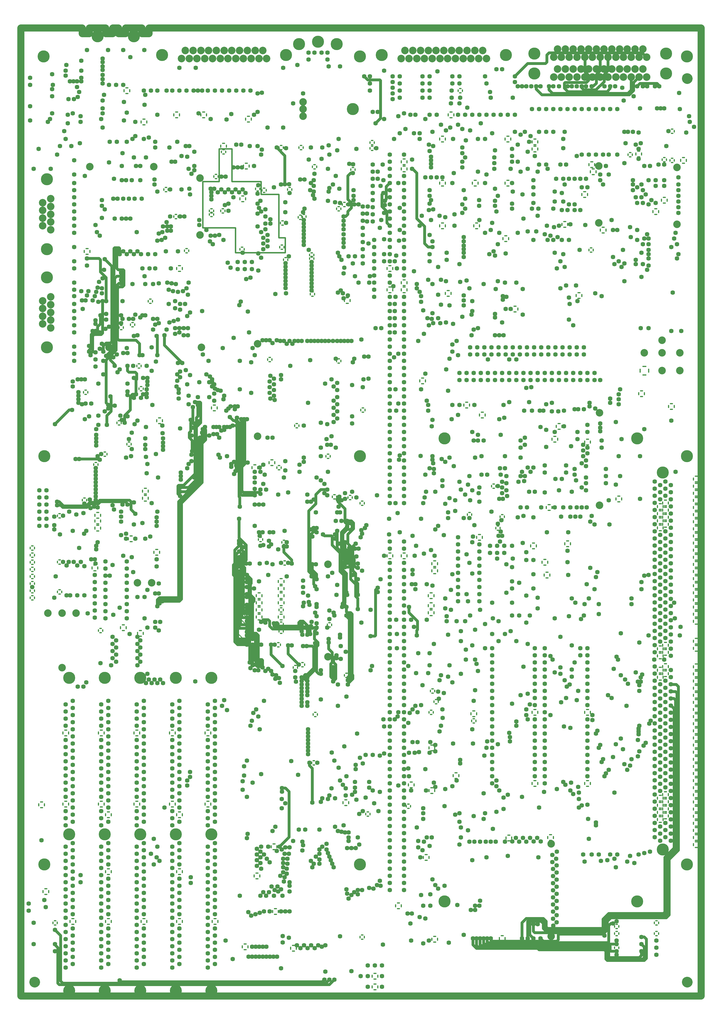
<source format=gbr>
G04 FAB 3000 Version 8.1.7 - Gerber/CAM Software*
G04 RS274-X Output*
%FSLAX24Y24*%
%MIA0B0*%
%MOIN*%
%SFA1.000000B1.000000*%

%IPPOS*%
%ADD11C,0.010002*%
%ADD12C,0.040009*%
%ADD13C,0.020005*%
%ADD14C,0.100024*%
%ADD15C,0.140033*%
%ADD16C,0.015004*%
%ADD17C,0.063750*%
%ADD18C,0.063810*%
%ADD19C,0.063730*%
%ADD20C,0.063740*%
%ADD21C,0.063800*%
%ADD22C,0.063790*%
%ADD23C,0.063761*%
%ADD24C,0.063770*%
%ADD25C,0.063700*%
%ADD26C,0.106280*%
%ADD27C,0.106290*%
%ADD28C,0.106220*%
%ADD29C,0.106300*%
%ADD30C,0.106270*%
%ADD31C,0.106310*%
%ADD32C,0.106240*%
%ADD33C,0.106230*%
%ADD34C,0.170030*%
%ADD35C,0.170090*%
%ADD36C,0.170060*%
%ADD37C,0.170020*%
%ADD38C,0.170040*%
%ADD39C,0.008002*%
%ADD40C,0.045900*%
%ADD41C,0.045960*%
%ADD42C,0.045940*%
%ADD43C,0.034020*%
%ADD44C,0.034010*%
%ADD45C,0.033970*%
%ADD46C,0.034030*%
%ADD47C,0.033960*%
%ADD48C,0.033950*%
%ADD49C,0.042550*%
%ADD50C,0.042530*%
%ADD51C,0.042470*%
%ADD52C,0.042540*%
%ADD53C,0.042480*%
%ADD54C,0.042490*%
%ADD55C,0.025500*%
%ADD56C,0.025550*%
%ADD57C,0.025560*%
%ADD58C,0.025490*%
%ADD59C,0.025540*%
%ADD60C,0.025480*%
%ADD61C,0.025510*%
%LNA4000D_RevB_OVV_VCC_0*%
%LPD*%
G54D58*
X52439Y73405D03*
G54D11*
X56840Y69105D02*
G01Y75505D01*
X54339Y72805D02*
G01Y74305D01*
X52139Y73605D02*
G01Y73105D01*
G54D17*
X52138D03*
G54D19*
X52438Y73405D03*
G54D21*
X52739Y73105D03*
G54D18*
X58840Y73305D03*
G54D12*
X56840Y75505D02*
G01Y69105D01*
X54339Y72805D02*
G01Y74305D01*
X52139Y73605D02*
G01Y73105D01*
X52439Y73405D02*
G01Y73605D01*
X52739Y72405D02*
G01Y73105D01*
G54D11*
X52839Y84005D02*
G01X52639Y83805D01*
X52038Y83605D02*
G01X52839Y84405D01*
X52939Y83305D02*
G01X53739Y84105D01*
G54D17*
X55339Y84205D03*
X54839Y83905D03*
G54D12*
X52038Y83605D02*
G01X52839Y84405D01*
Y84005D02*
G01X53339D01*
D02*
G01X53539Y84205D01*
X52939Y83305D02*
G01X53739Y84105D01*
D02*
G01Y84905D01*
X52839Y84005D02*
G01X52239Y83405D01*
G54D11*
X53239Y79505D02*
G01X52839Y79905D01*
X53239Y78905D02*
G01X53039Y78705D01*
X53439Y79605D02*
G01X53139Y79905D01*
G54D17*
X52939Y79305D03*
X52839Y74805D03*
G54D12*
Y79905D02*
G01X53239Y79505D01*
X53039Y78705D02*
G01X52539D01*
X53239Y78905D02*
G01X53039Y78705D01*
X53239Y79505D02*
G01Y78905D01*
X53439Y79605D02*
G01X53139Y79905D01*
X52639Y79805D02*
G01X52939Y79505D01*
D02*
G01Y79305D01*
G54D11*
X54039Y77805D02*
G01Y76705D01*
X53339Y77005D02*
G01Y78605D01*
G54D17*
X54339Y77005D03*
X57540D03*
G54D18*
X58840Y77305D03*
G54D12*
X53339Y77005D02*
G01Y78605D01*
X54039Y76305D02*
G01X53339Y77005D01*
X54039Y76705D02*
G01Y77805D01*
G54D11*
X53139Y63405D02*
G01Y71405D01*
X53339Y71705D02*
G01Y63205D01*
X53539Y63605D02*
G01Y72105D01*
G54D18*
X58840Y67305D03*
X51939Y67605D03*
G54D12*
X53539Y63605D02*
G01Y72105D01*
X53339Y71705D02*
G01Y63205D01*
X53139Y63405D02*
G01Y71405D01*
G54D11*
X46837Y63005D02*
G01Y63505D01*
Y63005D02*
G01X47138Y62705D01*
G54D17*
X42736Y63005D03*
X43237Y63105D03*
X45537Y63205D03*
G54D21*
X46437D03*
Y62705D03*
X47237D03*
Y63205D03*
G54D12*
X46837Y63005D02*
G01X47138Y62705D01*
X46837Y63505D02*
G01Y63005D01*
X48138Y76305D02*
G01X48338Y76105D01*
G54D11*
X46137Y70005D02*
G01X42336D01*
X42737Y70205D02*
G01X46037D01*
X45937Y70405D02*
G01X43037D01*
G54D22*
X45037Y67705D03*
G54D12*
X46137Y70005D02*
G01X42336D01*
X46037Y70205D02*
G01X42737D01*
X43037Y70405D02*
G01X45937D01*
G54D57*
X47137Y67605D03*
G54D11*
X47037Y70105D02*
G01X46237D01*
X47237Y69905D02*
G01X47037Y70105D01*
X46137Y70305D02*
G01X47138D01*
X47637Y70105D02*
G01X46637Y71105D01*
G54D18*
X46737Y73705D03*
G54D17*
X47338Y74705D03*
G54D21*
X47237Y69205D03*
G54D17*
X47137Y67605D03*
G54D12*
X47037Y70105D02*
G01X47237Y69905D01*
X46237Y70105D02*
G01X47037D01*
X47937Y67605D02*
G01X47138D01*
X47637Y69805D02*
G01X47138Y70305D01*
D02*
G01X46137D01*
X46637Y71105D02*
G01X47637Y70105D01*
G54D43*
X42936Y137705D03*
G54D11*
X44086Y136554D02*
G01X42936Y137706D01*
G54D20*
X42937Y137705D03*
G54D17*
X42736Y117105D03*
G54D20*
X42937Y110605D03*
G54D17*
X42636Y102205D03*
G54D18*
X43136Y88905D03*
Y81205D03*
G54D16*
X42936Y92805D02*
G01Y92605D01*
G54D13*
X44137Y122906D02*
G01X37135D01*
X40736Y131106D02*
G01X43236D01*
G54D12*
X44086Y136554D02*
G01X42936Y137706D01*
G54D11*
X37735Y87205D02*
G01Y88505D01*
G54D21*
X39836Y87505D03*
G54D17*
X40436D03*
X41036D03*
G54D12*
X37735Y87205D02*
G01Y88505D01*
G54D11*
X37335Y93505D02*
G01Y98605D01*
X38135Y98305D02*
G01Y93405D01*
X38435Y93205D02*
G01Y99405D01*
X37835Y98805D02*
G01Y89005D01*
X37635Y88605D02*
G01Y98705D01*
G54D12*
X37335Y93505D02*
G01Y98605D01*
X37835Y98805D02*
G01Y89005D01*
X37635Y88605D02*
G01Y98705D01*
X38435Y93205D02*
G01Y99405D01*
X38135Y98305D02*
G01Y93405D01*
G54D11*
X40136Y69005D02*
G01X39936Y69205D01*
X40036Y69405D02*
G01X40336Y69105D01*
X39636Y69405D02*
G01X40036D01*
G54D16*
Y72838D02*
G01Y72572D01*
Y73838D02*
G01Y73572D01*
Y74838D02*
G01Y74572D01*
Y71838D02*
G01Y71572D01*
G54D12*
Y69405D02*
G01X40336Y69105D01*
X39636Y69405D02*
G01X40036D01*
X39936Y68805D02*
G01X39736Y69005D01*
X39936Y69205D02*
G01X40136Y69005D01*
X39436Y69205D02*
G01X39936D01*
G54D55*
X37635Y80905D03*
G54D11*
X37035Y79205D02*
G01Y81105D01*
X37935Y81205D02*
G01X38435Y80705D01*
X37235Y80505D02*
G01X37635Y80905D01*
X38636Y79705D02*
G01Y81805D01*
G54D22*
X37635Y80905D03*
G54D12*
X37235Y80505D02*
G01X37635Y80905D01*
X37035Y81105D02*
G01Y79205D01*
X38435Y80705D02*
G01X37935Y81205D01*
X38636Y79705D02*
G01Y81805D01*
G54D11*
Y70605D02*
G01X37835Y71405D01*
X39135Y69205D02*
G01Y74605D01*
X39336Y69305D02*
G01Y74105D01*
X39536Y73705D02*
G01Y69505D01*
G54D21*
X38735Y71105D03*
Y71605D03*
G54D12*
X39336Y74105D02*
G01Y69305D01*
X39536Y69505D02*
G01Y73705D01*
X39135Y69205D02*
G01Y74605D01*
G54D17*
X43737Y64805D03*
X22131Y113605D03*
X22731D03*
X23732Y113805D03*
X24032Y114105D03*
G54D21*
X24432D03*
X25532Y113605D03*
G54D17*
X26133D03*
G54D11*
X16230Y87105D02*
G01X16730Y87605D01*
X16630Y87805D02*
G01X16130Y87305D01*
G54D20*
X17230Y87205D03*
G54D17*
X17730Y87105D03*
X19831Y87405D03*
G54D12*
X16230Y87105D02*
G01X16730Y87605D01*
X16630Y87805D02*
G01X16130Y87305D01*
G54D17*
X9528Y86505D03*
X10529D03*
G54D21*
X13729D03*
G54D14*
X6928Y18405D02*
G01Y154506D01*
G54D19*
X24632Y91905D03*
G54D11*
X20131Y109306D02*
G01X19231Y108406D01*
X19531D02*
G01X20331Y109206D01*
X19931Y109405D02*
G01X18931Y108406D01*
G54D27*
X19331Y109605D03*
G54D12*
X19931Y109405D02*
G01X18931Y108406D01*
X20331Y109206D02*
G01Y118204D01*
X19531Y108406D02*
G01X20331Y109206D01*
X19231Y108406D02*
G01X20131Y109306D01*
D02*
G01Y119306D01*
G54D47*
X18931Y116105D03*
G54D11*
X19531Y110206D02*
G01X19731Y110406D01*
X18931Y110206D02*
G01X19531D01*
X20731Y110605D02*
G01X20531Y110806D01*
G54D18*
X18931Y116105D03*
Y113505D03*
Y114306D03*
G54D20*
X19331Y112505D03*
G54D16*
X20931Y112106D02*
G01X21131D01*
X20731Y112505D02*
G01Y112306D01*
X21131Y112706D02*
G01X20931D01*
G54D12*
X19531Y110206D02*
G01X19731Y110406D01*
X20531Y110806D02*
G01X20731Y110605D01*
X18931Y110206D02*
G01X19531D01*
G54D11*
X18931Y119405D02*
G01Y116106D01*
X19731Y110406D02*
G01Y121005D01*
X20131Y119306D02*
G01Y109306D01*
X20331Y109206D02*
G01Y118204D01*
X19931Y119705D02*
G01Y109405D01*
X20531Y110806D02*
G01Y117906D01*
G54D12*
X18931Y119405D02*
G01Y116106D01*
X19731Y110406D02*
G01Y121005D01*
X20531Y117906D02*
G01Y110806D01*
X19931Y119705D02*
G01Y109405D01*
G54D11*
X18131Y120206D02*
G01Y121905D01*
G54D12*
Y120206D02*
G01Y121905D01*
G54D19*
X16530Y99905D03*
G54D18*
X17830Y100005D03*
G54D17*
X24032Y108505D03*
G54D19*
X24632Y102605D03*
Y103105D03*
Y103706D03*
Y107005D03*
G54D21*
X24132Y105305D03*
Y103005D03*
X24432Y96805D03*
G54D17*
X24532Y98405D03*
Y94205D03*
G54D21*
X24432Y95905D03*
Y95305D03*
G54D11*
X94048Y146706D02*
G01X96449D01*
X89647Y30005D02*
G01X97349D01*
X97749Y29405D02*
G01X89947D01*
X89848Y29605D02*
G01X97649D01*
X97549Y29805D02*
G01X89747D01*
G54D22*
X95449Y135105D03*
G54D18*
X95649Y130305D03*
G54D17*
X95549Y57105D03*
G54D22*
X95449Y38705D03*
G54D12*
X94048Y146706D02*
G01X96449D01*
X89647Y30005D02*
G01X97349D01*
X97749Y29405D02*
G01X89947D01*
X89848Y29605D02*
G01X97649D01*
X97549Y29805D02*
G01X89747D01*
G54D11*
X99450Y61905D02*
G01Y38905D01*
X99250Y39005D02*
G01Y61005D01*
X99050Y60005D02*
G01Y39105D01*
X98849Y39205D02*
G01Y58805D01*
G54D17*
X96124Y45755D03*
G54D16*
X96741Y45855D02*
G01X97007D01*
X97225Y45888D02*
G01Y45622D01*
X98024D02*
G01Y45888D01*
G54D12*
X99450Y61905D02*
G01Y38905D01*
X99250Y39005D02*
G01Y61005D01*
X99050Y60005D02*
G01Y39105D01*
X98849Y39205D02*
G01Y58805D01*
G54D11*
X89647Y26005D02*
G01Y28305D01*
X89047Y27305D02*
G01X82146D01*
X89447Y27705D02*
G01X89047Y27305D01*
G54D16*
X90451Y27309D02*
G01Y27109D01*
X91052D02*
G01Y27309D01*
G54D12*
X88948Y27505D02*
G01X89248Y27805D01*
X89447Y27705D02*
G01X89047Y27305D01*
X89647Y28305D02*
G01Y26005D01*
G54D11*
X89447Y23405D02*
G01X94649D01*
X94449Y23605D02*
G01X89647D01*
X89747Y23805D02*
G01X93949D01*
G54D12*
X89447Y23405D02*
G01X94649D01*
X89747Y23805D02*
G01X93949D01*
X94449Y23605D02*
G01X89647D01*
G54D11*
X89848Y25405D02*
G01Y24805D01*
X89647Y25205D02*
G01Y23905D01*
X89548Y25305D02*
G01X89647Y25205D01*
G54D16*
X90448Y25305D02*
G01Y25105D01*
X91048D02*
G01Y25305D01*
G54D12*
X89848Y24805D02*
G01Y25405D01*
X89447Y24905D02*
G01X89248Y25105D01*
X89647Y25205D02*
G01Y23905D01*
X89548Y25305D02*
G01X89647Y25205D01*
X89848Y25405D02*
G01X89747Y25505D01*
G54D11*
X55740Y147206D02*
G01X55239Y147706D01*
G54D17*
X55739Y129405D03*
G54D20*
X55639Y128405D03*
Y127305D03*
G54D17*
X55840Y124205D03*
X55939Y118706D03*
X55840Y105205D03*
Y108305D03*
G54D18*
X55539Y84605D03*
G54D12*
X55740Y147206D02*
G01X57440D01*
X55239Y147706D02*
G01X55740Y147206D01*
G54D26*
X91718Y150425D03*
G54D28*
X92258Y151545D03*
Y148745D03*
G54D26*
X91718Y147625D03*
G54D21*
X91548Y146105D03*
X91848Y139905D03*
G54D17*
X91748Y144305D03*
G54D21*
X91848Y135505D03*
G54D17*
X91998Y138305D03*
X91648Y123305D03*
G54D21*
X91848Y121405D03*
Y118905D03*
G54D17*
X91948Y62905D03*
G54D18*
X92148Y59205D03*
G54D17*
X91648Y53105D03*
G54D21*
X91848Y51005D03*
G54D29*
X88347Y87405D03*
G54D17*
X83246Y87105D03*
X84246D03*
X85146D03*
X85847D03*
X86547D03*
G54D34*
X10228Y36905D03*
G54D21*
X9829Y40305D03*
G54D17*
X10229Y31905D03*
G54D16*
X9696Y44905D02*
G01X9962D01*
Y45705D02*
G01X9696D01*
G54D11*
X6903Y18380D02*
G01X7903D01*
X6903D02*
G01Y19380D01*
Y18380D02*
G01X7903D01*
X6903D02*
G01Y19380D01*
Y18380D02*
G01X7903D01*
X6903D02*
G01Y19380D01*
Y18380D02*
G01Y19380D01*
Y18380D02*
G01X7903D01*
G54D34*
X28733Y63155D03*
G54D21*
X43387Y62455D03*
G54D20*
X42937Y38805D03*
G54D17*
X43336Y39405D03*
G54D18*
X43136Y33105D03*
G54D17*
X43036Y33805D03*
X42986Y23955D03*
G54D16*
X43136Y30172D02*
G01Y30438D01*
G54D34*
X54639Y36905D03*
G54D17*
X55039Y51105D03*
Y44405D03*
G54D21*
X54939Y33305D03*
G54D17*
X54739Y21205D03*
G54D16*
X54840Y26405D02*
G01X55039D01*
Y27005D02*
G01X54840D01*
G54D21*
X68442Y79905D03*
G54D16*
X60708D02*
G01X60974D01*
G54D11*
X89647Y28305D02*
G01X89947Y28605D01*
Y29405D02*
G01X89447Y28905D01*
X89248Y29005D02*
G01X89848Y29605D01*
G54D20*
X89748Y84705D03*
G54D17*
X89547Y60705D03*
X90048Y60305D03*
G54D21*
X89647Y50205D03*
G54D17*
X89847Y38305D03*
G54D12*
X89947Y28605D02*
G01X89647Y28305D01*
X88847Y29205D02*
G01X89647Y30005D01*
X89947Y29405D02*
G01X89447Y28905D01*
X89248Y29005D02*
G01X89848Y29605D01*
X89747Y29805D02*
G01X89047Y29105D01*
X90247Y28605D02*
G01X89947D01*
G54D11*
X97549Y30205D02*
G01Y37905D01*
X98150Y37605D02*
G01Y29805D01*
X97949Y29905D02*
G01Y37705D01*
X97749Y37805D02*
G01Y30005D01*
G54D12*
Y37805D02*
G01Y30005D01*
X97949Y29905D02*
G01Y37705D01*
X98150Y37605D02*
G01Y29805D01*
X97549Y30205D02*
G01Y37905D01*
G54D11*
X12529Y20505D02*
G01Y26905D01*
G54D17*
X13229Y26405D03*
G54D18*
X14230Y26905D03*
G54D12*
X12529Y20505D02*
G01Y26905D01*
G54D17*
X60841Y49305D03*
G54D21*
X61541D03*
G54D16*
X102084Y86505D02*
G01X101818D01*
G54D14*
X102651Y154506D02*
G01Y18405D01*
G54D11*
X102676Y18380D02*
G01Y19380D01*
Y18380D02*
G01X101676D01*
X102676D02*
G01Y19380D01*
Y18380D02*
G01X101676D01*
X102676D02*
G01Y19380D01*
Y18380D02*
G01X101676D01*
X102676D02*
G01X101676D01*
X102676D02*
G01Y19380D01*
G54D16*
X102350Y39572D02*
G01Y39838D01*
X102084Y40105D02*
G01X101818D01*
X101550Y39838D02*
G01Y39572D01*
X101818Y39305D02*
G01X102084D01*
X102350Y40572D02*
G01Y40838D01*
X102084Y41105D02*
G01X101818D01*
X101550Y40838D02*
G01Y40572D01*
X101818Y40305D02*
G01X102084D01*
X101818Y41305D02*
G01X102084D01*
X102350Y41572D02*
G01Y41838D01*
X101550D02*
G01Y41572D01*
X102350Y43572D02*
G01Y43838D01*
X101818Y42305D02*
G01X102084D01*
Y42105D02*
G01X101818D01*
X102350Y42572D02*
G01Y42838D01*
X102084Y43105D02*
G01X101818D01*
X101550Y42838D02*
G01Y42572D01*
Y43838D02*
G01Y43572D01*
X101818Y43305D02*
G01X102084D01*
Y44105D02*
G01X101818D01*
G54D11*
X99450Y38905D02*
G01X98150Y37605D01*
X97949Y37705D02*
G01X99250Y39005D01*
X99050Y39105D02*
G01X97749Y37805D01*
X97549Y37905D02*
G01X98849Y39205D01*
G54D34*
X97249Y39005D03*
G54D17*
X96124Y40755D03*
X96874Y40255D03*
G54D21*
X97624Y40755D03*
G54D17*
X98374Y40255D03*
G54D12*
X99450Y38905D02*
G01X98150Y37605D01*
X97949Y37705D02*
G01X99250Y39005D01*
X99050Y39105D02*
G01X97749Y37805D01*
X97549Y37905D02*
G01X98849Y39205D01*
G54D17*
X96874Y41255D03*
X98374D03*
Y43255D03*
G54D21*
X97624Y42755D03*
G54D17*
X96124D03*
Y43755D03*
Y41755D03*
X96874Y42255D03*
G54D21*
X97624Y41755D03*
G54D17*
X98374Y42255D03*
G54D16*
X96741Y42855D02*
G01X97007D01*
X96474Y43388D02*
G01Y43122D01*
X97007Y43655D02*
G01X96741D01*
X97274Y43122D02*
G01Y43388D01*
X97491Y43355D02*
G01X97757D01*
X97225Y43888D02*
G01Y43622D01*
X98024D02*
G01Y43888D01*
X96741Y43855D02*
G01X97007D01*
G54D17*
X98374Y44255D03*
G54D16*
X97757Y44155D02*
G01X97491D01*
X97274Y44122D02*
G01Y44388D01*
X96474D02*
G01Y44122D01*
G54D17*
X98374Y45255D03*
X96124Y44755D03*
G54D16*
X96741Y44855D02*
G01X97007D01*
X96474Y45388D02*
G01Y45122D01*
X97007Y45655D02*
G01X96741D01*
X97274Y45122D02*
G01Y45388D01*
X97491Y44355D02*
G01X97757D01*
X97225Y44888D02*
G01Y44622D01*
X97757Y45155D02*
G01X97491D01*
X98024Y44622D02*
G01Y44888D01*
X97491Y45355D02*
G01X97757D01*
X97007Y44655D02*
G01X96741D01*
G54D37*
X97710Y150925D03*
Y148125D03*
G54D34*
X97249Y92005D03*
G54D17*
X98049Y140006D03*
X97749Y137905D03*
G54D16*
X98024Y87622D02*
G01Y87888D01*
Y86622D02*
G01Y86888D01*
Y85622D02*
G01Y85888D01*
Y84622D02*
G01Y84888D01*
Y66622D02*
G01Y66888D01*
Y67622D02*
G01Y67888D01*
Y63622D02*
G01Y63888D01*
Y64622D02*
G01Y64888D01*
Y46622D02*
G01Y46888D01*
G54D17*
X60841Y36305D03*
G54D19*
X23232Y58405D03*
G54D18*
X19231Y32905D03*
G54D11*
X12529Y26905D02*
G01X11729Y27705D01*
G54D27*
X12729Y72235D03*
Y64575D03*
G54D17*
X12429Y83305D03*
G54D16*
X12281Y85654D02*
G01X12481D01*
Y86254D02*
G01X12281D01*
X12279Y79155D02*
G01X12479D01*
Y79755D02*
G01X12279D01*
X12281Y74957D02*
G01X12481D01*
Y75557D02*
G01X12281D01*
G54D12*
X12529Y26905D02*
G01X11729Y27705D01*
G54D18*
X63541Y43305D03*
G54D17*
X60841D03*
G54D16*
X101818Y45305D02*
G01X102084D01*
X101550Y45838D02*
G01Y45572D01*
X102084Y46105D02*
G01X101818D01*
X102350Y45572D02*
G01Y45838D01*
X101818Y44305D02*
G01X102084D01*
X101550Y44838D02*
G01Y44572D01*
X102084Y45105D02*
G01X101818D01*
X102350Y44572D02*
G01Y44838D01*
X101818Y46305D02*
G01X102084D01*
X102350Y46572D02*
G01Y46838D01*
X101550D02*
G01Y46572D01*
X102350Y48572D02*
G01Y48838D01*
X101818Y47305D02*
G01X102084D01*
X101550Y47838D02*
G01Y47572D01*
X102084Y48105D02*
G01X101818D01*
X102350Y47572D02*
G01Y47838D01*
X102084Y47105D02*
G01X101818D01*
X101550Y48838D02*
G01Y48572D01*
X101818Y48305D02*
G01X102084D01*
Y49105D02*
G01X101818D01*
Y50305D02*
G01X102084D01*
X101550Y50838D02*
G01Y50572D01*
X102084Y51105D02*
G01X101818D01*
X102350Y50572D02*
G01Y50838D01*
X101818Y49305D02*
G01X102084D01*
X101550Y49838D02*
G01Y49572D01*
X102084Y50105D02*
G01X101818D01*
X102350Y49572D02*
G01Y49838D01*
X101818Y51305D02*
G01X102084D01*
X102350Y51572D02*
G01Y51838D01*
X101550D02*
G01Y51572D01*
X102350Y53572D02*
G01Y53838D01*
X101818Y52305D02*
G01X102084D01*
X101550Y52838D02*
G01Y52572D01*
X102084Y53105D02*
G01X101818D01*
X102350Y52572D02*
G01Y52838D01*
X102084Y52105D02*
G01X101818D01*
X101550Y53838D02*
G01Y53572D01*
X101818Y53305D02*
G01X102084D01*
Y54105D02*
G01X101818D01*
Y55305D02*
G01X102084D01*
X101550Y55838D02*
G01Y55572D01*
X102084Y56105D02*
G01X101818D01*
X102350Y55572D02*
G01Y55838D01*
X101818Y54305D02*
G01X102084D01*
X101550Y54838D02*
G01Y54572D01*
X102084Y55105D02*
G01X101818D01*
X102350Y54572D02*
G01Y54838D01*
X101818Y56305D02*
G01X102084D01*
X102350Y56572D02*
G01Y56838D01*
X101550D02*
G01Y56572D01*
G54D20*
X66042Y63505D03*
G54D17*
X66442Y61005D03*
G54D18*
X66292Y57505D03*
X66242Y58705D03*
G54D20*
X66042Y56405D03*
G54D17*
X63441Y62105D03*
G54D18*
X63241Y59305D03*
G54D17*
X63841Y50305D03*
G54D16*
X102350Y58572D02*
G01Y58838D01*
X101818Y57305D02*
G01X102084D01*
X101550Y57838D02*
G01Y57572D01*
X102084Y58105D02*
G01X101818D01*
X102350Y57572D02*
G01Y57838D01*
X102084Y57105D02*
G01X101818D01*
X101550Y58838D02*
G01Y58572D01*
X101818Y58305D02*
G01X102084D01*
Y59105D02*
G01X101818D01*
Y60305D02*
G01X102084D01*
X101550Y60838D02*
G01Y60572D01*
X102084Y61105D02*
G01X101818D01*
X102350Y60572D02*
G01Y60838D01*
X101818Y59305D02*
G01X102084D01*
X101550Y59838D02*
G01Y59572D01*
X102084Y60105D02*
G01X101818D01*
X102350Y59572D02*
G01Y59838D01*
X101818Y61305D02*
G01X102084D01*
X102350Y61572D02*
G01Y61838D01*
X101550D02*
G01Y61572D01*
X102350Y63572D02*
G01Y63838D01*
X101818Y62305D02*
G01X102084D01*
X101550Y62838D02*
G01Y62572D01*
X102084Y63105D02*
G01X101818D01*
X102350Y62572D02*
G01Y62838D01*
X102084Y62105D02*
G01X101818D01*
X102084Y64105D02*
G01X101818D01*
X101550Y63838D02*
G01Y63572D01*
X101818Y63305D02*
G01X102084D01*
X101818Y64305D02*
G01X102084D01*
X102350Y64572D02*
G01Y64838D01*
X101550D02*
G01Y64572D01*
X101818Y66905D02*
G01X102084D01*
X101550Y67438D02*
G01Y67172D01*
X102084Y67705D02*
G01X101818D01*
X102350Y67172D02*
G01Y67438D01*
X102084Y65105D02*
G01X101818D01*
X102350Y68172D02*
G01Y68438D01*
X102084Y68705D02*
G01X101818D01*
X101550Y68438D02*
G01Y68172D01*
X101818Y67905D02*
G01X102084D01*
G54D21*
X97624Y56755D03*
Y55755D03*
Y54755D03*
Y48755D03*
Y49755D03*
Y50755D03*
Y51755D03*
Y52755D03*
Y53755D03*
Y47755D03*
G54D16*
X97274Y46122D02*
G01Y46388D01*
X97757Y46155D02*
G01X97491D01*
Y46355D02*
G01X97757D01*
X97225Y46888D02*
G01Y46622D01*
X97757Y47155D02*
G01X97491D01*
G54D21*
X64842Y76105D03*
G54D17*
X65042Y67905D03*
X65242Y52805D03*
Y53705D03*
G54D16*
X65009Y78805D02*
G01X65275D01*
Y79605D02*
G01X65009D01*
Y77805D02*
G01X65275D01*
Y78605D02*
G01X65009D01*
X65042Y73172D02*
G01Y73438D01*
Y74572D02*
G01Y74838D01*
X64941Y58205D02*
G01Y58405D01*
X65042Y59905D02*
G01Y59705D01*
X64941Y61605D02*
G01X64742D01*
Y61005D02*
G01X64941D01*
X65042Y72172D02*
G01Y72438D01*
G54D17*
X65642Y61205D03*
G54D20*
X65842Y62805D03*
Y55605D03*
G54D21*
X65742Y60205D03*
G54D16*
X65541Y79072D02*
G01Y79338D01*
Y78072D02*
G01Y78338D01*
X65241Y59505D02*
G01X65442D01*
Y60105D02*
G01X65241D01*
X65642Y59705D02*
G01Y59905D01*
X65142Y53172D02*
G01Y53438D01*
Y61205D02*
G01Y61405D01*
G54D11*
X51238Y63005D02*
G01Y65005D01*
X50538Y65105D02*
G01Y63305D01*
X48538Y67505D02*
G01Y64005D01*
G54D17*
X49138Y64205D03*
X50888Y64155D03*
Y64655D03*
G54D12*
X51238Y65005D02*
G01Y63005D01*
X50538Y63305D02*
G01Y65105D01*
G54D44*
X42136Y67805D03*
G54D11*
X42336Y70005D02*
G01X41936Y70405D01*
G54D17*
X42536Y70805D03*
X42136Y67805D03*
G54D12*
X42336Y70005D02*
G01X41936Y70405D01*
G54D45*
X44537Y67705D03*
G54D21*
D03*
G54D17*
X42636Y67805D03*
G54D16*
X43037Y67505D02*
G01X43236D01*
X42836Y67905D02*
G01Y67705D01*
X43236Y68105D02*
G01X43037D01*
X43436Y69405D02*
G01X43637D01*
X43236Y69805D02*
G01Y69605D01*
X43837D02*
G01Y69805D01*
X43436Y67705D02*
G01Y67905D01*
G54D18*
X19231Y52905D03*
G54D20*
X8528Y75905D03*
G54D16*
X8228Y81505D02*
G01Y81305D01*
Y80505D02*
G01Y80305D01*
Y79505D02*
G01Y79305D01*
Y78505D02*
G01Y78305D01*
Y77505D02*
G01Y77305D01*
Y76505D02*
G01Y76305D01*
Y75505D02*
G01Y75305D01*
Y74505D02*
G01Y74305D01*
X43136Y71838D02*
G01Y71572D01*
X43937D02*
G01Y71838D01*
X43403Y74305D02*
G01X43670D01*
X43136Y74838D02*
G01Y74572D01*
X43937D02*
G01Y74838D01*
X43403Y73305D02*
G01X43670D01*
X43136Y73838D02*
G01Y73572D01*
X43670Y74105D02*
G01X43403D01*
X43937Y73572D02*
G01Y73838D01*
X43670Y72105D02*
G01X43403D01*
X43837Y72605D02*
G01Y72805D01*
X43637Y73005D02*
G01X43436D01*
X43236Y72805D02*
G01Y72605D01*
X43436Y72405D02*
G01X43637D01*
G54D34*
X46087Y152246D03*
G54D17*
X45837Y149305D03*
X45437Y110505D03*
X45937D03*
G54D16*
X45637Y98305D02*
G01X45837D01*
Y98905D02*
G01X45637D01*
G54D17*
X64241Y63805D03*
G54D20*
X64441Y64905D03*
Y52605D03*
G54D17*
X64541Y54105D03*
G54D16*
X64542Y61405D02*
G01Y61205D01*
X64608Y52905D02*
G01X64875D01*
X64341Y53438D02*
G01Y53172D01*
X64875Y53705D02*
G01X64608D01*
X64742Y58605D02*
G01X64542D01*
X64341Y58405D02*
G01Y58205D01*
X64542Y58005D02*
G01X64742D01*
G54D22*
X64041Y76305D03*
G54D20*
X64441Y66605D03*
G54D22*
X64041Y71305D03*
G54D16*
X64742Y79338D02*
G01Y79072D01*
X64774Y72705D02*
G01X64509D01*
X64242Y72438D02*
G01Y72172D01*
X64509Y71905D02*
G01X64774D01*
Y75105D02*
G01X64509D01*
X64242Y74838D02*
G01Y74572D01*
X64509Y74305D02*
G01X64774D01*
Y73705D02*
G01X64509D01*
X64242Y73438D02*
G01Y73172D01*
X64509Y72905D02*
G01X64774D01*
X64742Y78338D02*
G01Y78072D01*
X101818Y71705D02*
G01X102084D01*
X101550Y72238D02*
G01Y71972D01*
X102084Y72505D02*
G01X101818D01*
X102350Y71972D02*
G01Y72238D01*
X101818Y70705D02*
G01X102084D01*
X101550Y71238D02*
G01Y70972D01*
X102084Y71505D02*
G01X101818D01*
X102350Y70972D02*
G01Y71238D01*
X101818Y72705D02*
G01X102084D01*
X102350Y72972D02*
G01Y73238D01*
X101550D02*
G01Y72972D01*
X102350Y74972D02*
G01Y75238D01*
X101818Y73705D02*
G01X102084D01*
X101550Y74238D02*
G01Y73972D01*
X102084Y74505D02*
G01X101818D01*
X102350Y73972D02*
G01Y74238D01*
X102084Y73505D02*
G01X101818D01*
X101550Y75238D02*
G01Y74972D01*
X101818Y74705D02*
G01X102084D01*
Y75505D02*
G01X101818D01*
Y76705D02*
G01X102084D01*
X101550Y77238D02*
G01Y76972D01*
X102084Y77505D02*
G01X101818D01*
X102350Y76972D02*
G01Y77238D01*
X101818Y75705D02*
G01X102084D01*
X101550Y76238D02*
G01Y75972D01*
X102084Y76505D02*
G01X101818D01*
X102350Y75972D02*
G01Y76238D01*
X101818Y77705D02*
G01X102084D01*
X102350Y77972D02*
G01Y78238D01*
X101550D02*
G01Y77972D01*
X102350Y79972D02*
G01Y80238D01*
X101818Y78705D02*
G01X102084D01*
X101550Y79238D02*
G01Y78972D01*
X102084Y79505D02*
G01X101818D01*
X102350Y78972D02*
G01Y79238D01*
X102084Y78505D02*
G01X101818D01*
X101550Y80238D02*
G01Y79972D01*
X101818Y79705D02*
G01X102084D01*
Y80505D02*
G01X101818D01*
G54D21*
X97624Y73755D03*
G54D17*
X96049Y65705D03*
G54D23*
X87847Y55305D03*
G54D22*
X86647D03*
G54D17*
X75744Y54205D03*
X43537Y105705D03*
G54D20*
X44337Y77405D03*
G54D16*
X43403Y76305D02*
G01X43670D01*
X43136Y76838D02*
G01Y76572D01*
X43670Y77105D02*
G01X43403D01*
X43937Y76572D02*
G01Y76838D01*
X43403Y75305D02*
G01X43670D01*
X43937Y75572D02*
G01Y75838D01*
X43670Y76105D02*
G01X43403D01*
X43136Y75838D02*
G01Y75572D01*
G54D22*
X45037Y79205D03*
G54D20*
X26032Y78805D03*
X21831Y78505D03*
G54D16*
X18431Y69705D02*
G01Y69905D01*
X17831D02*
G01Y69705D01*
G54D18*
X8728Y25705D03*
Y28705D03*
G54D17*
X9528Y84505D03*
Y85505D03*
G54D16*
X9428Y45438D02*
G01Y45172D01*
X8428Y76105D02*
G01X8629D01*
Y76705D02*
G01X8428D01*
X8828Y76305D02*
G01Y76505D01*
X8428Y75105D02*
G01X8629D01*
Y75705D02*
G01X8428D01*
X8828Y75305D02*
G01Y75505D01*
X8428Y74105D02*
G01X8629D01*
Y74705D02*
G01X8428D01*
X8828Y74305D02*
G01Y74505D01*
X8428Y81105D02*
G01X8629D01*
Y81705D02*
G01X8428D01*
X8828Y81305D02*
G01Y81505D01*
X8428Y80105D02*
G01X8629D01*
Y80705D02*
G01X8428D01*
X8828Y80305D02*
G01Y80505D01*
X8428Y79105D02*
G01X8629D01*
X8828Y79305D02*
G01Y79505D01*
X8428Y78105D02*
G01X8629D01*
Y78705D02*
G01X8428D01*
X8828Y78305D02*
G01Y78505D01*
X8428Y77105D02*
G01X8629D01*
Y77705D02*
G01X8428D01*
X8828Y77305D02*
G01Y77505D01*
X8629Y79705D02*
G01X8428D01*
G54D17*
X18831Y78505D03*
G54D16*
X17197Y78205D02*
G01X17463D01*
G54D20*
X26032Y79805D03*
G54D17*
X25132Y83005D03*
G54D21*
X24432Y82705D03*
G54D17*
X23033Y82706D03*
G54D22*
X22532Y80105D03*
G54D20*
X21831Y79505D03*
G54D17*
X21732Y83405D03*
Y82705D03*
G54D16*
X25632Y80938D02*
G01Y80672D01*
X26166Y81205D02*
G01X25900D01*
X26432Y80672D02*
G01Y80938D01*
X25900Y80405D02*
G01X26166D01*
X22832Y82572D02*
G01Y82838D01*
X22565Y83105D02*
G01X22299D01*
X22031Y82838D02*
G01Y82572D01*
X22299Y82305D02*
G01X22565D01*
G54D17*
X22832Y84705D03*
X24032Y84905D03*
G54D20*
X26032Y84505D03*
G54D17*
X96124Y72755D03*
Y73755D03*
Y74755D03*
Y75755D03*
Y71755D03*
Y70755D03*
Y69755D03*
Y68755D03*
Y67755D03*
Y66755D03*
G54D16*
X96741Y66855D02*
G01X97007D01*
X96474Y67388D02*
G01Y67122D01*
X97007Y67655D02*
G01X96741D01*
Y65855D02*
G01X97007D01*
X96474Y66388D02*
G01Y66122D01*
X97007Y66655D02*
G01X96741D01*
G54D17*
X96124Y76755D03*
G54D16*
X101818Y81705D02*
G01X102084D01*
X101550Y82238D02*
G01Y81972D01*
X102084Y82505D02*
G01X101818D01*
X102350Y81972D02*
G01Y82238D01*
X101818Y80705D02*
G01X102084D01*
X101550Y81238D02*
G01Y80972D01*
X102084Y81505D02*
G01X101818D01*
X102350Y80972D02*
G01Y81238D01*
X101818Y82705D02*
G01X102084D01*
X102350Y82972D02*
G01Y83238D01*
X101550D02*
G01Y82972D01*
X101818Y85705D02*
G01X102084D01*
X101550Y86238D02*
G01Y85972D01*
X102350D02*
G01Y86238D01*
X101818Y84705D02*
G01X102084D01*
X101550Y85238D02*
G01Y84972D01*
X102084Y85505D02*
G01X101818D01*
X102084Y83505D02*
G01X101818D01*
X102350Y83972D02*
G01Y84238D01*
X102084Y84505D02*
G01X101818D01*
X101550Y84238D02*
G01Y83972D01*
X101818Y83705D02*
G01X102084D01*
X102350Y84972D02*
G01Y85238D01*
G54D11*
X102676Y154530D02*
G01X101676D01*
X102676D02*
G01Y153530D01*
Y154530D02*
G01X101676D01*
X102676D02*
G01Y153530D01*
G54D25*
X101650Y140606D03*
X101050Y141306D03*
G54D21*
X100951Y142105D03*
G54D25*
X100550Y139805D03*
G54D11*
X102676Y154530D02*
G01X101676D01*
X102676D02*
G01Y153530D01*
G54D16*
X100551Y135773D02*
G01Y136038D01*
G54D11*
X102676Y154530D02*
G01Y153530D01*
Y154530D02*
G01X101676D01*
G54D16*
X101818Y88705D02*
G01X102084D01*
X101818Y87705D02*
G01X102084D01*
X101550Y88238D02*
G01Y87972D01*
X102084Y88505D02*
G01X101818D01*
X102350Y87972D02*
G01Y88238D01*
X101818Y86705D02*
G01X102084D01*
X101550Y87238D02*
G01Y86972D01*
X102084Y87505D02*
G01X101818D01*
X102350Y86972D02*
G01Y87238D01*
X101550Y89238D02*
G01Y88972D01*
X102350D02*
G01Y89238D01*
X101818Y90705D02*
G01X102084D01*
X101550Y91238D02*
G01Y90972D01*
X102084Y91505D02*
G01X101818D01*
X101550Y90238D02*
G01Y89972D01*
X102084Y90505D02*
G01X101818D01*
X102350Y89972D02*
G01Y90238D01*
X102084Y89505D02*
G01X101818D01*
Y89705D02*
G01X102084D01*
X102350Y90972D02*
G01Y91238D01*
G54D11*
X23132Y103006D02*
G01Y105005D01*
G54D17*
Y103005D03*
G54D18*
X21931Y103405D03*
G54D12*
X23132Y105005D02*
G01Y103006D01*
G54D34*
X54639Y94305D03*
G54D22*
X53839Y108005D03*
G54D17*
X53639Y107505D03*
G54D21*
X54139Y88505D03*
G54D12*
X53739Y84905D02*
G01X53439Y85205D01*
G54D21*
X55239Y108305D03*
G54D17*
X55139Y105105D03*
X55039Y104006D03*
G54D16*
X54939Y100506D02*
G01X55140D01*
X54739Y100906D02*
G01Y100704D01*
X55239Y87605D02*
G01Y87805D01*
X55039Y88005D02*
G01X54840D01*
X54639Y87805D02*
G01Y87605D01*
X54840Y87405D02*
G01X55039D01*
X55339Y100704D02*
G01Y100906D01*
X55140Y101106D02*
G01X54939D01*
G54D38*
X66542Y96805D03*
D03*
G54D26*
X65352Y151345D03*
X65902Y150225D03*
G54D17*
X65542Y148406D03*
G54D20*
X66042Y140906D03*
G54D22*
X65442Y142305D03*
Y133505D03*
G54D20*
X65842Y128105D03*
G54D17*
X65642Y120905D03*
G54D18*
X66043Y115605D03*
G54D20*
X66042Y119105D03*
G54D17*
X65642Y117005D03*
Y113706D03*
G54D18*
X65942Y113005D03*
G54D17*
X65642Y84505D03*
G54D55*
X23632Y108505D03*
G54D11*
Y110106D02*
G01X23132Y110605D01*
X23632Y108505D02*
G01Y110106D01*
G54D20*
X21831Y109505D03*
G54D18*
X21931Y108805D03*
G54D17*
X22832Y111206D03*
G54D18*
X23332Y111305D03*
X23632Y108505D03*
G54D16*
X22531Y112505D02*
G01X22732D01*
X22331Y112906D02*
G01Y112706D01*
X22732Y113105D02*
G01X22531D01*
X22932Y112706D02*
G01Y112906D01*
G54D12*
X23632Y110106D02*
G01Y108505D01*
X23132Y110605D02*
G01X23632Y110106D01*
G54D16*
X21331Y112306D02*
G01Y112505D01*
G54D17*
X60841Y107705D03*
G54D27*
X25632Y135005D03*
G54D11*
X30634Y96905D02*
G01Y97605D01*
G54D12*
D02*
G01X30833Y97805D01*
X30634Y96905D02*
G01Y97605D01*
G54D23*
X87847Y136705D03*
G54D18*
X88847D03*
G54D21*
X89647D03*
G54D19*
X90848D03*
G54D18*
X70643Y105005D03*
G54D17*
X69643D03*
G54D19*
X68642D03*
G54D17*
X52339Y124855D03*
G54D18*
X47398Y151054D03*
Y150075D03*
G54D17*
X47437Y136005D03*
X47638Y131705D03*
X47437Y123305D03*
G54D21*
X47237Y110505D03*
G54D17*
X47638Y107805D03*
X47338Y101806D03*
G54D13*
X43236Y131106D02*
G01Y125005D01*
G54D32*
X38805Y151345D03*
G54D26*
X39345Y150225D03*
G54D17*
X39235Y145706D03*
X39135Y137905D03*
X39235Y119405D03*
G54D16*
X38804Y141304D02*
G01X39071D01*
Y142102D02*
G01X38804D01*
X39036Y134972D02*
G01Y135238D01*
G54D13*
X36635Y132906D02*
G01X40736D01*
G54D26*
X34444Y151345D03*
G54D30*
X33904Y150225D03*
G54D17*
X34234Y145706D03*
G54D19*
X34134Y131905D03*
G54D17*
X33934Y124105D03*
X34234Y125305D03*
G54D16*
X34064Y133734D02*
G01Y133536D01*
G54D13*
X32534Y132906D02*
G01X34835D01*
G54D16*
X34034Y128706D02*
G01Y128906D01*
Y128204D02*
G01Y128406D01*
G54D11*
X52939Y130406D02*
G01Y133706D01*
G54D17*
X53739Y131705D03*
G54D12*
X52939Y133706D02*
G01Y130406D01*
G54D11*
X63741Y126605D02*
G01X62641Y127706D01*
G54D17*
X63041Y126705D03*
X60841D03*
G54D12*
X63741Y126605D02*
G01X62641Y127706D01*
X63741Y124206D02*
G01Y126605D01*
G54D36*
X100650Y94305D03*
G54D31*
X99650Y108855D03*
Y106355D03*
G54D24*
X99850Y111905D03*
G54D16*
X100017Y135506D02*
G01X100283D01*
Y136305D02*
G01X100017D01*
G54D21*
X98450Y99305D03*
G54D22*
X69042Y129705D03*
G54D17*
X67742Y138905D03*
G54D11*
X20706Y154530D02*
G01X19856D01*
D02*
G01X20706D01*
D02*
G01X19856D01*
D02*
G01X20706D01*
G54D18*
X20331Y146506D03*
G54D22*
X20031Y133305D03*
G54D17*
X20131Y127705D03*
X19931Y130505D03*
G54D11*
X20706Y154530D02*
G01X19856D01*
X20706D02*
G01X19856D01*
D02*
G01X20706D01*
G54D14*
X19881Y153706D02*
G01Y154506D01*
D02*
G01X20681D01*
G54D11*
X19856Y154530D02*
G01X20706D01*
Y153730D02*
G01Y154530D01*
D02*
G01Y153730D01*
D02*
G01Y154530D01*
D02*
G01Y153730D01*
G54D20*
X20431Y138505D03*
G54D17*
X20531Y130505D03*
G54D11*
X20706Y153730D02*
G01Y154530D01*
D02*
G01Y153730D01*
D02*
G01Y154530D01*
D02*
G01Y153730D01*
G54D14*
X20681Y154506D02*
G01Y153706D01*
G54D11*
X21031Y20405D02*
G01X49338D01*
G54D17*
X21031Y85105D03*
Y85805D03*
Y86505D03*
X21331Y80305D03*
X21031Y83205D03*
G54D12*
Y20405D02*
G01X49338D01*
G54D16*
X21464Y70605D02*
G01X21199D01*
Y69805D02*
G01X21464D01*
G54D17*
X21231Y87505D03*
G54D11*
X21656Y154530D02*
G01Y153730D01*
Y154530D02*
G01X22657D01*
X21656Y153730D02*
G01Y154530D01*
D02*
G01Y153730D01*
Y154530D02*
G01X22657D01*
X21656Y153730D02*
G01Y154530D01*
G54D34*
X22832Y153356D03*
G54D17*
X22332Y150406D03*
G54D11*
X21656Y154530D02*
G01Y153730D01*
Y154530D02*
G01Y153730D01*
D02*
G01Y154530D01*
D02*
G01X22657D01*
X21656Y153730D02*
G01Y154530D01*
D02*
G01X22657D01*
X24007D02*
G01X23007D01*
X24007D02*
G01X23007D01*
X24007D02*
G01X23007D01*
X24007D02*
G01X23007D01*
G54D14*
X23982Y154506D02*
G01Y153706D01*
D02*
G01X24982D01*
G54D20*
X14430Y120705D03*
G54D11*
X49838Y20205D02*
G01X12829D01*
X12329Y20005D02*
G01X50338D01*
G54D17*
X16130Y83805D03*
G54D18*
X15880Y78855D03*
G54D19*
X15830Y83405D03*
G54D18*
X15880Y74755D03*
G54D17*
X15730Y61905D03*
X16130Y62505D03*
G54D12*
X12329Y20005D02*
G01X50338D01*
X49838Y20205D02*
G01X12829D01*
G54D14*
X102651Y18405D02*
G01X6928D01*
G54D17*
X15730Y86305D03*
G54D21*
X45637Y62605D03*
G54D17*
X45937Y49505D03*
G54D20*
X45787Y25555D03*
G54D16*
X45687Y25022D02*
G01Y25288D01*
G54D17*
X55439Y52305D03*
Y46305D03*
G54D16*
X55239Y26605D02*
G01Y26805D01*
X56040Y43905D02*
G01Y44105D01*
X55839Y44305D02*
G01X55639D01*
X55439Y44105D02*
G01Y43905D01*
X55639Y43705D02*
G01X55839D01*
G54D17*
X55739Y19705D03*
Y21205D03*
Y22705D03*
X56140Y64205D03*
G54D22*
X56340Y64805D03*
G54D17*
X55939Y48505D03*
X56440Y52305D03*
Y47305D03*
X55939Y47705D03*
Y33605D03*
G54D19*
X77444Y46405D03*
G54D17*
X76069Y40155D03*
X76569Y40655D03*
X77045Y40105D03*
G54D21*
X77570Y40655D03*
X78045Y40105D03*
G54D17*
X78570Y40655D03*
X79070Y40155D03*
G54D16*
X75969Y40522D02*
G01Y40788D01*
X79378Y48705D02*
G01X79112D01*
X78845Y48438D02*
G01Y48172D01*
X79112Y47905D02*
G01X79378D01*
G54D17*
X65642Y33505D03*
X65242Y34005D03*
G54D16*
X65541Y26272D02*
G01Y26538D01*
G54D17*
X38935Y30205D03*
X39336Y29705D03*
X39485Y25355D03*
X39936Y29905D03*
X39986Y25355D03*
X39485Y23955D03*
G54D18*
X38985D03*
G54D16*
X38886Y25222D02*
G01Y25488D01*
X38618Y25755D02*
G01X38352D01*
X38086Y25488D02*
G01Y25222D01*
X38352Y24955D02*
G01X38618D01*
G54D17*
X39986Y23955D03*
X40486Y25355D03*
X40536Y30105D03*
X40486Y23955D03*
G54D20*
X40986Y25355D03*
G54D17*
X41136Y30305D03*
G54D16*
X42870Y30705D02*
G01X42603D01*
X42336Y30438D02*
G01Y30172D01*
X42603Y29905D02*
G01X42870D01*
G54D20*
X40986Y23955D03*
G54D18*
X41486D03*
G54D17*
X41986D03*
X42486D03*
X41936Y30305D03*
G54D18*
X41486Y25355D03*
G54D17*
X34234Y38905D03*
G54D34*
X33734Y19155D03*
G54D21*
X33234Y24405D03*
Y25405D03*
G54D17*
X34234Y23905D03*
Y22905D03*
G54D21*
X33234Y22405D03*
Y23405D03*
G54D17*
X34234Y24905D03*
G54D21*
X33234Y26405D03*
G54D18*
X35735Y26205D03*
G54D17*
X34234Y25905D03*
X28233Y29405D03*
G54D16*
X29366Y29305D02*
G01X29100D01*
G54D17*
X24232Y38905D03*
G54D35*
X23732Y19155D03*
G54D16*
X23832Y29038D02*
G01Y28772D01*
G54D44*
X20831Y20605D03*
G54D11*
D02*
G01X21031Y20405D01*
G54D34*
X18730Y19155D03*
G54D17*
X18231Y24405D03*
G54D12*
X20831Y20605D02*
G01Y20705D01*
Y20605D02*
G01X21031Y20405D01*
G54D17*
X18231Y23405D03*
Y22405D03*
G54D18*
X19231Y22905D03*
Y23905D03*
X20831Y20605D03*
G54D17*
X18231Y25405D03*
G54D18*
X19231Y24905D03*
G54D34*
X13729Y63155D03*
Y41155D03*
G54D21*
X13680Y79455D03*
G54D17*
X13379Y78955D03*
Y74755D03*
G54D20*
X13882Y74754D03*
G54D16*
X13630Y45272D02*
G01Y45538D01*
Y55272D02*
G01Y55538D01*
G54D15*
X8923Y20330D02*
G01X8935Y20346D01*
X8853Y20400D02*
G01X8842Y20384D01*
X8869Y20411D02*
G01X8853Y20400D01*
X8888Y20415D02*
G01X8869Y20411D01*
X8907D02*
G01X8888Y20415D01*
X8923Y20400D02*
G01X8907Y20411D01*
X8935Y20384D02*
G01X8923Y20400D01*
X8938Y20365D02*
G01X8935Y20384D01*
Y20346D02*
G01X8938Y20365D01*
X8842Y20384D02*
G01X8838Y20365D01*
D02*
G01X8842Y20346D01*
D02*
G01X8853Y20330D01*
D02*
G01X8869Y20319D01*
D02*
G01X8888Y20315D01*
D02*
G01X8907Y20319D01*
D02*
G01X8923Y20330D01*
G54D17*
X8028Y31405D03*
Y30405D03*
X13229Y56405D03*
X12881Y85954D03*
G54D21*
X12879Y79455D03*
G54D17*
X13229Y59405D03*
Y58405D03*
Y57405D03*
G54D16*
X12681Y85854D02*
G01Y86054D01*
X12679Y79355D02*
G01Y79555D01*
X12681Y75157D02*
G01Y75357D01*
G54D17*
X18231Y29405D03*
Y28405D03*
Y27405D03*
Y26405D03*
Y32405D03*
Y31405D03*
Y30405D03*
G54D16*
X18831Y29038D02*
G01Y28772D01*
G54D18*
X19231Y29905D03*
Y27905D03*
Y26905D03*
Y25905D03*
G54D16*
X19631Y28772D02*
G01Y29038D01*
X19364Y29305D02*
G01X19098D01*
Y28505D02*
G01X19364D01*
G54D18*
X19231Y30905D03*
Y31905D03*
G54D17*
X18231Y36405D03*
Y37405D03*
Y38405D03*
G54D18*
X19231Y38905D03*
Y37905D03*
Y36905D03*
G54D16*
X19631Y35772D02*
G01Y36038D01*
X19364Y36305D02*
G01X19098D01*
X18831Y36038D02*
G01Y35772D01*
X19098Y35505D02*
G01X19364D01*
G54D17*
X18231Y35405D03*
Y34405D03*
Y33405D03*
G54D18*
X19231Y33905D03*
Y34905D03*
G54D17*
X18231Y39405D03*
G54D21*
X33234Y38405D03*
Y37405D03*
Y36405D03*
Y27405D03*
Y28405D03*
Y29405D03*
Y35405D03*
Y34405D03*
Y33405D03*
Y32405D03*
Y31405D03*
Y30405D03*
G54D16*
X33834Y29038D02*
G01Y28772D01*
G54D17*
X34234Y36905D03*
Y37905D03*
Y35905D03*
Y34905D03*
Y33905D03*
Y32905D03*
Y31905D03*
Y29905D03*
Y27905D03*
Y26905D03*
G54D16*
X34101Y28505D02*
G01X34367D01*
Y29305D02*
G01X34101D01*
X34634Y28772D02*
G01Y29038D01*
G54D17*
X34234Y30905D03*
G54D16*
X40003Y34905D02*
G01X40269D01*
X39736Y35438D02*
G01Y35172D01*
X40269Y35705D02*
G01X40003D01*
X40536Y35172D02*
G01Y35438D01*
G54D17*
X37735Y32505D03*
G54D21*
X40636D03*
G54D17*
X41036Y33005D03*
X41436Y32505D03*
X41836Y33005D03*
X42210Y33805D03*
X42536Y32505D03*
X42636Y33305D03*
X40736Y36305D03*
G54D19*
X44737Y33105D03*
Y33905D03*
Y34405D03*
G54D21*
X43937Y34505D03*
G54D17*
X43537Y22305D03*
G54D16*
X45154Y24755D02*
G01X45420D01*
X44887Y25288D02*
G01Y25022D01*
X45420Y25555D02*
G01X45154D01*
G54D19*
X44737Y30305D03*
G54D17*
X44637Y26605D03*
X44137Y30305D03*
X43787Y26855D03*
Y25955D03*
X43537Y30305D03*
Y33405D03*
X43737Y32505D03*
X44037Y35105D03*
X56740Y22705D03*
G54D16*
X57140Y21072D02*
G01Y21338D01*
X56873Y21605D02*
G01X56606D01*
X56340Y21338D02*
G01Y21072D01*
X56606Y20805D02*
G01X56873D01*
X57140Y19572D02*
G01Y19838D01*
X56873Y20105D02*
G01X56606D01*
X56340Y19838D02*
G01Y19572D01*
X56606Y19305D02*
G01X56873D01*
G54D22*
X57740Y22705D03*
Y21205D03*
Y19705D03*
G54D19*
X57890Y25655D03*
G54D16*
X59907Y30705D02*
G01X60174D01*
Y31505D02*
G01X59907D01*
X60441Y30972D02*
G01Y31238D01*
G54D19*
X61941Y30005D03*
G54D21*
X61841Y26205D03*
G54D17*
X61741Y28605D03*
G54D21*
X61341Y30005D03*
G54D17*
X60841Y35305D03*
Y34305D03*
Y33305D03*
G54D21*
X64842Y34805D03*
G54D17*
X64541Y32705D03*
Y31105D03*
G54D18*
X63541D03*
X63241Y32605D03*
G54D17*
X63041Y29505D03*
G54D18*
X63541Y25805D03*
G54D17*
X63841Y29305D03*
G54D18*
X64341Y26205D03*
G54D16*
X65009Y26005D02*
G01X65275D01*
Y26805D02*
G01X65009D01*
X64742Y26538D02*
G01Y26272D01*
G54D17*
X81845Y28305D03*
G54D23*
X87847Y42405D03*
Y42805D03*
G54D17*
X81820Y31280D03*
Y30280D03*
Y29280D03*
X82321Y29780D03*
Y28780D03*
X81820Y32280D03*
Y33280D03*
X82321Y32780D03*
Y31780D03*
Y30780D03*
Y33780D03*
G54D26*
X81546Y39805D03*
G54D20*
X82046Y87105D03*
Y71505D03*
G54D17*
X81746Y65705D03*
G54D20*
X82046Y63905D03*
G54D17*
X82346Y47505D03*
G54D21*
X82246Y37705D03*
G54D17*
X82321Y36780D03*
X81820Y34280D03*
Y35280D03*
Y36280D03*
X82321Y35780D03*
Y34780D03*
X82346Y38705D03*
G54D19*
X68642Y42905D03*
X70743Y40105D03*
G54D17*
X70443Y37505D03*
G54D20*
X70043Y40105D03*
G54D21*
X69843Y41705D03*
G54D17*
X68843Y42105D03*
Y40705D03*
G54D19*
X68642Y39705D03*
G54D17*
X60841Y37305D03*
Y38305D03*
X63141Y37905D03*
X63441Y38905D03*
G54D20*
X64441Y39505D03*
G54D16*
X63808Y37505D02*
G01X64075D01*
X63541Y38038D02*
G01Y37772D01*
X64341D02*
G01Y38038D01*
X64075Y38305D02*
G01X63808D01*
G54D17*
X62841Y39305D03*
X60841D03*
X63641Y40105D03*
X62841Y40205D03*
X60841Y40305D03*
G54D22*
X64041Y40705D03*
G54D17*
X64742D03*
G54D21*
X62641Y42105D03*
G54D17*
X60841Y42305D03*
Y41305D03*
X51838Y26805D03*
X53439Y21905D03*
G54D16*
X54639Y26805D02*
G01Y26605D01*
G54D17*
X54339Y33305D03*
Y32705D03*
G54D22*
X53839Y33005D03*
G54D17*
X53439Y32605D03*
G54D21*
X53039Y32105D03*
G54D17*
X52839Y32805D03*
G54D21*
X52739Y33405D03*
G54D17*
X52339Y42405D03*
G54D21*
X53039Y41405D03*
Y40705D03*
Y40205D03*
G54D17*
X53439Y39205D03*
X54039D03*
X54339Y40705D03*
G54D19*
X54539Y39705D03*
G54D17*
X52839Y39205D03*
X52539Y41405D03*
X52039Y41505D03*
G54D43*
X49638Y20705D03*
X50338D03*
X51038D03*
G54D11*
X49338Y20405D02*
G01X49638Y20705D01*
X50338D02*
G01X49838Y20205D01*
X50338Y20005D02*
G01X51038Y20705D01*
G54D12*
X50338Y20005D02*
G01X51038Y20705D01*
X50338D02*
G01X49838Y20205D01*
X49338Y20405D02*
G01X49638Y20705D01*
G54D20*
D03*
G54D17*
X49785Y21855D03*
G54D20*
X50338Y20705D03*
X51038D03*
G54D17*
X49788Y25555D03*
X49288Y25355D03*
X48788Y25555D03*
X48288Y25155D03*
X48438Y38005D03*
X46037Y41805D03*
X46537Y38867D03*
Y40105D03*
G54D18*
X47788Y25555D03*
G54D21*
X47287Y25155D03*
G54D17*
X46787Y25555D03*
G54D20*
X46287Y25155D03*
G54D17*
X48138Y37005D03*
X47938Y36505D03*
X47737Y37405D03*
X46937Y41805D03*
X46637Y39605D03*
G54D11*
X44687Y40755D02*
G01Y47155D01*
G54D12*
Y40755D02*
G01Y47155D01*
G54D45*
X43687Y47659D03*
G54D11*
X44184D02*
G01X43687D01*
X44687Y47155D02*
G01X44184Y47659D01*
G54D17*
X44987Y51455D03*
X44137Y45505D03*
G54D21*
X43687Y47659D03*
Y47155D03*
G54D20*
X43636Y44805D03*
Y46105D03*
G54D12*
X44187Y47655D02*
G01X43687D01*
X44687Y47155D02*
G01X44187Y47655D01*
G54D17*
X41136Y59905D03*
G54D18*
X41736Y39405D03*
G54D19*
X41536Y37705D03*
G54D17*
X41136Y38305D03*
G54D16*
X42936Y39272D02*
G01Y39538D01*
X42669Y39805D02*
G01X42404D01*
X42136Y39538D02*
G01Y39272D01*
X42404Y39005D02*
G01X42669D01*
G54D17*
X42736Y42205D03*
G54D18*
X42336Y41605D03*
G54D17*
X41936Y37205D03*
X28233Y39405D03*
Y38405D03*
Y37405D03*
Y36405D03*
Y35405D03*
Y34405D03*
Y33405D03*
Y32405D03*
Y31405D03*
Y30405D03*
G54D34*
X28733Y41155D03*
G54D16*
X28833Y36038D02*
G01Y35772D01*
G54D20*
X29233Y36905D03*
Y37905D03*
Y38905D03*
Y29905D03*
G54D16*
X29633Y35772D02*
G01Y36038D01*
X29366Y36305D02*
G01X29100D01*
Y35505D02*
G01X29366D01*
G54D20*
X29233Y30905D03*
Y31905D03*
Y32905D03*
Y33905D03*
Y34905D03*
Y39905D03*
G54D17*
X24232Y27905D03*
Y26905D03*
Y25905D03*
G54D16*
X24099Y28505D02*
G01X24365D01*
Y29305D02*
G01X24099D01*
X24632Y28772D02*
G01Y29038D01*
G54D17*
X24232Y22905D03*
Y23905D03*
Y24905D03*
Y29905D03*
Y37905D03*
Y36905D03*
G54D18*
X25232Y38405D03*
G54D17*
X25632Y36905D03*
G54D20*
X26032Y37905D03*
G54D17*
X24232Y30905D03*
Y31905D03*
Y32905D03*
Y33905D03*
Y34905D03*
Y35905D03*
X26433Y37405D03*
G54D19*
X23232Y26405D03*
Y27405D03*
Y28405D03*
Y29405D03*
Y22405D03*
Y23405D03*
Y25405D03*
Y24405D03*
Y30405D03*
Y35405D03*
Y34405D03*
Y33405D03*
Y32405D03*
Y31405D03*
Y38405D03*
Y37405D03*
Y36405D03*
G54D18*
X14230Y29905D03*
Y27905D03*
G54D16*
X14097Y28505D02*
G01X14363D01*
X13829Y29038D02*
G01Y28772D01*
X14363Y29305D02*
G01X14097D01*
X14630Y28772D02*
G01Y29038D01*
G54D18*
X14230Y32905D03*
Y31905D03*
Y30905D03*
G54D17*
X13229Y36405D03*
Y37405D03*
Y34405D03*
Y33405D03*
Y32405D03*
Y31405D03*
Y30405D03*
Y27405D03*
Y28405D03*
Y29405D03*
Y35405D03*
Y39405D03*
Y38405D03*
X18231Y48405D03*
Y49405D03*
Y50405D03*
Y51405D03*
Y52405D03*
G54D16*
X17831Y45538D02*
G01Y45272D01*
X18364Y45805D02*
G01X18097D01*
X18631Y45272D02*
G01Y45538D01*
X18097Y45005D02*
G01X18364D01*
G54D17*
X18231Y42405D03*
Y43405D03*
Y44405D03*
Y46405D03*
Y47405D03*
G54D34*
X18730Y41155D03*
G54D18*
X19231Y51905D03*
Y50905D03*
Y49905D03*
Y48905D03*
Y42905D03*
Y44905D03*
G54D16*
X19098Y43505D02*
G01X19364D01*
X18831Y44038D02*
G01Y43772D01*
X19364Y44305D02*
G01X19098D01*
X19631Y43772D02*
G01Y44038D01*
G54D18*
X19231Y39905D03*
Y47905D03*
Y46905D03*
Y45905D03*
G54D19*
X23232Y47405D03*
G54D35*
X23732Y41155D03*
G54D19*
X23232Y42405D03*
Y39405D03*
G54D17*
X24232Y39905D03*
X25632Y40505D03*
X26133Y39405D03*
G54D19*
X23232Y43405D03*
G54D17*
X24232Y42905D03*
G54D19*
X23232Y46405D03*
Y44405D03*
G54D16*
X23099Y45005D02*
G01X23365D01*
X22832Y45538D02*
G01Y45272D01*
X23365Y45805D02*
G01X23099D01*
X23632Y45272D02*
G01Y45538D01*
G54D17*
X24232Y46905D03*
Y45905D03*
Y44905D03*
Y43905D03*
G54D34*
X33734Y41155D03*
G54D17*
X34234Y46905D03*
Y45905D03*
Y44905D03*
G54D16*
X33101Y45005D02*
G01X33367D01*
X32834Y45538D02*
G01Y45272D01*
X33367Y45805D02*
G01X33101D01*
X33634Y45272D02*
G01Y45538D01*
G54D17*
X34234Y39905D03*
G54D21*
X33234Y39405D03*
Y46405D03*
Y44405D03*
Y43405D03*
Y42405D03*
G54D17*
X34234Y42905D03*
Y43905D03*
G54D21*
X33234Y47405D03*
G54D17*
X49938Y39005D03*
X50138Y38505D03*
G54D20*
X50338Y38005D03*
G54D18*
X50538Y37505D03*
G54D17*
X50738Y37005D03*
X50938Y36505D03*
X49938Y39805D03*
X49338Y39405D03*
G54D22*
X48938Y37005D03*
Y37605D03*
Y38405D03*
Y39005D03*
G54D17*
X50688Y52655D03*
G54D20*
X51038Y51505D03*
G54D18*
X51138Y46205D03*
G54D17*
X50638Y47605D03*
G54D20*
X50338Y46605D03*
G54D18*
X51138Y42205D03*
G54D22*
X48938Y41805D03*
G54D17*
X49138Y45705D03*
X49338Y46205D03*
X50138Y46105D03*
X57540Y33905D03*
G54D21*
X57440Y34605D03*
G54D20*
X57040Y34005D03*
X56540Y33505D03*
G54D18*
X58840Y33305D03*
Y34305D03*
Y35305D03*
Y36305D03*
Y37305D03*
Y38305D03*
Y39305D03*
Y40305D03*
G54D17*
X63941Y47305D03*
X65042Y48405D03*
X68243Y48705D03*
G54D18*
X70643Y43705D03*
G54D19*
X68642Y44105D03*
G54D17*
X68042Y43905D03*
G54D18*
X67642Y47905D03*
G54D17*
X66642Y47505D03*
G54D22*
X66542Y45105D03*
G54D17*
X65242Y47805D03*
G54D16*
X68010Y49005D02*
G01X68275D01*
X64608Y46905D02*
G01X64875D01*
X65142Y47172D02*
G01Y47438D01*
X64875Y47705D02*
G01X64608D01*
X64341Y47438D02*
G01Y47172D01*
X61744Y45003D02*
G01Y45203D01*
X61544Y45403D02*
G01X61344D01*
X61144Y45203D02*
G01Y45003D01*
X61344Y44803D02*
G01X61544D01*
G54D17*
X60841Y45305D03*
Y44305D03*
G54D18*
X63541Y44805D03*
Y44105D03*
G54D17*
X60841Y46305D03*
Y47305D03*
Y48305D03*
X60040Y48005D03*
G54D16*
X62241Y47972D02*
G01Y48238D01*
X61974Y48505D02*
G01X61708D01*
X61441Y48238D02*
G01Y47972D01*
X61708Y47705D02*
G01X61974D01*
G54D21*
X61841Y47305D03*
X86047Y38305D03*
G54D20*
X86247Y37305D03*
G54D18*
X86847Y40505D03*
G54D20*
X87247Y38305D03*
G54D17*
X84346Y48405D03*
G54D22*
X86647Y45305D03*
G54D17*
X85847Y45205D03*
X85446Y44905D03*
Y46105D03*
Y47005D03*
X85346Y47805D03*
G54D21*
X84646Y46805D03*
G54D17*
X84246Y47305D03*
G54D18*
X83546Y48105D03*
G54D16*
X86514Y47905D02*
G01X86780D01*
X86247Y48438D02*
G01Y48172D01*
X86780Y48705D02*
G01X86514D01*
X87047Y48172D02*
G01Y48438D01*
G54D17*
X86747Y43305D03*
X83246Y48505D03*
G54D22*
X86647Y49305D03*
Y50305D03*
Y51305D03*
Y54305D03*
Y53305D03*
Y52305D03*
G54D16*
X81312Y40305D02*
G01X81578D01*
X81046Y40838D02*
G01Y40572D01*
X81846D02*
G01Y40838D01*
X81578Y41105D02*
G01X81312D01*
G54D18*
X81695Y37255D03*
Y38255D03*
G54D17*
X80070Y40155D03*
X79845Y44905D03*
G54D18*
X80545Y47105D03*
G54D17*
X79245Y53305D03*
X79645Y72905D03*
Y74405D03*
X79245Y67305D03*
Y66305D03*
Y65305D03*
Y64305D03*
Y63305D03*
Y62305D03*
Y61305D03*
Y55305D03*
Y56305D03*
Y57305D03*
Y59305D03*
Y60305D03*
Y54305D03*
G54D16*
X79445Y81572D02*
G01Y81838D01*
G54D18*
X72343Y40105D03*
G54D17*
X72243Y67305D03*
Y70705D03*
G54D18*
X72043Y43305D03*
Y46905D03*
G54D17*
X72243Y44105D03*
G54D22*
X72543Y54205D03*
G54D17*
X72443Y53305D03*
G54D20*
X72143Y52205D03*
G54D21*
X57440Y47105D03*
G54D17*
X57240Y44405D03*
G54D22*
X56640Y45505D03*
G54D18*
X58840Y42305D03*
Y41305D03*
Y47305D03*
Y46305D03*
Y45305D03*
Y44305D03*
Y43305D03*
G54D17*
X51838Y48705D03*
G54D19*
X52438Y53505D03*
G54D17*
X52639Y47605D03*
Y46605D03*
G54D18*
X52239Y48105D03*
G54D16*
X53039Y45472D02*
G01Y45738D01*
X52772Y46005D02*
G01X52506D01*
X52239Y45738D02*
G01Y45472D01*
X52506Y45205D02*
G01X52772D01*
G54D21*
X52739Y49305D03*
G54D19*
X53539Y46705D03*
G54D17*
X53939Y47105D03*
Y47705D03*
G54D21*
X54139Y46005D03*
G54D19*
X54539Y44005D03*
G54D17*
X54639Y51905D03*
X54039Y50905D03*
Y50305D03*
X53939Y48505D03*
G54D22*
X40136Y38305D03*
Y37505D03*
Y36705D03*
G54D21*
X40636Y37105D03*
Y37905D03*
Y38705D03*
G54D17*
X40736Y39405D03*
G54D22*
X40136Y39105D03*
G54D17*
X38835Y41205D03*
G54D21*
X38735Y40605D03*
G54D17*
X40536Y55905D03*
X40336Y57705D03*
X40036Y58705D03*
X39636Y58205D03*
G54D19*
X39436Y57105D03*
G54D17*
X39235Y56405D03*
X38135Y48605D03*
Y47405D03*
G54D21*
X38735Y46405D03*
G54D17*
X40736Y49605D03*
G54D21*
X39536Y48405D03*
X38735Y51505D03*
G54D17*
X38335Y50705D03*
Y49405D03*
X34234Y47905D03*
Y48905D03*
Y49905D03*
Y50905D03*
G54D21*
X33234Y51405D03*
Y50405D03*
Y49405D03*
Y48405D03*
G54D17*
X34234Y51905D03*
G54D16*
X29633Y43772D02*
G01Y44038D01*
X29366Y44305D02*
G01X29100D01*
X28833Y44038D02*
G01Y43772D01*
X29100Y43505D02*
G01X29366D01*
G54D20*
X29233Y46905D03*
Y45905D03*
Y44905D03*
Y42905D03*
G54D17*
X28233Y48405D03*
Y47405D03*
Y46405D03*
Y44405D03*
Y43405D03*
Y42405D03*
G54D16*
X28633Y45272D02*
G01Y45538D01*
X28366Y45805D02*
G01X28100D01*
X27833Y45538D02*
G01Y45272D01*
X28100Y45005D02*
G01X28366D01*
G54D17*
X28233Y59405D03*
Y58405D03*
Y57405D03*
Y56405D03*
Y54405D03*
Y49405D03*
G54D16*
X28100Y55005D02*
G01X28366D01*
X27833Y55538D02*
G01Y55272D01*
X28366Y55805D02*
G01X28100D01*
X28633Y55272D02*
G01Y55538D01*
G54D17*
X28233Y53405D03*
Y52405D03*
Y51405D03*
Y50405D03*
X24232Y47905D03*
Y48905D03*
Y49905D03*
Y50905D03*
G54D19*
X23232Y51405D03*
Y50405D03*
Y49405D03*
Y48405D03*
G54D17*
X24232Y51905D03*
Y54905D03*
Y55905D03*
Y56905D03*
Y57905D03*
G54D19*
X23232Y57405D03*
Y56405D03*
Y54405D03*
G54D16*
X23632Y55272D02*
G01Y55538D01*
X23365Y55805D02*
G01X23099D01*
X22832Y55538D02*
G01Y55272D01*
X23099Y55005D02*
G01X23365D01*
G54D17*
X24232Y52905D03*
Y53905D03*
G54D19*
X23232Y53405D03*
Y52405D03*
G54D18*
X14230Y38905D03*
Y37905D03*
Y36905D03*
G54D21*
X15330Y35405D03*
Y34405D03*
G54D18*
X14230Y33905D03*
Y34905D03*
Y35905D03*
Y39905D03*
G54D16*
X13362Y45805D02*
G01X13096D01*
X12829Y45538D02*
G01Y45272D01*
X13096Y45005D02*
G01X13362D01*
G54D17*
X13229Y42405D03*
Y43405D03*
Y44405D03*
Y46405D03*
Y47405D03*
Y48405D03*
Y54405D03*
G54D16*
X13096Y55005D02*
G01X13362D01*
X12829Y55538D02*
G01Y55272D01*
X13362Y55805D02*
G01X13096D01*
G54D17*
X13229Y49405D03*
Y50405D03*
Y51405D03*
Y52405D03*
Y53405D03*
G54D18*
X14230Y49905D03*
Y48905D03*
Y42905D03*
Y43905D03*
Y44905D03*
Y45905D03*
Y46905D03*
Y47905D03*
Y50905D03*
X18130Y65205D03*
G54D16*
X18031Y69505D02*
G01X18230D01*
X18364Y55805D02*
G01X18097D01*
X17831Y55538D02*
G01Y55272D01*
X18097Y55005D02*
G01X18364D01*
G54D17*
X18231Y53405D03*
Y54405D03*
Y56405D03*
Y57405D03*
Y58405D03*
Y59405D03*
G54D34*
X18730Y63155D03*
G54D16*
X18631Y55272D02*
G01Y55538D01*
G54D18*
X20331Y66405D03*
Y67405D03*
Y68405D03*
G54D17*
X19831Y66905D03*
Y67905D03*
Y68905D03*
X19631Y64905D03*
X19831Y65905D03*
G54D18*
X20331Y65405D03*
X19231Y54905D03*
Y53905D03*
Y59905D03*
Y58905D03*
Y57905D03*
Y56905D03*
Y55905D03*
G54D20*
X29233Y51905D03*
Y50905D03*
Y49905D03*
Y48905D03*
G54D17*
X30333Y48705D03*
G54D18*
X30734Y49905D03*
Y49205D03*
G54D17*
X30333Y48005D03*
G54D20*
X29233Y47905D03*
Y52905D03*
Y53905D03*
Y59905D03*
Y58905D03*
Y57905D03*
Y56905D03*
Y55905D03*
Y54905D03*
G54D17*
X34234D03*
G54D21*
X33234Y52405D03*
Y53405D03*
G54D17*
X34234Y53905D03*
Y52905D03*
G54D16*
X33101Y55005D02*
G01X33367D01*
X32834Y55538D02*
G01Y55272D01*
X33367Y55805D02*
G01X33101D01*
X33634Y55272D02*
G01Y55538D01*
G54D21*
X33234Y54405D03*
G54D17*
X34234Y55905D03*
G54D21*
X33234Y56405D03*
G54D34*
X33734Y63155D03*
G54D20*
X35935Y58605D03*
X35535Y60005D03*
G54D17*
X35235Y59205D03*
G54D21*
X33234Y57405D03*
Y58405D03*
Y59405D03*
G54D17*
X34234Y59905D03*
Y58905D03*
Y57905D03*
Y56905D03*
G54D47*
X47537Y51205D03*
G54D44*
X47938Y45605D03*
G54D11*
X47937Y50405D02*
G01Y45605D01*
X47537Y50805D02*
G01X47937Y50405D01*
X47537Y50805D02*
G01Y51205D01*
G54D12*
X47937Y50405D02*
G01Y45605D01*
X47537Y50805D02*
G01X47937Y50405D01*
X47537Y50805D02*
G01Y51205D01*
G54D16*
X48238Y51505D02*
G01X48038D01*
X47838Y51305D02*
G01Y51105D01*
X48038Y50905D02*
G01X48238D01*
G54D17*
X47938Y45605D03*
G54D22*
X47537Y51205D03*
G54D17*
X47338Y52405D03*
Y52905D03*
Y53405D03*
Y54405D03*
Y53905D03*
G54D18*
X58840Y49305D03*
Y50305D03*
Y51305D03*
Y52305D03*
Y53305D03*
Y48305D03*
G54D17*
X58040Y52505D03*
G54D21*
X57440Y52205D03*
G54D18*
X58840Y54305D03*
Y66305D03*
Y65305D03*
Y64305D03*
Y63305D03*
Y62305D03*
Y61305D03*
G54D17*
X57940Y57305D03*
X58040Y56305D03*
G54D18*
X58840Y55305D03*
Y56305D03*
Y57305D03*
Y58305D03*
Y59305D03*
Y60305D03*
G54D17*
X60841Y54305D03*
Y53305D03*
Y52305D03*
Y51305D03*
Y50305D03*
X61441Y50405D03*
G54D21*
X61541Y52605D03*
G54D17*
X62041Y54105D03*
G54D20*
X62341Y52605D03*
G54D17*
X62741Y54105D03*
G54D18*
X62941Y52705D03*
G54D17*
X60841Y55305D03*
Y61305D03*
X62741Y58305D03*
G54D21*
X62441Y59205D03*
G54D17*
X62041Y58705D03*
X61641Y58205D03*
X61441Y56805D03*
X60841Y56305D03*
G54D18*
X59940Y57705D03*
G54D17*
X60040Y58305D03*
X60841Y60305D03*
Y59305D03*
Y58305D03*
Y57305D03*
G54D16*
X67742Y49538D02*
G01Y49272D01*
X68275Y49805D02*
G01X68010D01*
X68542Y49272D02*
G01Y49538D01*
G54D17*
X70543Y53905D03*
G54D21*
X68742Y51605D03*
Y51105D03*
G54D17*
X67742Y53905D03*
G54D20*
X73244Y55305D03*
Y56305D03*
G54D12*
X73243Y26105D02*
G01X73044Y26305D01*
G54D17*
X73043Y26505D03*
X73343Y41905D03*
X73043Y40105D03*
G54D20*
X73244Y48305D03*
Y49305D03*
Y50305D03*
Y51305D03*
Y52305D03*
Y53305D03*
Y54305D03*
Y57305D03*
Y58305D03*
G54D21*
X84946Y85805D03*
Y73705D03*
G54D19*
X84846Y65305D03*
G54D17*
X85146Y60005D03*
G54D38*
X93649Y31705D03*
D03*
G54D19*
X92248Y37305D03*
G54D21*
X92648Y38105D03*
G54D18*
X93248Y37105D03*
G54D17*
X93849Y38305D03*
X94649Y38505D03*
G54D16*
X97007Y46655D02*
G01X96741D01*
X96474Y46388D02*
G01Y46122D01*
G54D17*
X96124Y47755D03*
Y46755D03*
Y53755D03*
Y52755D03*
Y51755D03*
Y50755D03*
Y49755D03*
Y48755D03*
Y54755D03*
Y64755D03*
Y63755D03*
Y62755D03*
Y61755D03*
Y60755D03*
Y59755D03*
Y58755D03*
Y57755D03*
Y56755D03*
Y55755D03*
G54D16*
X96741Y63855D02*
G01X97007D01*
X96474Y64388D02*
G01Y64122D01*
X97007Y64655D02*
G01X96741D01*
Y62855D02*
G01X97007D01*
X96474Y63388D02*
G01Y63122D01*
X97007Y63655D02*
G01X96741D01*
G54D21*
X97624Y60755D03*
Y61755D03*
Y59755D03*
Y58755D03*
Y57755D03*
Y62755D03*
G54D17*
X98374Y46255D03*
Y47255D03*
Y48255D03*
Y49255D03*
Y50255D03*
Y51255D03*
Y52255D03*
Y53255D03*
Y54255D03*
G54D40*
X98375Y59255D03*
G54D11*
X98400D02*
G01X98375D01*
X98849Y58805D02*
G01X98400Y59255D01*
G54D17*
X98374Y55255D03*
G54D12*
X98849Y58805D02*
G01X98350Y59305D01*
G54D17*
X98374Y56255D03*
Y57255D03*
Y58255D03*
Y59255D03*
G54D16*
X97491Y63355D02*
G01X97757D01*
X97225Y63888D02*
G01Y63622D01*
X97757Y64155D02*
G01X97491D01*
Y64355D02*
G01X97757D01*
X97225Y64888D02*
G01Y64622D01*
X97757Y65155D02*
G01X97491D01*
X97274Y64122D02*
G01Y64388D01*
Y63122D02*
G01Y63388D01*
G54D17*
X97449Y65705D03*
G54D21*
X97624Y72755D03*
Y71755D03*
Y70755D03*
Y69755D03*
Y68755D03*
G54D16*
X97491Y67355D02*
G01X97757D01*
X97225Y67888D02*
G01Y67622D01*
X97757Y68155D02*
G01X97491D01*
X97274Y66122D02*
G01Y66388D01*
X97757Y67155D02*
G01X97491D01*
X97225Y66888D02*
G01Y66622D01*
X97491Y66355D02*
G01X97757D01*
X97274Y67122D02*
G01Y67388D01*
G54D17*
X93948Y56405D03*
X93849Y56005D03*
Y55605D03*
Y55205D03*
G54D21*
X93748Y54405D03*
G54D19*
X92248Y50205D03*
G54D21*
X92648Y50805D03*
G54D17*
X92848Y51705D03*
G54D18*
X94849Y54005D03*
X94549Y53605D03*
G54D17*
X93948Y52805D03*
G54D21*
X93748Y52105D03*
G54D17*
X95349Y56705D03*
X95249Y69105D03*
X93948Y68105D03*
G54D21*
X92348Y62305D03*
X93448Y63905D03*
X93748Y62605D03*
G54D17*
X93948Y61305D03*
G54D22*
X94348Y63605D03*
G54D17*
X94149Y63205D03*
Y62605D03*
X93948Y62105D03*
G54D44*
X90248Y28605D03*
G54D11*
X89947D02*
G01X90247D01*
G54D16*
X90652Y27909D02*
G01X90852D01*
X90451Y28309D02*
G01Y28109D01*
X90852Y28509D02*
G01X90652D01*
X91052Y28109D02*
G01Y28309D01*
X90852Y27509D02*
G01X90652D01*
G54D21*
X90748Y28905D03*
G54D17*
X90248Y28605D03*
G54D19*
X90848Y38305D03*
G54D17*
X90648Y36505D03*
G54D22*
X90448Y37705D03*
Y47005D03*
G54D17*
X91348Y69405D03*
X90348Y64405D03*
X90648Y53805D03*
X90248Y52005D03*
X91348Y54605D03*
Y63505D03*
X90948Y65705D03*
G54D21*
X90748Y66105D03*
G54D22*
X86647Y56305D03*
Y57305D03*
Y59305D03*
Y60305D03*
G54D16*
X87047Y58172D02*
G01Y58438D01*
X86780Y58705D02*
G01X86514D01*
X86247Y58438D02*
G01Y58172D01*
X86514Y57905D02*
G01X86780D01*
G54D17*
X87347Y57205D03*
Y57905D03*
X88047Y55705D03*
X85346Y61305D03*
G54D22*
X86647D03*
G54D17*
X80645Y53305D03*
Y52305D03*
Y51305D03*
Y50305D03*
Y49305D03*
Y48305D03*
G54D16*
X79645Y48172D02*
G01Y48438D01*
G54D17*
X80645Y54305D03*
Y55305D03*
Y61305D03*
Y62305D03*
G54D16*
X79645Y58172D02*
G01Y58438D01*
G54D17*
X80645Y56305D03*
Y57305D03*
Y58305D03*
Y59305D03*
Y60305D03*
X81446Y57905D03*
X80645Y63305D03*
X78245Y67905D03*
G54D16*
X79378Y58705D02*
G01X79112D01*
X78845Y58438D02*
G01Y58172D01*
X79112Y57905D02*
G01X79378D01*
G54D17*
X75744Y54805D03*
G54D19*
X76044Y59505D03*
G54D17*
X76644Y57005D03*
Y56405D03*
G54D21*
X78045Y57905D03*
Y58705D03*
G54D17*
X78245Y57305D03*
X78545Y59405D03*
X78245Y60905D03*
X77645Y64705D03*
G54D21*
X77245Y60705D03*
G54D17*
X76644Y68305D03*
G54D18*
X70643Y59905D03*
G54D17*
X70443Y55905D03*
G54D16*
X70543Y56805D02*
G01X70743D01*
X70343Y57205D02*
G01Y57005D01*
X70743Y57405D02*
G01X70543D01*
X71043Y57972D02*
G01Y58238D01*
X70776Y58505D02*
G01X70510D01*
X70243Y58238D02*
G01Y57972D01*
X70510Y57705D02*
G01X70776D01*
X70943Y57005D02*
G01Y57205D01*
G54D17*
X51238Y85205D03*
G54D16*
X48038Y58105D02*
G01Y57905D01*
G54D17*
X47338Y55905D03*
Y55405D03*
Y54905D03*
G54D43*
X47237Y62705D03*
G54D11*
X47138D02*
G01X47237D01*
G54D21*
X46437Y62205D03*
Y59205D03*
Y59705D03*
Y60205D03*
G54D12*
X47138Y62705D02*
G01X47237D01*
G54D21*
Y59205D03*
Y59705D03*
Y62205D03*
Y61705D03*
Y61205D03*
Y60705D03*
X46437D03*
Y61205D03*
Y61705D03*
G54D18*
X41736Y64405D03*
G54D17*
X42136Y64105D03*
G54D55*
X43736Y64805D03*
G54D11*
X42136Y66405D02*
G01X43736Y64805D01*
G54D12*
X42136Y66405D02*
G01X43736Y64805D01*
G54D18*
X42836Y63505D03*
X42336Y63605D03*
G54D11*
X40736Y64905D02*
G01X40536Y64705D01*
X40736Y65405D02*
G01X40636Y65505D01*
X40736Y64905D02*
G01Y65405D01*
X40436Y65705D02*
G01X40836D01*
G54D12*
X40236Y65505D02*
G01X40636D01*
D02*
G01X40736Y65405D01*
D02*
G01Y64905D01*
D02*
G01X40536Y64705D01*
D02*
G01X40236D01*
X40436Y65705D02*
G01X40836D01*
D02*
G01X40936Y65605D01*
G54D21*
Y64605D03*
G54D17*
X40436Y65005D03*
G54D48*
X40936Y64605D03*
G54D11*
Y65605D02*
G01Y64605D01*
X40836Y65705D02*
G01X40936Y65605D01*
G54D12*
D02*
G01Y64605D01*
G54D17*
X41336Y64105D03*
G54D35*
X23732Y63155D03*
G54D18*
X23332Y65905D03*
Y64905D03*
G54D17*
X23732Y65405D03*
X24532Y62405D03*
G54D21*
X24732Y63705D03*
G54D23*
X24932Y62905D03*
G54D19*
X23232Y59405D03*
G54D17*
X24232Y59905D03*
Y58905D03*
G54D18*
X26933Y62405D03*
G54D17*
X26532Y62905D03*
X26133Y62405D03*
X25732Y62905D03*
G54D19*
X25332Y62405D03*
G54D17*
X23732Y66405D03*
G54D18*
X23332Y66905D03*
X26333Y69805D03*
G54D21*
X25832Y70205D03*
G54D16*
X24132Y69272D02*
G01Y69538D01*
X23865Y69805D02*
G01X23599D01*
X23332Y69538D02*
G01Y69272D01*
X23599Y69005D02*
G01X23865D01*
X21731Y70072D02*
G01Y70338D01*
G54D18*
X22231Y69305D03*
X23332Y68905D03*
Y67905D03*
G54D17*
X23732Y67405D03*
Y68405D03*
G54D21*
X24732Y70205D03*
G54D17*
X26532Y71005D03*
G54D21*
X25832D03*
G54D47*
X38735Y69105D03*
G54D11*
X37435Y69405D02*
G01X38235Y68605D01*
X39436Y69205D02*
G01X39336Y69305D01*
G54D21*
X38735Y69105D03*
G54D12*
X39135Y68905D02*
G01X38936Y69105D01*
D02*
G01X38735D01*
X39336Y69305D02*
G01X39436Y69205D01*
X39336Y69005D02*
G01X39135Y69205D01*
X39536Y69505D02*
G01X39636Y69405D01*
G54D47*
X38735Y70605D03*
Y70105D03*
G54D11*
Y70605D02*
G01X38636D01*
X38035Y70105D02*
G01X38735D01*
X37635Y70505D02*
G01X38035Y70105D01*
X39536Y69505D02*
G01X39636Y69405D01*
G54D12*
X38735Y70105D02*
G01X37635D01*
X37835Y70605D02*
G01X38735D01*
G54D21*
D03*
Y70105D03*
Y69605D03*
G54D55*
X40736Y71005D03*
G54D11*
X41036Y71305D02*
G01X40736Y71005D01*
X41736Y71305D02*
G01X41036D01*
X41936Y71105D02*
G01X41736Y71305D01*
X41936Y70405D02*
G01Y71105D01*
G54D17*
X41336Y70905D03*
X40736Y67805D03*
G54D12*
X41936Y70405D02*
G01Y71105D01*
D02*
G01X41736Y71305D01*
D02*
G01X41036D01*
D02*
G01X40736Y71005D01*
G54D16*
X40836Y71572D02*
G01Y71838D01*
X40569Y72105D02*
G01X40303D01*
Y71305D02*
G01X40569D01*
G54D17*
X40436Y69905D03*
X40736Y71005D03*
G54D16*
X40303Y72305D02*
G01X40569D01*
X40836Y74572D02*
G01Y74838D01*
X40303Y74305D02*
G01X40569D01*
X40836Y73572D02*
G01Y73838D01*
X40569Y74105D02*
G01X40303D01*
Y73305D02*
G01X40569D01*
X40836Y72572D02*
G01Y72838D01*
X40569Y73105D02*
G01X40303D01*
X48238Y57705D02*
G01X48438D01*
Y58305D02*
G01X48238D01*
X48438Y51105D02*
G01Y51305D01*
G54D21*
X48638Y51205D03*
G54D12*
X48538Y64005D02*
G01X48838Y63705D01*
X47237Y63205D02*
G01X48338Y64305D01*
G54D17*
X50238Y68605D03*
G54D11*
X48538Y70005D02*
G01Y70205D01*
G54D20*
X50338Y72605D03*
G54D16*
X50438Y70905D02*
G01X50238D01*
X50638Y70505D02*
G01Y70705D01*
X50038D02*
G01Y70505D01*
X50238Y70305D02*
G01X50438D01*
G54D18*
X50038Y70205D03*
G54D20*
X50338Y71405D03*
G54D17*
X50938Y72305D03*
G54D20*
X51038Y71905D03*
G54D17*
X54239Y55305D03*
G54D21*
X52739Y60505D03*
G54D55*
X56139Y69005D03*
G54D11*
X56739D02*
G01X56840Y69105D01*
X56139Y69005D02*
G01X56739D01*
G54D12*
D02*
G01X56139D01*
X56840Y69105D02*
G01X56739Y69005D01*
G54D17*
X51838Y69205D03*
Y68805D03*
X56140Y69005D03*
G54D18*
X58840Y68305D03*
Y69305D03*
Y70305D03*
G54D17*
X62841Y66605D03*
X62541Y63805D03*
X61441Y64805D03*
X60841Y66305D03*
Y65305D03*
Y64305D03*
Y63305D03*
Y62305D03*
Y67305D03*
G54D18*
X67042Y63305D03*
G54D20*
X67242Y64905D03*
G54D18*
X67642Y62505D03*
G54D17*
X68843Y63705D03*
G54D21*
X69543Y65705D03*
G54D17*
X70843Y61405D03*
Y65705D03*
G54D16*
X74244Y26638D02*
G01Y26372D01*
G54D17*
X73744Y40105D03*
X73844Y47905D03*
Y44305D03*
X74044Y53805D03*
X73844Y48705D03*
G54D22*
X74244Y47305D03*
G54D17*
X74144Y71105D03*
Y68305D03*
G54D16*
X75044Y26372D02*
G01Y26638D01*
X74777Y26905D02*
G01X74511D01*
Y26105D02*
G01X74777D01*
X75169Y40788D02*
G01Y40522D01*
G54D18*
X75044Y40105D03*
G54D17*
X74844Y46305D03*
Y44705D03*
G54D18*
X75044Y69305D03*
G54D17*
X81446Y66205D03*
X80645Y66305D03*
Y65305D03*
Y64305D03*
Y67305D03*
X80145Y87105D03*
G54D20*
X80945Y83605D03*
G54D16*
X80845Y87238D02*
G01Y86972D01*
X81379Y87505D02*
G01X81112D01*
X81646Y86972D02*
G01Y87238D01*
X80512Y79005D02*
G01X80779D01*
X80245Y79538D02*
G01Y79272D01*
X80779Y79805D02*
G01X80512D01*
X81046Y79272D02*
G01Y79538D01*
X80812Y77205D02*
G01X81079D01*
X80545Y77738D02*
G01Y77472D01*
X81079Y78005D02*
G01X80812D01*
X81346Y77472D02*
G01Y77738D01*
X81112Y86705D02*
G01X81379D01*
G54D18*
X84446Y67705D03*
G54D17*
X84246Y56105D03*
X83646Y60305D03*
G54D21*
X83346Y56305D03*
G54D17*
X82946Y59705D03*
G54D18*
X84446Y64305D03*
Y63305D03*
G54D21*
X84146Y62205D03*
G54D17*
X83746Y61905D03*
G54D19*
X83446Y62805D03*
G54D17*
X82846Y63705D03*
Y64605D03*
Y68905D03*
X82946Y85805D03*
X84246D03*
X83946Y83605D03*
G54D18*
X83846Y79405D03*
Y81005D03*
G54D17*
X83946Y77605D03*
G54D18*
X84446Y74305D03*
G54D16*
X83713Y81605D02*
G01X83979D01*
X84246Y81872D02*
G01Y82138D01*
X83979Y82405D02*
G01X83713D01*
X83446Y82138D02*
G01Y81872D01*
G54D17*
X84046Y71805D03*
X96874Y47255D03*
Y48255D03*
Y49255D03*
Y50255D03*
Y51255D03*
Y52255D03*
Y53255D03*
Y54255D03*
Y59255D03*
Y58255D03*
Y57255D03*
Y56255D03*
Y55255D03*
X98374Y66255D03*
G54D23*
X99750Y70305D03*
G54D21*
X97624Y81755D03*
Y80755D03*
Y79755D03*
Y78755D03*
Y74755D03*
Y75755D03*
Y76755D03*
Y77755D03*
Y82755D03*
G54D22*
X86647Y66305D03*
Y65305D03*
Y64305D03*
Y63305D03*
Y62305D03*
G54D17*
X85646Y66305D03*
Y67305D03*
G54D22*
X86647D03*
G54D17*
X85646Y85805D03*
X87047Y85105D03*
G54D20*
X87247Y85905D03*
X87647Y84705D03*
G54D17*
X87047Y78605D03*
G54D20*
X86247Y73505D03*
G54D21*
X85747Y71405D03*
G54D17*
X86147Y71905D03*
G54D18*
X88247Y72105D03*
Y73505D03*
G54D17*
X88047Y78005D03*
G54D23*
X87847Y77305D03*
G54D20*
X87647Y75605D03*
G54D18*
X86847Y74305D03*
G54D17*
X86547Y76305D03*
G54D22*
X71443Y78905D03*
G54D17*
X70443Y67705D03*
G54D21*
X70143Y71905D03*
X69543Y67105D03*
G54D17*
X69443Y71105D03*
X68843Y68305D03*
Y69705D03*
X68243Y71105D03*
G54D18*
X67042Y69205D03*
G54D21*
X66842Y71805D03*
Y71105D03*
G54D17*
X70843Y69905D03*
X67442Y72705D03*
G54D20*
X70043Y79305D03*
G54D21*
X68442Y78905D03*
G54D17*
X66642Y74305D03*
Y72905D03*
X67442Y75505D03*
G54D18*
X67642Y77705D03*
G54D21*
X68442Y77905D03*
Y76905D03*
G54D17*
X70443Y77805D03*
G54D21*
X69843Y73905D03*
G54D17*
X69643Y74905D03*
G54D21*
X68442Y73905D03*
Y74905D03*
Y75905D03*
G54D17*
X60841Y73305D03*
G54D21*
X61541Y73105D03*
G54D17*
X60841Y79305D03*
Y78305D03*
Y77305D03*
Y76305D03*
Y75305D03*
Y74305D03*
G54D19*
X61941Y76305D03*
G54D21*
X62441D03*
Y75605D03*
G54D17*
X62041Y77705D03*
Y78305D03*
G54D55*
X48338Y68005D03*
G54D11*
X48238Y69705D02*
G01X48538Y70005D01*
X48238Y68605D02*
G01X48738Y68105D01*
G54D12*
X48338Y68005D02*
G01Y64705D01*
X48238Y68605D02*
G01X48738Y68105D01*
X48338Y64705D02*
G01X48138Y64505D01*
X48338Y64305D02*
G01Y64705D01*
X48538Y67505D02*
G01Y64005D01*
X48738Y67705D02*
G01X48538Y67505D01*
G54D21*
X48338Y68005D03*
G54D17*
X48538Y69405D03*
G54D12*
X48138Y70205D02*
G01X48538D01*
D02*
G01Y70005D01*
D02*
G01X48238Y69705D01*
G54D17*
X48538Y70205D03*
G54D55*
X48338Y76005D03*
X48538Y70205D03*
G54D11*
D02*
G01X48138D01*
G54D21*
X48338Y76005D03*
G54D17*
X48538Y73105D03*
Y73505D03*
G54D21*
X48338Y72305D03*
G54D12*
Y76105D02*
G01Y76005D01*
G54D17*
X48538Y70805D03*
Y71805D03*
Y75605D03*
G54D11*
X38735Y77605D02*
G01X39336Y77005D01*
Y76405D02*
G01X39236Y76305D01*
X39336Y77005D02*
G01Y76405D01*
G54D12*
X39236Y76305D02*
G01X39336Y76405D01*
D02*
G01Y77005D01*
D02*
G01X38735Y77605D01*
G54D18*
X41736D03*
G54D17*
X40436Y76705D03*
X39736Y75705D03*
G54D28*
X23332Y76505D03*
G54D20*
X21831Y72505D03*
Y73505D03*
Y74505D03*
Y75505D03*
Y76505D03*
Y71505D03*
G54D18*
X23332Y74505D03*
G54D17*
X22731Y78005D03*
G54D20*
X21831Y77505D03*
G54D17*
X24332Y71505D03*
Y74505D03*
G54D16*
X20931Y70338D02*
G01Y70072D01*
X18230Y70105D02*
G01X18031D01*
G54D17*
X16330Y72205D03*
X17330Y71605D03*
X18831Y71505D03*
X19931Y72005D03*
G54D18*
X20831Y73005D03*
G54D17*
X18831Y73505D03*
Y72505D03*
X17330Y72605D03*
Y73605D03*
Y77605D03*
Y76605D03*
Y75605D03*
X19431Y77505D03*
X18831D03*
Y76505D03*
Y75505D03*
Y74505D03*
X17330Y74605D03*
X10529Y85505D03*
Y84505D03*
G54D16*
X10296Y32705D02*
G01X10562D01*
X10029Y33238D02*
G01Y32972D01*
X10829D02*
G01Y33238D01*
X10562Y33505D02*
G01X10296D01*
X10228Y45172D02*
G01Y45438D01*
G54D18*
X10429Y30905D03*
G54D26*
X10759Y72235D03*
G54D44*
X11729Y27705D03*
G54D20*
X11629Y84605D03*
Y85805D03*
G54D16*
X12029Y28605D02*
G01Y28805D01*
X11829Y29005D02*
G01X11629D01*
X11429Y28805D02*
G01Y28605D01*
X11629Y28405D02*
G01X11829D01*
X12081Y75357D02*
G01Y75157D01*
X12079Y79555D02*
G01Y79355D01*
X12081Y86054D02*
G01Y85854D01*
G54D17*
X11729Y27705D03*
G54D20*
X11829Y77405D03*
X11629Y74405D03*
Y84005D03*
G54D17*
X19831Y79005D03*
X18831Y79505D03*
G54D18*
X17530Y81705D03*
Y81205D03*
G54D17*
X17430Y79205D03*
G54D16*
X17731Y78472D02*
G01Y78738D01*
X17463Y79005D02*
G01X17197D01*
X16930Y78738D02*
G01Y78472D01*
G54D17*
X16830Y79805D03*
X17330D03*
X17730Y82205D03*
G54D21*
X16730Y87005D03*
G54D22*
X20031Y86805D03*
G54D16*
X17330Y85338D02*
G01Y85072D01*
X17864Y85605D02*
G01X17597D01*
X18131Y85072D02*
G01Y85338D01*
X17597Y85605D02*
G01X17864D01*
X17330Y86138D02*
G01Y85872D01*
X17864Y86405D02*
G01X17597D01*
X18131Y85872D02*
G01Y86138D01*
Y84072D02*
G01Y84338D01*
X17864Y84605D02*
G01X17597D01*
X17330Y84338D02*
G01Y84072D01*
X17597Y83805D02*
G01X17864D01*
X17597Y84805D02*
G01X17864D01*
G54D11*
X36835Y79005D02*
G01X37035Y79205D01*
X37635Y78805D02*
G01X37235Y78405D01*
X37635Y80105D02*
G01Y78805D01*
X37235Y78905D02*
G01Y80505D01*
X37035Y78705D02*
G01X37235Y78905D01*
G54D12*
X37035Y79205D02*
G01X36835Y79005D01*
X37035Y78705D02*
G01X37235Y78905D01*
D02*
G01Y80505D01*
G54D47*
X37635Y80105D03*
G54D19*
X38035Y80505D03*
G54D12*
Y79705D02*
G01X37835Y79505D01*
D02*
G01Y78605D01*
D02*
G01X38035Y78405D01*
X37235D02*
G01X37635Y78805D01*
D02*
G01Y80105D01*
G54D22*
D03*
G54D21*
X39836Y84505D03*
G54D17*
X42436Y83605D03*
X42136Y81905D03*
X41936Y83605D03*
X41836Y82405D03*
Y81605D03*
X41036Y81805D03*
G54D16*
X40936Y82505D02*
G01Y82705D01*
X40736Y82905D02*
G01X40536D01*
X40336Y82705D02*
G01Y82505D01*
X40536Y82305D02*
G01X40736D01*
G54D17*
X40434Y83605D03*
X40536Y83105D03*
G54D21*
X40636Y81705D03*
G54D20*
X40934Y83608D03*
G54D17*
X43537Y105105D03*
X44137Y93605D03*
Y92305D03*
G54D21*
X43937Y91305D03*
X44537Y89205D03*
G54D16*
X43536Y92605D02*
G01Y92805D01*
X43337Y93005D02*
G01X43136D01*
Y92405D02*
G01X43337D01*
X45437Y98705D02*
G01Y98505D01*
G54D55*
X45037Y79205D03*
G54D11*
Y79705D02*
G01X43937Y80805D01*
X45037Y79705D02*
G01Y79205D01*
G54D17*
X43537Y79305D03*
G54D16*
X44137Y79605D02*
G01X43937D01*
X44337Y79205D02*
G01Y79405D01*
G54D12*
X45037Y79205D02*
G01Y79705D01*
D02*
G01X43937Y80805D01*
G54D16*
X43736Y79405D02*
G01Y79205D01*
X43937Y79005D02*
G01X44137D01*
G54D21*
X44537Y79305D03*
G54D55*
X43937Y81605D03*
G54D11*
Y80805D02*
G01Y81605D01*
G54D21*
D03*
G54D12*
Y80805D02*
G01Y81605D01*
G54D20*
X44337D03*
G54D16*
X43837Y81905D02*
G01X44036D01*
X43637Y82305D02*
G01Y82105D01*
X44237D02*
G01Y82305D01*
X44036Y82505D02*
G01X43837D01*
G54D17*
X44037Y83805D03*
G54D20*
X44337Y82205D03*
G54D55*
X52838Y74805D03*
G54D11*
X52839Y75205D02*
G01X52739Y75305D01*
X52839Y74805D02*
G01Y75205D01*
X52338Y73805D02*
G01X52139Y73605D01*
X52439D02*
G01X52539Y73705D01*
X52439Y73405D02*
G01Y73605D01*
G54D12*
D02*
G01X52539Y73705D01*
X52338Y73805D02*
G01X52139Y73605D01*
X52739Y75305D02*
G01X52839Y75205D01*
D02*
G01Y74805D01*
G54D11*
X52739Y75305D02*
G01Y77805D01*
X52338Y77605D02*
G01Y73805D01*
X52539Y73705D02*
G01Y77705D01*
G54D12*
Y73705D02*
G01Y77705D01*
X52338Y77605D02*
G01Y73805D01*
X52739Y77805D02*
G01Y75305D01*
G54D18*
X58840Y81305D03*
Y82305D03*
G54D17*
X58740Y83305D03*
G54D16*
X58973Y80705D02*
G01X58707D01*
G54D17*
X62541Y81705D03*
X74144Y109605D03*
X74944Y80705D03*
G54D22*
X73944Y79905D03*
Y80705D03*
Y81705D03*
G54D16*
Y83905D02*
G01X74144D01*
X73744Y84305D02*
G01Y84105D01*
X74144Y84505D02*
G01X73944D01*
X74344Y84105D02*
G01Y84305D01*
G54D17*
X74144Y83105D03*
X74344Y82305D03*
X74444Y83705D03*
G54D20*
X74644Y83105D03*
G54D17*
X74944Y81705D03*
X74044Y84805D03*
X76844Y85705D03*
G54D18*
X76144Y79905D03*
X75844Y69705D03*
G54D19*
X76044Y71905D03*
G54D17*
X77045D03*
Y76505D03*
G54D19*
X76044Y76705D03*
Y75705D03*
Y73705D03*
Y78705D03*
Y81705D03*
G54D21*
X77245Y87105D03*
G54D17*
X77645Y85905D03*
G54D21*
X77545Y82105D03*
G54D19*
X78145Y87105D03*
G54D17*
X79045Y85705D03*
Y79705D03*
G54D21*
X78045D03*
Y80805D03*
G54D16*
X78912Y81305D02*
G01X79178D01*
X78645Y81838D02*
G01Y81572D01*
X79178Y82105D02*
G01X78912D01*
G54D21*
X78045Y70905D03*
G54D17*
X78545Y71905D03*
X79045Y75705D03*
Y77705D03*
G54D21*
X78045Y74705D03*
G54D17*
X96124Y77755D03*
Y78755D03*
Y79755D03*
Y80755D03*
Y81755D03*
Y82755D03*
X96874Y61255D03*
Y62255D03*
Y60255D03*
Y71255D03*
Y70255D03*
Y69255D03*
Y68255D03*
Y90255D03*
Y89255D03*
Y88255D03*
Y79255D03*
Y80255D03*
Y72255D03*
Y73255D03*
Y74255D03*
Y75255D03*
Y76255D03*
Y77255D03*
Y78255D03*
Y83255D03*
Y82255D03*
Y81255D03*
G54D16*
X97491Y85355D02*
G01X97757D01*
X97491Y84355D02*
G01X97757D01*
X97225Y84888D02*
G01Y84622D01*
X97757Y85155D02*
G01X97491D01*
X97274Y85122D02*
G01Y85388D01*
Y84122D02*
G01Y84388D01*
G54D21*
X97624Y83755D03*
G54D16*
X97225Y85888D02*
G01Y85622D01*
G54D21*
X97624Y90755D03*
Y88755D03*
Y89755D03*
G54D16*
X97491Y87355D02*
G01X97757D01*
X97225Y87888D02*
G01Y87622D01*
X97757Y88155D02*
G01X97491D01*
Y86355D02*
G01X97757D01*
X97225Y86888D02*
G01Y86622D01*
X97757Y87155D02*
G01X97491D01*
X97757Y86155D02*
G01X97491D01*
X97274Y86122D02*
G01Y86388D01*
Y87122D02*
G01Y87388D01*
G54D17*
X98374Y68255D03*
Y69255D03*
Y70255D03*
Y71255D03*
Y72255D03*
Y67255D03*
G54D22*
X98950Y71505D03*
G54D19*
X99650Y69105D03*
G54D17*
X98374Y73255D03*
X98850Y73705D03*
X98374Y80255D03*
Y79255D03*
Y78255D03*
Y77255D03*
Y76255D03*
Y75255D03*
Y74255D03*
Y81255D03*
Y82255D03*
X99050Y92105D03*
X98374Y83255D03*
Y84255D03*
Y85255D03*
Y86255D03*
Y87255D03*
Y88255D03*
Y89255D03*
Y90255D03*
X96124Y84755D03*
Y85755D03*
G54D16*
X96741Y84855D02*
G01X97007D01*
X96741Y83855D02*
G01X97007D01*
X96474Y84388D02*
G01Y84122D01*
X97007Y84655D02*
G01X96741D01*
X97007Y86655D02*
G01X96741D01*
X96474Y86388D02*
G01Y86122D01*
X96741Y85855D02*
G01X97007D01*
Y85655D02*
G01X96741D01*
X96474Y85388D02*
G01Y85122D01*
G54D17*
X96124Y83755D03*
Y86755D03*
Y90755D03*
G54D16*
X97007Y87655D02*
G01X96741D01*
X96474Y87388D02*
G01Y87122D01*
X96741Y86855D02*
G01X97007D01*
G54D17*
X96124Y89755D03*
Y88755D03*
Y87755D03*
G54D18*
X66242Y90905D03*
G54D19*
X70743Y84605D03*
G54D17*
X70543Y83005D03*
X70443Y82205D03*
X69643Y80505D03*
G54D21*
X68442Y80905D03*
Y81905D03*
Y82905D03*
G54D17*
X66442Y83205D03*
G54D16*
X71043Y83038D02*
G01Y82772D01*
G54D18*
X67042Y85605D03*
G54D21*
X69243D03*
G54D20*
X70043D03*
G54D19*
X68642Y90705D03*
G54D18*
X66242Y90105D03*
G54D17*
X66642Y87605D03*
G54D18*
X67042Y86405D03*
G54D20*
X67242Y88405D03*
G54D17*
X68042Y86605D03*
Y88105D03*
X68843Y89605D03*
X69443Y88905D03*
G54D16*
X69943Y85805D02*
G01X70143D01*
X69743Y86205D02*
G01Y86005D01*
X70143Y86405D02*
G01X69943D01*
X70343Y86005D02*
G01Y86205D01*
G54D17*
X70443Y89505D03*
G54D21*
X70143Y88105D03*
X69843Y90305D03*
G54D19*
X53539Y104306D03*
Y99905D03*
Y98905D03*
G54D16*
X51939Y107606D02*
G01Y107805D01*
G54D11*
X52539Y85005D02*
G01Y86905D01*
G54D12*
Y85005D02*
G01Y86905D01*
G54D11*
X51539Y87905D02*
G01Y88205D01*
X52539Y86905D02*
G01X51539Y87905D01*
G54D17*
X52039Y88105D03*
X52539Y89105D03*
Y88305D03*
G54D19*
X53539Y89305D03*
G54D16*
Y88405D02*
G01Y88605D01*
X53339Y88805D02*
G01X53139D01*
X52939Y88605D02*
G01Y88405D01*
X53139Y88205D02*
G01X53339D01*
G54D18*
X46737Y98605D03*
Y94105D03*
Y93505D03*
G54D21*
X46137Y92105D03*
Y93105D03*
G54D16*
X46037Y98505D02*
G01Y98705D01*
G54D17*
X46637Y75905D03*
Y76805D03*
G54D21*
X47237Y88905D03*
Y87905D03*
G54D11*
X40436Y89205D02*
G01X38235D01*
G54D21*
X39836Y90605D03*
Y91305D03*
Y92105D03*
Y88805D03*
Y89705D03*
G54D12*
X40436Y89205D02*
G01X38235D01*
G54D55*
X40636Y89005D03*
G54D11*
X40436Y89205D02*
G01X40636Y89005D01*
G54D21*
X41236Y91705D03*
G54D17*
X41036Y90405D03*
Y93105D03*
G54D21*
X40636Y92105D03*
G54D17*
X40536Y92705D03*
G54D21*
X40636Y89605D03*
Y89005D03*
G54D12*
D02*
G01X40436Y89205D01*
G54D16*
X42636Y93272D02*
G01Y93538D01*
X42369Y93805D02*
G01X42103D01*
X41836Y93538D02*
G01Y93272D01*
X42103Y93005D02*
G01X42369D01*
X40236Y92572D02*
G01Y92838D01*
G54D17*
X41436Y89605D03*
G54D50*
X21931Y87505D03*
G54D46*
X23033Y86206D03*
G54D11*
X22432Y86807D02*
G01X23033Y86206D01*
X22432Y87905D02*
G01Y86807D01*
Y87905D02*
G01X22231Y88105D01*
X21931Y87605D02*
G01Y87505D01*
X21631Y87905D02*
G01X21931Y87605D01*
G54D18*
Y87505D03*
G54D17*
X22832Y87805D03*
X23033Y86206D03*
G54D12*
X22432Y86805D02*
G01Y87905D01*
X23032Y86205D02*
G01X22432Y86805D01*
Y87905D02*
G01X22231Y88105D01*
X21631Y87905D02*
G01X21931Y87605D01*
D02*
G01Y87405D01*
G54D17*
X26232Y91305D03*
G54D16*
X24299Y88005D02*
G01X24565D01*
X24032Y88538D02*
G01Y88272D01*
X24565Y88805D02*
G01X24299D01*
X24832Y88272D02*
G01Y88538D01*
Y89272D02*
G01Y89538D01*
X24565Y89805D02*
G01X24299D01*
X24032Y89538D02*
G01Y89272D01*
X24299Y89005D02*
G01X24565D01*
G54D17*
X26133Y86505D03*
G54D20*
X26032Y85705D03*
Y85105D03*
G54D19*
X25332Y87705D03*
G54D11*
X17831Y87605D02*
G01X18131Y87905D01*
X16730Y87605D02*
G01X17831D01*
X17731Y87805D02*
G01X16630D01*
X18031Y88105D02*
G01X17731Y87805D01*
G54D17*
X17480Y90655D03*
G54D12*
X16730Y87605D02*
G01X17831D01*
X17731Y87805D02*
G01X16630D01*
X18031Y88105D02*
G01X17731Y87805D01*
X17831Y87605D02*
G01X18131Y87905D01*
G54D16*
X16180Y88055D02*
G01Y88255D01*
G54D17*
X17480Y88155D03*
Y88655D03*
Y89155D03*
Y89655D03*
Y90155D03*
X16630Y88205D03*
X17480Y91155D03*
G54D18*
X14230Y55905D03*
Y56905D03*
Y57905D03*
Y58905D03*
Y59905D03*
Y53905D03*
Y52905D03*
Y51905D03*
Y54905D03*
G54D17*
X14930Y61905D03*
G54D26*
X14700Y72235D03*
G54D21*
X14882Y74754D03*
G54D18*
X14230Y83805D03*
G54D17*
X14380Y79455D03*
X14880Y78955D03*
G54D20*
X15130Y81405D03*
G54D21*
X15380Y79455D03*
G54D17*
X14730Y86105D03*
G54D11*
X29533Y74205D02*
G01X29233Y73905D01*
X29033Y74405D02*
G01X29133Y74505D01*
X29333Y74305D02*
G01X29233Y74205D01*
G54D12*
Y73905D02*
G01X29533Y74205D01*
X29333Y74305D02*
G01X29233Y74205D01*
X29133Y74505D02*
G01X29033Y74405D01*
G54D11*
X29533Y87705D02*
G01Y74205D01*
X29133Y74505D02*
G01Y87905D01*
X29333Y87805D02*
G01Y74305D01*
G54D12*
X29533Y74205D02*
G01Y87705D01*
X29333Y87805D02*
G01Y74305D01*
X29133Y87905D02*
G01Y74505D01*
G54D55*
X39836Y88805D03*
G54D11*
X38235Y89205D02*
G01X38035Y89405D01*
Y88805D02*
G01X39836D01*
X37835Y89005D02*
G01X38035Y88805D01*
X37735Y88505D02*
G01X37635Y88605D01*
G54D12*
X37735Y88505D02*
G01X37635Y88605D01*
X37835Y89005D02*
G01X38035Y88805D01*
D02*
G01X39836D01*
X38235Y89205D02*
G01X38035Y89405D01*
G54D11*
D02*
G01Y92805D01*
G54D12*
Y89405D02*
G01Y92805D01*
G54D55*
X38135Y93405D03*
X37335Y93505D03*
G54D11*
X38035Y92805D02*
G01X38435Y93205D01*
G54D16*
X39703Y92305D02*
G01X39969D01*
X39436Y92838D02*
G01Y92572D01*
X39969Y93105D02*
G01X39703D01*
G54D12*
X38035Y92805D02*
G01X38435Y93205D01*
G54D20*
X36935Y93505D03*
Y91805D03*
G54D17*
X37135Y92205D03*
X37235Y93005D03*
G54D22*
X37335Y92605D03*
Y93505D03*
G54D17*
X38135Y93405D03*
X38835D03*
G54D55*
X50038Y89605D03*
G54D11*
D02*
G01X49138D01*
G54D12*
X50038D02*
G01X49138D01*
G54D16*
X51339Y88505D02*
G01Y88705D01*
X51138Y88905D02*
G01X50938D01*
X50738Y88705D02*
G01Y88505D01*
X50938Y88305D02*
G01X51138D01*
G54D18*
X50038Y88805D03*
Y89605D03*
G54D20*
X49638Y89105D03*
G54D17*
X49138Y90905D03*
G54D20*
X49638Y90405D03*
G54D17*
X50138Y92105D03*
G54D20*
X62341Y80305D03*
G54D17*
X62041Y83105D03*
X60841Y81305D03*
Y82305D03*
G54D21*
X60240Y83605D03*
G54D16*
X60441Y80438D02*
G01Y80172D01*
X60974Y80705D02*
G01X60708D01*
X61241Y80172D02*
G01Y80438D01*
G54D18*
X59940Y86305D03*
G54D17*
X60841Y87705D03*
X65042Y91905D03*
X65242Y84005D03*
G54D22*
X65142Y80305D03*
G54D18*
X64641Y81105D03*
G54D17*
X63641Y80605D03*
X65242Y89305D03*
X63941D03*
G54D22*
X63741Y88505D03*
G54D18*
X63541Y87705D03*
X63241Y85505D03*
G54D17*
X63841Y91705D03*
X65042Y92505D03*
G54D20*
X64441Y92605D03*
G54D17*
X63841Y105905D03*
G54D18*
X63241Y103706D03*
G54D22*
X64041Y102105D03*
G54D17*
X64241Y101506D03*
Y100705D03*
X64742Y98505D03*
G54D21*
X64842Y99405D03*
G54D17*
X64942Y93305D03*
G54D21*
X64842Y94305D03*
G54D16*
X63841Y104773D02*
G01Y105038D01*
X63574Y105305D02*
G01X63308D01*
X63041Y105038D02*
G01Y104773D01*
X63308Y104506D02*
G01X63574D01*
G54D22*
X63191Y94355D03*
G54D21*
X64842Y93805D03*
G54D17*
X95249Y77605D03*
X94649Y77505D03*
X94248Y76605D03*
Y75605D03*
X92848Y74305D03*
Y73505D03*
G54D21*
X94048Y88305D03*
G54D16*
X90915Y87905D02*
G01X91181D01*
X90648Y88438D02*
G01Y88172D01*
X91181Y88705D02*
G01X90915D01*
X91448Y88172D02*
G01Y88438D01*
G54D17*
X90648Y90305D03*
G54D21*
X89647Y88105D03*
G54D17*
X89247Y92505D03*
Y91505D03*
Y90505D03*
G54D21*
X91048Y94305D03*
G54D18*
X91248Y91505D03*
G54D17*
X88647Y95505D03*
G54D22*
X86647Y105005D03*
Y106005D03*
Y97705D03*
G54D16*
X86780Y96705D02*
G01X86514D01*
Y95905D02*
G01X86780D01*
G54D17*
X86447Y89505D03*
Y93705D03*
Y92905D03*
Y91305D03*
Y90505D03*
G54D22*
X86647Y94705D03*
Y95505D03*
Y98705D03*
G54D19*
X84846Y100905D03*
G54D21*
X86047Y94305D03*
G54D17*
X85847Y93305D03*
X85046Y90905D03*
G54D19*
X84846Y91705D03*
Y92505D03*
G54D17*
X85847Y89905D03*
G54D16*
X86247Y96438D02*
G01Y96172D01*
G54D21*
X86047Y95105D03*
Y95905D03*
G54D17*
X86147Y100905D03*
X85346D03*
G54D21*
X85246Y97705D03*
Y96705D03*
Y116105D03*
G54D17*
X85046Y118305D03*
X85146Y109605D03*
Y108605D03*
X86147D03*
Y109605D03*
X85646Y106005D03*
Y105005D03*
G54D16*
X85846Y116773D02*
G01Y117038D01*
X85580Y117306D02*
G01X85314D01*
X85046Y117038D02*
G01Y116773D01*
X85314Y116506D02*
G01X85580D01*
G54D17*
X83646Y118305D03*
X82846Y117905D03*
X79045Y92705D03*
G54D18*
X78645Y92105D03*
G54D17*
X78245Y92705D03*
G54D22*
X77845Y91505D03*
G54D23*
X77744Y90805D03*
G54D19*
X77444Y92105D03*
G54D21*
X77245Y94105D03*
G54D17*
X78445Y89305D03*
G54D21*
X76945Y90705D03*
X77245Y91505D03*
G54D22*
X77845Y95905D03*
G54D21*
X77245Y95505D03*
G54D20*
X78845Y100705D03*
G54D17*
X78445Y101905D03*
G54D22*
X77845Y96905D03*
G54D23*
X77744Y100705D03*
G54D21*
X77245Y96505D03*
G54D16*
X74544Y85505D02*
G01X74744D01*
X74344Y85905D02*
G01Y85705D01*
X74744Y86105D02*
G01X74544D01*
X74944Y85705D02*
G01Y85905D01*
X73744Y90005D02*
G01Y90205D01*
G54D18*
X74744Y88305D03*
G54D20*
X74644Y89105D03*
Y89905D03*
G54D21*
X74544Y85305D03*
G54D22*
X74244Y88305D03*
G54D17*
X74044Y90105D03*
X74444Y91705D03*
G54D20*
X74644Y90705D03*
G54D17*
X74344Y92605D03*
G54D18*
X75044D03*
G54D17*
X74144Y108605D03*
G54D20*
X74644Y106005D03*
Y105005D03*
G54D18*
X73644D03*
Y106005D03*
G54D22*
X74244Y99505D03*
G54D17*
X74444Y97305D03*
X74844Y101506D03*
G54D18*
X75044Y94305D03*
G54D17*
X74944Y99705D03*
X66142Y93905D03*
X66642Y93505D03*
G54D20*
X67242Y94105D03*
G54D17*
X67842Y92905D03*
G54D20*
X70043Y91505D03*
G54D17*
X70843Y94105D03*
G54D18*
X70643Y96505D03*
X67042Y103505D03*
G54D16*
X69243Y101638D02*
G01Y101373D01*
X69776Y101905D02*
G01X69510D01*
X70043Y101373D02*
G01Y101638D01*
X69510Y101106D02*
G01X69776D01*
G54D17*
X70744Y101506D03*
X70443Y97705D03*
G54D19*
X68642Y101506D03*
G54D21*
X68442Y100105D03*
G54D18*
X67642Y101506D03*
G54D17*
X67542Y99505D03*
X60841Y93705D03*
Y94705D03*
G54D21*
X60240Y94405D03*
G54D17*
X60140Y93805D03*
X60841Y89705D03*
Y88705D03*
Y92705D03*
Y91705D03*
Y90705D03*
Y106705D03*
Y105705D03*
Y104705D03*
Y103706D03*
Y102705D03*
Y95705D03*
Y101705D03*
Y100705D03*
Y99705D03*
Y98705D03*
Y97705D03*
Y96705D03*
X60040Y101705D03*
G54D21*
X39536Y109505D03*
X39836Y108505D03*
G54D17*
X39336Y103205D03*
Y107505D03*
X34234Y103805D03*
G54D19*
X34134Y103105D03*
Y104405D03*
G54D18*
X34034Y97405D03*
Y98405D03*
G54D19*
X34134Y102105D03*
G54D23*
X34434Y98405D03*
G54D17*
X34534Y97405D03*
G54D16*
X34001Y100704D02*
G01X34267D01*
Y101506D02*
G01X34001D01*
G54D17*
X35335Y109505D03*
G54D20*
X35535Y102805D03*
X35035Y103505D03*
G54D18*
X34634Y103605D03*
G54D20*
X34834Y96905D03*
Y98405D03*
G54D18*
X35135Y97905D03*
X35435Y102305D03*
G54D20*
X35535Y98005D03*
Y98405D03*
G54D17*
X35835Y100705D03*
G54D16*
X34535Y100973D02*
G01Y101239D01*
G54D17*
X34734Y94505D03*
X34935Y94105D03*
G54D20*
X35935Y94305D03*
Y98405D03*
G54D17*
X30834Y35105D03*
Y34305D03*
G54D11*
X30233Y89305D02*
G01X31834Y90905D01*
X31634Y91005D02*
G01X30533Y89905D01*
X29834Y90205D02*
G01X31433Y91805D01*
X32434Y90605D02*
G01X29533Y87705D01*
X29133Y87905D02*
G01X32034Y90805D01*
X32234Y90705D02*
G01X29333Y87805D01*
G54D21*
X31334Y91305D03*
G54D17*
X30934Y93605D03*
G54D12*
X32034Y90805D02*
G01X29133Y87905D01*
X31634Y91005D02*
G01X30533Y89905D01*
X29834Y90205D02*
G01X31433Y91805D01*
X31834Y90905D02*
G01X30233Y89305D01*
X32234Y90705D02*
G01X29333Y87805D01*
X29533Y87705D02*
G01X32434Y90605D01*
G54D17*
X30934Y94505D03*
G54D16*
X21832Y96105D02*
G01Y95905D01*
X22231Y96305D02*
G01X22031D01*
X22432Y95905D02*
G01Y96105D01*
X22031Y95705D02*
G01X22231D01*
G54D17*
X21732Y94105D03*
X22431Y94305D03*
G54D22*
X22532Y95305D03*
Y97605D03*
G54D17*
X22131Y96705D03*
X22932Y98805D03*
G54D43*
X19031Y98705D03*
G54D11*
Y100005D02*
G01Y98705D01*
X19631Y100605D02*
G01X19031Y100005D01*
G54D17*
Y98705D03*
G54D18*
X19231Y101005D03*
G54D12*
X19031Y98705D02*
G01Y100005D01*
D02*
G01X19631Y100605D01*
G54D16*
X19031Y94505D02*
G01Y94705D01*
X21031Y98905D02*
G01Y99105D01*
X20831Y99305D02*
G01X20631D01*
X20431Y99105D02*
G01Y98905D01*
X20631Y98705D02*
G01X20831D01*
G54D17*
X20931Y100005D03*
G54D44*
X19231Y101505D03*
G54D39*
Y101506D02*
G01X18931Y101806D01*
G54D11*
X19631Y102606D02*
G01Y100605D01*
G54D18*
X19231Y101506D03*
G54D17*
X20131Y101405D03*
G54D12*
X19231Y101506D02*
G01X18931Y101806D01*
X19631Y100605D02*
G01Y102606D01*
G54D43*
X18030Y93805D03*
G54D11*
X17930Y93905D02*
G01X18031Y93805D01*
X16830Y93905D02*
G01X17930D01*
G54D16*
X17380Y92855D02*
G01X17580D01*
X17181Y93255D02*
G01Y93055D01*
X17580Y93455D02*
G01X17380D01*
X17781Y93055D02*
G01Y93255D01*
X18431Y94705D02*
G01Y94505D01*
G54D12*
X18031Y93805D02*
G01X17930Y93905D01*
G54D17*
X17480Y92655D03*
Y92155D03*
Y91655D03*
X17730Y94305D03*
X18030Y93805D03*
X18231Y94605D03*
G54D18*
X17530Y96805D03*
Y95805D03*
Y96305D03*
X17830Y98705D03*
X17530Y98105D03*
Y97305D03*
G54D17*
X16230Y121105D03*
G54D11*
X16555Y153730D02*
G01X15605D01*
D02*
G01X16555D01*
D02*
G01X15605D01*
D02*
G01X16555D01*
G54D21*
X15930Y133706D03*
G54D17*
X16230Y122105D03*
G54D11*
X16555Y153730D02*
G01X15605D01*
D02*
G01X16555D01*
G54D14*
X15580Y153706D02*
G01X16580D01*
X15580Y154506D02*
G01Y153706D01*
X6928Y154506D02*
G01X15580D01*
G54D11*
X16555Y153730D02*
G01X15605D01*
D02*
G01X16555D01*
G54D18*
X17830Y104505D03*
G54D16*
X16330Y103204D02*
G01Y103406D01*
G54D17*
X16830Y101705D03*
X17430Y106905D03*
Y107905D03*
G54D11*
X23132Y105005D02*
G01X23232Y105106D01*
G54D16*
X23732Y103505D02*
G01X23932D01*
X23532Y103906D02*
G01Y103706D01*
X23932Y104105D02*
G01X23732D01*
X24132Y103706D02*
G01Y103906D01*
G54D12*
X23232Y105106D02*
G01X23132Y105005D01*
G54D18*
X21931Y104505D03*
G54D11*
X23232Y105106D02*
G01Y105906D01*
G54D17*
X22832Y105305D03*
G54D12*
X23232Y105906D02*
G01Y105106D01*
G54D44*
X21931Y107005D03*
G54D11*
Y106305D02*
G01Y107006D01*
X22132Y106106D02*
G01X21931Y106305D01*
X23032Y106106D02*
G01X22132D01*
X23232Y105906D02*
G01X23032Y106106D01*
G54D16*
X23432Y106706D02*
G01X23632D01*
X23232Y107106D02*
G01Y106905D01*
X23632Y107306D02*
G01X23432D01*
X23832Y106905D02*
G01Y107106D01*
G54D12*
X21931Y107006D02*
G01Y106305D01*
D02*
G01X22132Y106106D01*
D02*
G01X23032D01*
D02*
G01X23232Y105906D01*
G54D18*
X21931Y107005D03*
G54D17*
X22731D03*
G54D16*
X26833Y99172D02*
G01Y99438D01*
X26565Y99705D02*
G01X26299D01*
X26033Y99438D02*
G01Y99172D01*
X26299Y98905D02*
G01X26565D01*
G54D21*
X24732Y93205D03*
G54D17*
X25932Y94605D03*
G54D18*
X26933Y95205D03*
Y95705D03*
Y96205D03*
Y96805D03*
G54D22*
X26883Y97555D03*
G54D17*
X26832Y98605D03*
X25432Y101506D03*
X32534Y108605D03*
X33834Y104105D03*
Y104705D03*
Y105105D03*
G54D21*
X33534Y105505D03*
G54D16*
X33734Y101239D02*
G01Y100973D01*
G54D17*
X33034Y105805D03*
X33334Y107705D03*
G54D20*
X33434Y104705D03*
Y102605D03*
G54D17*
X37435Y101305D03*
X37035Y100905D03*
Y101305D03*
G54D20*
X38885Y114655D03*
G54D21*
X37885Y116055D03*
G54D17*
X37685Y115556D03*
X36885Y110955D03*
G54D21*
X39035Y111705D03*
G54D17*
X37735Y107705D03*
Y103706D03*
G54D18*
X50038Y95905D03*
G54D17*
X49138Y95505D03*
Y94305D03*
G54D16*
X50038Y94005D02*
G01X50238D01*
X49838Y94405D02*
G01Y94205D01*
X50238Y94605D02*
G01X50038D01*
X50438Y94205D02*
G01Y94405D01*
G54D18*
X50538Y95905D03*
G54D17*
X50638Y97105D03*
G54D18*
X50038Y98805D03*
G54D17*
X49938Y96705D03*
X49138Y99005D03*
X50938Y99105D03*
Y104105D03*
X50638Y105105D03*
X50938Y102105D03*
Y101105D03*
Y100105D03*
G54D18*
X49738Y104505D03*
G54D57*
X51538Y88205D03*
G54D17*
X51439Y102605D03*
G54D16*
X51539Y107406D02*
G01X51738D01*
G54D12*
X51539Y87905D02*
G01Y88205D01*
X52539Y86905D02*
G01X51539Y87905D01*
G54D20*
X51739Y88605D03*
G54D18*
X51639Y87205D03*
G54D17*
X51538Y88205D03*
X51439Y86405D03*
X51238Y95505D03*
X51439Y99605D03*
Y100605D03*
Y101605D03*
Y104605D03*
Y103605D03*
X51238Y108005D03*
G54D37*
X51388Y152246D03*
G54D18*
X51639Y138905D03*
G54D17*
X51238Y133706D03*
X51439Y137305D03*
G54D20*
X51739Y131905D03*
G54D17*
X51538Y122905D03*
G54D20*
X51739Y122405D03*
G54D17*
X51538Y117305D03*
X51439Y110505D03*
G54D16*
X51539Y128805D02*
G01X51738D01*
Y129405D02*
G01X51539D01*
X51738Y108006D02*
G01X51539D01*
G54D17*
X58740Y85505D03*
G54D18*
X58840Y89705D03*
Y88705D03*
Y87705D03*
Y93705D03*
Y92705D03*
Y91705D03*
Y90705D03*
Y108706D03*
Y107705D03*
Y106705D03*
Y105705D03*
Y104705D03*
Y103706D03*
Y95705D03*
Y94705D03*
Y101705D03*
Y100705D03*
Y99705D03*
Y98705D03*
Y97705D03*
Y96705D03*
Y102705D03*
G54D16*
X71710Y99705D02*
G01X71976D01*
X71443Y100239D02*
G01Y99972D01*
X71976Y100506D02*
G01X71710D01*
X72243Y99972D02*
G01Y100239D01*
X73144Y90205D02*
G01Y90005D01*
X71843Y82772D02*
G01Y83038D01*
G54D17*
X72944Y80705D03*
Y81705D03*
G54D18*
X71743Y91705D03*
G54D20*
X71744Y94306D03*
G54D22*
X72543Y91705D03*
G54D18*
X72043Y96505D03*
G54D16*
X75702Y41055D02*
G01X75436D01*
Y40255D02*
G01X75702D01*
G54D17*
X75444Y38105D03*
Y46705D03*
G54D21*
X75644Y55405D03*
G54D17*
X75244Y75105D03*
Y79105D03*
G54D22*
X75344Y88705D03*
G54D29*
X88347Y100405D03*
G54D17*
X88647Y116806D03*
G54D18*
X87747Y117205D03*
G54D16*
X87047Y96172D02*
G01Y96438D01*
G54D17*
X88647Y96505D03*
G54D23*
X88447Y97805D03*
Y98305D03*
Y98905D03*
G54D18*
X87747Y101005D03*
G54D20*
X86947Y101305D03*
Y101806D03*
X87647Y105005D03*
Y106005D03*
G54D23*
X88447Y105005D03*
G54D18*
X91248Y103706D03*
G54D21*
X91048Y103005D03*
G54D17*
X90648Y99105D03*
G54D21*
X91048Y102305D03*
Y101605D03*
G54D17*
X91448Y96705D03*
X89847Y101806D03*
Y102405D03*
X83646Y93005D03*
Y92005D03*
G54D22*
X83046Y91105D03*
G54D17*
X82646Y89505D03*
G54D16*
X82446Y96572D02*
G01Y96838D01*
X83046Y98372D02*
G01Y98638D01*
X82779Y98905D02*
G01X82513D01*
X82246Y98638D02*
G01Y98372D01*
X82513Y98105D02*
G01X82779D01*
G54D21*
X83346Y98505D03*
G54D17*
X83146Y108605D03*
G54D21*
X83346Y100705D03*
G54D17*
X82546Y100605D03*
X82646Y106005D03*
Y105005D03*
X83646D03*
Y106005D03*
X83146Y109605D03*
G54D18*
X80845Y98005D03*
Y95605D03*
G54D17*
X80645Y92005D03*
Y93005D03*
Y89205D03*
G54D16*
X81646Y96838D02*
G01Y96572D01*
G54D18*
X80045Y98405D03*
G54D17*
X80145Y109605D03*
Y108605D03*
G54D18*
X81145D03*
G54D17*
X80445Y100705D03*
G54D18*
X80845Y101605D03*
G54D22*
X81646Y101806D03*
Y100605D03*
G54D20*
X79945Y100705D03*
G54D17*
X80645Y106005D03*
Y105005D03*
G54D22*
X81646D03*
Y106005D03*
G54D18*
X81145Y109605D03*
G54D17*
X76644Y118706D03*
G54D18*
X75844Y115005D03*
X76144Y109605D03*
Y108605D03*
G54D17*
X77144D03*
Y109605D03*
G54D16*
X76845Y114872D02*
G01Y115138D01*
X76577Y115406D02*
G01X76311D01*
X76044Y115138D02*
G01Y114872D01*
X76311Y114606D02*
G01X76577D01*
G54D17*
X76644Y107905D03*
Y106005D03*
Y105005D03*
G54D21*
X77545Y117805D03*
Y114205D03*
G54D17*
X77645Y105005D03*
Y106005D03*
G54D21*
X78045Y103905D03*
G54D18*
X78645Y105005D03*
Y106005D03*
G54D17*
X78745Y104006D03*
G54D18*
X79145Y109605D03*
Y108605D03*
G54D19*
X78145D03*
Y109605D03*
G54D20*
X73244Y59305D03*
Y60305D03*
Y61305D03*
Y62305D03*
Y63305D03*
Y64305D03*
Y65305D03*
Y66305D03*
Y67305D03*
Y69305D03*
G54D17*
X73343Y71505D03*
G54D20*
X73244Y73705D03*
G54D17*
X73043Y144706D03*
G54D18*
X73444Y142305D03*
G54D20*
X73244Y139706D03*
G54D17*
X73544Y134705D03*
Y135505D03*
Y136305D03*
G54D20*
X73244Y127105D03*
G54D17*
X73043Y126105D03*
G54D18*
X73444Y123105D03*
G54D16*
X73344Y89805D02*
G01X73544D01*
Y90405D02*
G01X73344D01*
G54D18*
X73144Y86505D03*
Y109605D03*
Y108605D03*
G54D21*
X69243Y116206D03*
G54D18*
X70643Y106005D03*
G54D17*
X69643D03*
G54D19*
X68642D03*
G54D20*
X67242Y108005D03*
G54D21*
X66792Y106506D03*
X70143Y109605D03*
Y108605D03*
X68442Y108505D03*
G54D18*
X67642Y109006D03*
Y110005D03*
G54D17*
X70443Y114705D03*
Y116105D03*
G54D21*
X69243Y115505D03*
G54D20*
X67242D03*
G54D18*
X70343Y114205D03*
Y111305D03*
X70643Y112105D03*
G54D22*
X69042Y113905D03*
G54D17*
X68243Y110505D03*
X67742Y112905D03*
X66742Y113105D03*
X60841Y116705D03*
G54D16*
X58973Y121106D02*
G01X58707D01*
G54D18*
X43436Y110505D03*
G54D21*
X43937D03*
G54D20*
X44337Y110105D03*
G54D17*
X44837Y107005D03*
X45137Y110105D03*
G54D19*
X44737Y110505D03*
G54D21*
X44237Y117205D03*
G54D30*
X40236Y97105D03*
G54D17*
X41636Y96905D03*
G54D18*
X42336D03*
G54D17*
X41936Y103205D03*
G54D18*
X42036Y102405D03*
G54D17*
X42536Y102805D03*
X41936Y104006D03*
X42536Y103605D03*
G54D30*
X40236Y110105D03*
G54D21*
X40936Y110605D03*
G54D17*
X41436D03*
G54D16*
X42236Y107805D02*
G01Y108006D01*
X42036Y108204D02*
G01X41836D01*
X41636Y108006D02*
G01Y107805D01*
X41836Y107606D02*
G01X42036D01*
G54D17*
X41936Y104805D03*
G54D18*
X42036Y105605D03*
G54D17*
X42536Y104405D03*
Y105205D03*
G54D18*
X42336Y110205D03*
G54D17*
X41936Y110605D03*
G54D55*
X29633Y107405D03*
G54D11*
X30833Y97805D02*
G01Y99005D01*
X30634Y97605D02*
G01X30833Y97805D01*
G54D12*
D02*
G01Y99005D01*
G54D17*
X30534Y101605D03*
G54D18*
X29633Y107405D03*
G54D17*
X30133Y106405D03*
X30333Y104405D03*
X30534Y102805D03*
G54D18*
X30734Y105705D03*
G54D11*
X17030Y111605D02*
G01X17531D01*
X18230Y111406D02*
G01X17231D01*
G54D18*
X17530Y117405D03*
G54D17*
X17330Y116806D03*
X17430Y113405D03*
Y112905D03*
Y111905D03*
Y108905D03*
G54D12*
X17231Y111406D02*
G01X17030Y111206D01*
X18230Y111406D02*
G01X17231D01*
X17030Y111605D02*
G01X17531D01*
D02*
G01X17731Y111806D01*
G54D44*
X14130Y100805D03*
X11729Y98805D03*
G54D11*
X13729Y100806D02*
G01X11729Y98805D01*
X14130Y100806D02*
G01X13729D01*
G54D12*
X14130D02*
G01X13729D01*
D02*
G01X11729Y98805D01*
G54D16*
X15730Y103406D02*
G01Y103204D01*
G54D17*
X15530Y101605D03*
X15030Y101806D03*
Y102305D03*
G54D20*
X14129Y100805D03*
G54D17*
X11729Y98805D03*
X15030Y103305D03*
Y102805D03*
G54D18*
X14230Y104105D03*
G54D17*
X18531Y107705D03*
Y105805D03*
X18731Y100605D03*
G54D16*
X18631Y94305D02*
G01X18831D01*
Y94905D02*
G01X18631D01*
G54D11*
X18131Y87905D02*
G01X21631D01*
X22231Y88105D02*
G01X18031D01*
G54D22*
X21131Y99405D03*
G54D17*
X21531Y99005D03*
G54D12*
X22231Y88105D02*
G01X18031D01*
X18131Y87905D02*
G01X21631D01*
G54D18*
X28033Y120705D03*
G54D17*
X28733Y118505D03*
X28633Y115105D03*
Y116105D03*
X28333Y117505D03*
G54D20*
X28133Y118605D03*
G54D18*
X27733Y115705D03*
G54D16*
X28833Y120839D02*
G01Y120572D01*
G54D22*
Y104105D03*
G54D17*
X28933Y104905D03*
Y105805D03*
X28633Y112305D03*
Y111506D03*
X28433Y113305D03*
X27833Y113105D03*
G54D18*
X27733Y117705D03*
G54D20*
X44187Y120455D03*
Y120955D03*
Y121455D03*
Y119956D03*
Y119455D03*
G54D16*
X44487Y121855D02*
G01Y122056D01*
X44287Y122255D02*
G01X44086D01*
X43887Y122056D02*
G01Y121855D01*
X44086Y121656D02*
G01X44287D01*
G54D20*
X44187Y117955D03*
Y118455D03*
Y118955D03*
G54D17*
X44637Y122405D03*
G54D21*
X44237Y127105D03*
G54D17*
X44137Y128605D03*
G54D16*
X43637Y126806D02*
G01X43837D01*
X43436Y127205D02*
G01Y127006D01*
X43837Y127406D02*
G01X43637D01*
G54D13*
X43236Y125005D02*
G01X44137D01*
D02*
G01Y122906D01*
G54D16*
X43937Y123606D02*
G01Y123805D01*
X43736Y124006D02*
G01X43536D01*
X43337Y123805D02*
G01Y123606D01*
X43536Y123406D02*
G01X43736D01*
X44036Y127006D02*
G01Y127205D01*
G54D17*
X47737Y137705D03*
Y132705D03*
X48138Y133105D03*
Y132305D03*
Y131506D03*
X48037Y131005D03*
G54D16*
X47937Y122906D02*
G01X47738D01*
X48338Y135305D02*
G01X48138D01*
X47937Y135106D02*
G01Y134906D01*
X48138Y134705D02*
G01X48338D01*
G54D17*
X47737Y110505D03*
G54D22*
X47837Y119105D03*
Y118605D03*
Y118105D03*
G54D16*
X48238Y117006D02*
G01Y117205D01*
X48038Y117406D02*
G01X47838D01*
X47637Y117205D02*
G01Y117006D01*
X47838Y116806D02*
G01X48038D01*
G54D22*
X47837Y117605D03*
Y119605D03*
Y120605D03*
Y121105D03*
Y121605D03*
G54D16*
X47738Y122306D02*
G01X47937D01*
X47537Y122706D02*
G01Y122505D01*
X48138Y122006D02*
G01Y122205D01*
X47937Y122406D02*
G01X47738D01*
X47537Y122205D02*
G01Y122006D01*
X47738Y121806D02*
G01X47937D01*
X48138Y122505D02*
G01Y122706D01*
G54D22*
X47837Y120105D03*
X56640Y116705D03*
G54D20*
X57040Y88805D03*
G54D17*
X57640Y112305D03*
X56840D03*
G54D22*
X56640Y117705D03*
G54D18*
X58840Y109705D03*
Y110705D03*
Y111705D03*
Y112705D03*
Y113706D03*
Y114705D03*
G54D16*
X59241Y120572D02*
G01Y120839D01*
X58707Y117306D02*
G01X58973D01*
X58440Y117838D02*
G01Y117573D01*
X58973Y118105D02*
G01X58707D01*
X59241Y117573D02*
G01Y117838D01*
X58440Y120839D02*
G01Y120572D01*
X58707Y120305D02*
G01X58973D01*
G54D18*
X58840Y115705D03*
Y116705D03*
Y118706D03*
Y119705D03*
G54D16*
X59640Y31238D02*
G01Y30972D01*
G54D17*
X59540Y57305D03*
X59740Y71305D03*
G54D19*
X59840Y69305D03*
Y67305D03*
G54D18*
X59640Y87705D03*
G54D17*
X59440Y138905D03*
X59540Y121705D03*
X59740Y122505D03*
G54D19*
X59840Y120705D03*
G54D14*
X24982Y154506D02*
G01X102651D01*
G54D17*
X59740Y100705D03*
X59440Y108205D03*
G54D18*
X59640Y103706D03*
G54D17*
X59540Y111705D03*
Y112705D03*
Y113706D03*
G54D18*
X59340Y118205D03*
G54D17*
X59540Y115705D03*
Y114705D03*
G54D18*
X59640Y116705D03*
G54D17*
X60841Y108706D03*
Y109705D03*
Y110705D03*
Y111705D03*
Y112705D03*
Y113706D03*
X60040Y108706D03*
X60841Y114705D03*
Y115705D03*
G54D21*
X64842Y114405D03*
G54D17*
X62841Y110505D03*
X63641Y111506D03*
X64141Y113706D03*
G54D18*
X64341Y112705D03*
G54D17*
X64742Y113605D03*
X64942Y113005D03*
G54D18*
X63241Y116005D03*
X63541Y114805D03*
G54D21*
X62641Y118505D03*
Y117905D03*
G54D44*
X64841Y123705D03*
G54D11*
X63741Y124206D02*
G01Y126605D01*
X64242Y123706D02*
G01X63741Y124206D01*
X64842Y123706D02*
G01X64242D01*
G54D20*
X64441Y121705D03*
Y122705D03*
Y125405D03*
G54D21*
X64842Y124505D03*
Y123706D03*
Y118505D03*
G54D12*
X64242Y123706D02*
G01X63741Y124206D01*
X64842Y123706D02*
G01X64242D01*
G54D17*
X63041Y117405D03*
G54D18*
X63241Y116806D03*
G54D17*
X64241Y119105D03*
G54D16*
X98317Y100906D02*
G01X98582D01*
X98050Y101439D02*
G01Y101172D01*
X98582Y101706D02*
G01X98317D01*
X98849Y101172D02*
G01Y101439D01*
G54D21*
X98450Y111905D03*
G54D17*
X98649Y117305D03*
G54D38*
X93649Y96805D03*
D03*
G54D27*
X94649Y108855D03*
G54D17*
Y98105D03*
G54D21*
X94048Y94305D03*
G54D16*
X94116Y102706D02*
G01X94382D01*
X93848Y103238D02*
G01Y102972D01*
X94382Y103505D02*
G01X94116D01*
X94649Y102972D02*
G01Y103238D01*
X94449Y105756D02*
G01X94849D01*
X94048Y106555D02*
G01Y106156D01*
X94849Y106954D02*
G01X94449D01*
X95249Y106156D02*
G01Y106555D01*
G54D17*
X94149Y112305D03*
X95249D03*
X94248Y119505D03*
Y122905D03*
X94449Y121305D03*
G54D20*
X95049Y120505D03*
G54D17*
X95249Y121105D03*
Y122105D03*
Y122705D03*
G54D21*
X93448Y121905D03*
Y121305D03*
G54D17*
X95249Y123305D03*
G54D21*
X92648Y126506D03*
G54D20*
X93648Y126105D03*
Y124705D03*
G54D17*
X94449Y124105D03*
X94649Y124905D03*
G54D20*
X95049Y125505D03*
G54D17*
X95249Y124905D03*
Y124105D03*
X92748Y125105D03*
G54D28*
X88247Y127105D03*
G54D17*
X90048Y127505D03*
X90248Y126105D03*
Y122305D03*
G54D22*
X90448Y121305D03*
G54D19*
X90848Y126105D03*
G54D21*
X91048Y121705D03*
G54D16*
X88980Y126506D02*
G01X88714D01*
X89248Y125973D02*
G01Y126239D01*
X87047Y123006D02*
G01X87247D01*
X86847Y123406D02*
G01Y123204D01*
X87247Y123606D02*
G01X87047D01*
X87447Y123204D02*
G01Y123406D01*
X88447Y126239D02*
G01Y125973D01*
X88714Y125704D02*
G01X88980D01*
G54D17*
X91448Y120905D03*
G54D28*
X88247Y135105D03*
G54D23*
X88447Y133905D03*
Y133105D03*
G54D18*
X88847Y132505D03*
G54D17*
X89247Y135105D03*
G54D21*
X89647Y133905D03*
G54D16*
X87647Y135173D02*
G01Y135438D01*
X87380Y135705D02*
G01X87114D01*
X86847Y135438D02*
G01Y135173D01*
X87114Y134906D02*
G01X87380D01*
X87847Y134173D02*
G01Y134438D01*
X87580Y134705D02*
G01X87314D01*
X87047Y134438D02*
G01Y134173D01*
X87314Y133906D02*
G01X87580D01*
G54D18*
X73644Y122505D03*
G54D17*
X74044Y124105D03*
G54D16*
X75011Y124506D02*
G01X75277D01*
G54D17*
X74844Y111305D03*
X74645Y113106D03*
G54D22*
X74244Y111305D03*
G54D18*
X73644D03*
Y113805D03*
Y114306D03*
G54D17*
X73744Y117805D03*
X74044Y118905D03*
G54D18*
X74744Y116806D03*
Y116305D03*
X75044Y118706D03*
G54D16*
X74744Y125038D02*
G01Y124773D01*
G54D18*
X73829Y148706D03*
G54D20*
X74644D03*
G54D17*
X74444Y142305D03*
G54D18*
X73644Y137305D03*
G54D17*
X74044Y130905D03*
X73844Y128706D03*
G54D18*
X73644Y131905D03*
Y130205D03*
Y129505D03*
G54D16*
X75044Y139038D02*
G01Y138773D01*
Y132838D02*
G01Y132573D01*
X75277Y125305D02*
G01X75011D01*
G54D22*
X74244Y125705D03*
G54D17*
X66642Y127905D03*
G54D21*
X66842Y122905D03*
Y121905D03*
G54D16*
X65842Y126839D02*
G01Y126573D01*
X66375Y127106D02*
G01X66109D01*
X66642Y126573D02*
G01Y126839D01*
X66910Y116807D02*
G01X67176D01*
X66643Y117339D02*
G01Y117074D01*
X67176Y117606D02*
G01X66910D01*
X67443Y117074D02*
G01Y117339D01*
X66109Y126305D02*
G01X66375D01*
G54D17*
X66742Y118905D03*
G54D21*
X67942Y126705D03*
Y128305D03*
G54D17*
X69443Y129105D03*
G54D22*
X69042Y128505D03*
G54D19*
X68642Y121305D03*
G54D21*
X69243Y122305D03*
Y122905D03*
Y123405D03*
G54D16*
X70643Y126839D02*
G01Y126573D01*
G54D21*
X68742Y118805D03*
X69243Y116905D03*
G54D17*
X69643Y119006D03*
G54D20*
X70043Y117905D03*
G54D21*
X69243Y125105D03*
Y124505D03*
Y123905D03*
G54D17*
X62241Y120305D03*
X60841Y119705D03*
G54D16*
X60708Y118306D02*
G01X60974D01*
X60441Y118838D02*
G01Y118573D01*
X60974Y119105D02*
G01X60708D01*
X61241Y118573D02*
G01Y118838D01*
Y117573D02*
G01Y117838D01*
X60974Y118105D02*
G01X60708D01*
X60441Y117838D02*
G01Y117573D01*
X60708Y117306D02*
G01X60974D01*
G54D17*
X60841Y120705D03*
Y121705D03*
X60140Y124605D03*
X60841Y122705D03*
Y123706D03*
Y124705D03*
Y125705D03*
G54D21*
X60240Y126105D03*
G54D17*
X53639Y121405D03*
X53439Y110505D03*
X53939Y122405D03*
X55039Y121405D03*
Y122405D03*
Y123405D03*
X54839Y110705D03*
X53939Y119605D03*
G54D21*
X54439Y118706D03*
G54D17*
X55039Y124405D03*
X52939Y116905D03*
X52339Y116506D03*
G54D18*
X51939Y110505D03*
G54D19*
X52438D03*
G54D17*
X52939D03*
G54D16*
X53239Y116073D02*
G01Y116338D01*
X52971Y116605D02*
G01X52706D01*
X52439Y116338D02*
G01Y116073D01*
X52706Y115806D02*
G01X52971D01*
G54D18*
X52239Y117205D03*
X51939Y117605D03*
G54D17*
X52339Y120005D03*
G54D21*
X53039Y122405D03*
G54D19*
X52438Y120805D03*
G54D17*
X52339Y123706D03*
Y124306D03*
X52039Y121905D03*
G54D21*
X46437Y110505D03*
G54D18*
X46737Y124006D03*
G54D26*
X39896Y151345D03*
G54D17*
X40236Y145306D03*
Y142705D03*
X39736Y142305D03*
Y135105D03*
X40236Y137905D03*
Y126605D03*
Y128405D03*
Y129805D03*
Y131206D03*
G54D19*
X39436Y121605D03*
Y120605D03*
G54D16*
X40136Y131605D02*
G01X40336D01*
X39936Y132006D02*
G01Y131806D01*
X40336Y132205D02*
G01X40136D01*
X39339Y141569D02*
G01Y141836D01*
G54D29*
X40986Y151345D03*
G54D27*
X40436Y150225D03*
G54D20*
X40836Y145406D03*
G54D17*
X40336Y132405D03*
X40736Y136705D03*
G54D20*
X40836Y137405D03*
G54D17*
X40736Y128706D03*
G54D21*
X40636Y130205D03*
G54D17*
X40436Y129205D03*
X40336Y120405D03*
Y122805D03*
X40736Y125805D03*
Y122205D03*
G54D16*
X40536Y131806D02*
G01Y132006D01*
G54D17*
X37435Y120605D03*
Y121605D03*
X38135Y122905D03*
G54D16*
X37935Y123105D02*
G01X38135D01*
X37735Y123505D02*
G01Y123306D01*
G54D13*
X37135Y122906D02*
G01Y126406D01*
G54D16*
X38336Y123306D02*
G01Y123505D01*
X38135Y123706D02*
G01X37935D01*
X38002Y130106D02*
G01X38268D01*
G54D17*
X38635Y119205D03*
G54D18*
X38435Y121605D03*
Y120605D03*
G54D21*
X36835Y130705D03*
G54D16*
X38535Y130373D02*
G01Y130639D01*
X37735D02*
G01Y130373D01*
G54D20*
X34834Y125405D03*
G54D18*
X35435Y124705D03*
G54D16*
X35234Y128505D02*
G01X35435D01*
X35035Y128906D02*
G01Y128706D01*
X35435Y129105D02*
G01X35234D01*
X35635Y128706D02*
G01Y128906D01*
G54D17*
X36035Y121506D03*
G54D23*
X35634Y129605D03*
G54D17*
X29333Y98205D03*
X29033Y107405D03*
G54D21*
X29133Y103706D03*
Y103205D03*
Y102405D03*
G54D17*
X29333Y105405D03*
Y106206D03*
G54D20*
X29233Y111705D03*
Y112305D03*
G54D17*
X29033Y113505D03*
Y117405D03*
X29333Y115705D03*
Y114905D03*
G54D33*
X29543Y150225D03*
G54D20*
X29233Y148905D03*
Y145706D03*
G54D17*
X29533Y136506D03*
Y131806D03*
X29333Y128005D03*
G54D16*
X29233Y142172D02*
G01Y142438D01*
X29100Y120305D02*
G01X29366D01*
Y121106D02*
G01X29100D01*
G54D17*
X29033Y123105D03*
G54D11*
X21431Y120406D02*
G01X21331Y120506D01*
X21431Y118306D02*
G01Y120406D01*
G54D17*
X24032Y120705D03*
X25032D03*
G54D16*
X24832Y116206D02*
G01Y116005D01*
X25232Y116406D02*
G01X25032D01*
X25432Y116005D02*
G01Y116206D01*
X25032Y115806D02*
G01X25232D01*
G54D21*
X23032Y114205D03*
G54D17*
X22632Y118505D03*
X24332Y119605D03*
G54D21*
X24432Y118505D03*
X25532D03*
G54D18*
X26333Y118605D03*
G54D21*
X25832Y120705D03*
G54D20*
X21831Y122705D03*
G54D17*
X22332Y123105D03*
X22832Y122705D03*
G54D18*
X23332Y123105D03*
G54D17*
X23832Y122705D03*
X24832D03*
G54D21*
X25832D03*
G54D17*
X12429Y137905D03*
X14030D03*
X29833Y111305D03*
Y112305D03*
X30333Y114006D03*
X30433Y112305D03*
Y111305D03*
X29733Y117505D03*
X30033Y115705D03*
G54D22*
X30233Y117905D03*
G54D17*
X30433Y117005D03*
X30534Y118706D03*
G54D18*
X30734Y114505D03*
G54D27*
X30083Y151345D03*
G54D22*
X30233Y145706D03*
G54D17*
X30133Y137905D03*
X30333Y136405D03*
X30534Y134705D03*
G54D19*
X30633Y137905D03*
G54D18*
X30734Y131105D03*
G54D19*
X30633Y131905D03*
G54D16*
X29633Y120572D02*
G01Y120839D01*
X30533Y123105D02*
G01Y123306D01*
X30333Y123505D02*
G01X30134D01*
X29933Y123306D02*
G01Y123105D01*
X30134Y122906D02*
G01X30333D01*
G54D22*
X29933Y128005D03*
G54D26*
X32264Y151345D03*
G54D30*
X31724Y150225D03*
G54D28*
X32134Y133405D03*
Y125405D03*
G54D21*
X32434Y145706D03*
G54D17*
X31934Y142506D03*
G54D16*
X32234Y142438D02*
G01Y142172D01*
G54D19*
X32034Y127505D03*
Y126806D03*
G54D16*
X33634Y128006D02*
G01X33834D01*
X33434Y128406D02*
G01Y128204D01*
X33834Y128606D02*
G01X33634D01*
Y128505D02*
G01X33834D01*
X33434Y128906D02*
G01Y128706D01*
X33834Y129105D02*
G01X33634D01*
G54D13*
X32534Y126406D02*
G01Y132906D01*
G54D17*
X33634Y125305D03*
G54D21*
X33534Y124505D03*
G54D17*
X33034Y126105D03*
X33634Y131905D03*
X33734Y131405D03*
Y130905D03*
Y130405D03*
G54D26*
X33354Y151345D03*
G54D30*
X32814Y150225D03*
G54D21*
X33234Y145706D03*
G54D17*
X33634Y141705D03*
G54D16*
X33034Y142172D02*
G01Y142438D01*
X32767Y142706D02*
G01X32501D01*
Y141906D02*
G01X32767D01*
G54D17*
X41036Y123405D03*
Y124205D03*
Y125005D03*
X41336Y126206D03*
X41636Y125405D03*
Y124605D03*
Y123805D03*
X41336Y127005D03*
G54D18*
X42036D03*
Y127605D03*
G54D17*
X41336Y128005D03*
G54D26*
X41526Y150225D03*
G54D17*
X41636Y140505D03*
X42536Y132105D03*
G54D13*
X40736Y132906D02*
G01Y131106D01*
G54D16*
X41436Y131605D02*
G01Y131806D01*
X41236Y132006D02*
G01X41036D01*
X40836Y131806D02*
G01Y131605D01*
X41036Y131406D02*
G01X41236D01*
G54D17*
X41336Y129006D03*
G54D26*
X46637Y144106D03*
Y143105D03*
Y142105D03*
G54D17*
Y145306D03*
X46237Y133205D03*
G54D19*
X46837D03*
G54D16*
X46237Y137406D02*
G01X46437D01*
X46037Y137805D02*
G01Y137606D01*
X46437Y138006D02*
G01X46237D01*
X46637Y137606D02*
G01Y137805D01*
G54D18*
X46737Y126005D03*
Y124505D03*
Y125005D03*
Y125505D03*
Y127005D03*
Y126506D03*
G54D17*
X46637Y128605D03*
G54D16*
X46537Y127805D02*
G01Y128006D01*
X46637Y127706D02*
G01X46837D01*
X46437Y128105D02*
G01Y127906D01*
X46837Y128306D02*
G01X46637D01*
X47037Y127906D02*
G01Y128105D01*
X46337Y128204D02*
G01X46137D01*
X45937Y128006D02*
G01Y127805D01*
X46137Y127606D02*
G01X46337D01*
G54D18*
X46737Y127505D03*
G54D19*
X46837Y129105D03*
G54D17*
X55039Y126405D03*
Y127405D03*
X52339Y126806D03*
X55039Y125405D03*
X52339Y125505D03*
Y126206D03*
Y127405D03*
G54D43*
Y128005D03*
G54D12*
X52639Y128006D02*
G01X52338D01*
X52939Y128306D02*
G01X52639Y128006D01*
G54D17*
X52339Y128005D03*
G54D11*
X52639Y128006D02*
G01X52338D01*
X52939Y128306D02*
G01X52639Y128006D01*
X52939Y128706D02*
G01Y128306D01*
G54D17*
X51838Y129905D03*
G54D16*
X52338Y129405D02*
G01X52539D01*
X52139Y129806D02*
G01Y129606D01*
X52539Y130005D02*
G01X52338D01*
X52739Y129606D02*
G01Y129806D01*
G54D12*
X52939Y128706D02*
G01Y128306D01*
G54D16*
X51939Y129006D02*
G01Y129206D01*
G54D21*
X53039Y129705D03*
G54D11*
X53439Y129906D02*
G01X52939Y130406D01*
X53439Y129206D02*
G01X52939Y128706D01*
X53439Y129906D02*
G01Y129206D01*
G54D12*
X52939Y130406D02*
G01X53439Y129906D01*
D02*
G01Y129206D01*
D02*
G01X52939Y128706D01*
G54D17*
X53739Y130305D03*
Y130905D03*
G54D22*
X53839Y129705D03*
G54D21*
X54439D03*
G54D17*
X55039Y129405D03*
Y128405D03*
G54D22*
X56640Y121705D03*
Y120705D03*
Y118706D03*
G54D21*
X56040Y119605D03*
G54D22*
X56640Y119705D03*
Y122705D03*
Y123706D03*
Y124705D03*
G54D11*
X57740Y129405D02*
G01Y131106D01*
G54D17*
X57640Y127505D03*
G54D12*
X57740Y129405D02*
G01Y131106D01*
G54D17*
X56440Y127305D03*
Y128305D03*
Y129306D03*
Y130305D03*
Y131305D03*
Y132305D03*
G54D21*
X57440Y126405D03*
G54D17*
X57540Y132305D03*
X64942Y129006D03*
G54D18*
X64641Y127505D03*
Y130305D03*
G54D20*
X64441Y130905D03*
Y129805D03*
G54D18*
X64341Y128905D03*
G54D21*
X60240Y129205D03*
G54D17*
X60841Y127705D03*
Y128706D03*
Y129705D03*
Y130705D03*
G54D19*
X63341Y128105D03*
G54D11*
X62641Y127706D02*
G01Y134105D01*
G54D20*
X64441Y131705D03*
G54D12*
X62641Y127706D02*
G01Y134105D01*
G54D17*
X60841Y131705D03*
G54D16*
X71310Y82505D02*
G01X71576D01*
Y83305D02*
G01X71310D01*
G54D22*
X71443Y81905D03*
Y80905D03*
Y79905D03*
Y87905D03*
Y89905D03*
G54D17*
X71343Y89105D03*
G54D18*
X71243Y96505D03*
Y97305D03*
G54D28*
X70803Y151345D03*
G54D26*
X71343Y150225D03*
G54D22*
X71443Y142305D03*
G54D18*
X71243Y138905D03*
Y134306D03*
G54D22*
X71443Y127505D03*
G54D17*
X71393Y130305D03*
G54D16*
X71243Y132573D02*
G01Y132838D01*
X70910Y126305D02*
G01X71176D01*
Y127106D02*
G01X70910D01*
G54D18*
X71243Y112305D03*
G54D20*
X71143Y109605D03*
Y108605D03*
G54D17*
X71393Y129505D03*
X78245Y137105D03*
G54D16*
X79112Y137106D02*
G01X79378D01*
G54D17*
X83246Y133305D03*
G54D19*
X83446Y132505D03*
G54D16*
X83313Y126506D02*
G01X83579D01*
X83046Y127038D02*
G01Y126773D01*
X83579Y127306D02*
G01X83313D01*
X83846Y126773D02*
G01Y127038D01*
G54D19*
X83446Y120905D03*
G54D17*
X83246Y122705D03*
G54D22*
X83046Y124705D03*
G54D17*
X82846Y121705D03*
G54D18*
X82446Y125105D03*
G54D17*
X82646Y126705D03*
G54D22*
X83046Y128905D03*
Y131305D03*
G54D17*
X83246Y130105D03*
G54D18*
X83846Y128905D03*
G54D17*
X93048Y132505D03*
X94248D03*
G54D21*
X93448Y130705D03*
G54D17*
X93048Y131705D03*
G54D20*
X93648Y129905D03*
Y132105D03*
G54D17*
X94248Y130705D03*
X94449Y129905D03*
Y131705D03*
G54D18*
X94849Y131105D03*
G54D17*
X95249Y129705D03*
X93048Y133105D03*
X95249D03*
X93849Y139805D03*
X93048Y139905D03*
G54D21*
X92348D03*
X93448Y138105D03*
G54D17*
X93849Y136105D03*
Y137505D03*
X94149Y138305D03*
X94649Y135105D03*
G54D16*
X93715Y136406D02*
G01X93982D01*
X93448Y136938D02*
G01Y136673D01*
X93982Y137205D02*
G01X93715D01*
X94249Y136673D02*
G01Y136938D01*
X92548Y136406D02*
G01X92748D01*
X92348Y136806D02*
G01Y136605D01*
X92948D02*
G01Y136806D01*
X92748Y137006D02*
G01X92548D01*
G54D11*
X96749Y146406D02*
G01Y146306D01*
X96449Y146706D02*
G01X96749Y146406D01*
G54D17*
X96149Y146306D03*
G54D20*
X96449Y143206D03*
G54D18*
X96249Y133105D03*
G54D16*
X96649Y128573D02*
G01Y128838D01*
X96382Y129105D02*
G01X96116D01*
X95849Y128838D02*
G01Y128573D01*
X96116Y128306D02*
G01X96382D01*
G54D18*
X96249Y129905D03*
Y132305D03*
G54D44*
X96749Y146306D03*
G54D27*
X97149Y110605D03*
Y108855D03*
Y106355D03*
G54D18*
X96749Y146306D03*
G54D17*
X96949Y143206D03*
X96649Y135305D03*
G54D12*
X96449Y146706D02*
G01X96749Y146406D01*
D02*
G01Y146306D01*
G54D17*
X97449Y143206D03*
Y133105D03*
Y135305D03*
G54D16*
X97850Y130173D02*
G01Y130438D01*
X97583Y130704D02*
G01X97316D01*
X97049Y130438D02*
G01Y130173D01*
X97316Y129906D02*
G01X97583D01*
X97749Y135906D02*
G01Y136106D01*
X97549Y136305D02*
G01X97349D01*
X97149Y136106D02*
G01Y135906D01*
X97349Y135705D02*
G01X97549D01*
G54D17*
X97449Y132305D03*
G54D32*
X99250Y126905D03*
G54D17*
X99450Y128505D03*
Y129306D03*
Y130105D03*
G54D21*
X99250Y122105D03*
G54D17*
X99450Y122705D03*
G54D21*
X99250Y124105D03*
G54D17*
X99050Y125705D03*
X98850Y124905D03*
G54D21*
X98450Y123706D03*
G54D17*
X99450Y130905D03*
G54D32*
X99250Y134905D03*
G54D18*
X99532Y145388D03*
G54D19*
X99650Y143106D03*
G54D17*
X99450Y131705D03*
G54D16*
X98450Y139706D02*
G01X98650D01*
X98249Y140106D02*
G01Y139906D01*
X98650Y140306D02*
G01X98450D01*
X98849Y135806D02*
G01Y136005D01*
X98650Y136206D02*
G01X98450D01*
X98249Y136005D02*
G01Y135806D01*
X98450Y135605D02*
G01X98650D01*
X99750Y136038D02*
G01Y135773D01*
X98849Y139906D02*
G01Y140106D01*
G54D17*
X99450Y133505D03*
Y132505D03*
G54D16*
X81912Y96305D02*
G01X82179D01*
Y97105D02*
G01X81912D01*
G54D17*
X82145Y91105D03*
G54D20*
X82046Y97705D03*
G54D17*
X82145Y108605D03*
Y109605D03*
X82346Y120705D03*
G54D19*
X76044Y129105D03*
G54D17*
X76844Y125705D03*
X78245Y125905D03*
X79045Y124705D03*
G54D16*
X75544Y124773D02*
G01Y125038D01*
G54D17*
X77645Y127705D03*
G54D20*
X78845Y129105D03*
G54D19*
X76044Y129805D03*
G54D17*
X79045Y129905D03*
G54D18*
X75844Y134705D03*
G54D19*
X76044Y132705D03*
Y135705D03*
Y136506D03*
G54D17*
X76844Y135705D03*
G54D18*
X77495Y131105D03*
X76144Y131506D03*
G54D16*
X75844Y132573D02*
G01Y132838D01*
G54D17*
X79045Y131105D03*
Y132105D03*
Y133105D03*
X78245Y134705D03*
G54D21*
X77245Y134306D03*
G54D18*
X66242Y133505D03*
X67642Y132705D03*
G54D17*
X67842Y134105D03*
G54D16*
X66109Y138505D02*
G01X66375D01*
X65842Y139038D02*
G01Y138773D01*
X66642D02*
G01Y139038D01*
Y132573D02*
G01Y132838D01*
X66375Y133105D02*
G01X66109D01*
X65842Y132838D02*
G01Y132573D01*
X66109Y132306D02*
G01X66375D01*
G54D21*
X69543Y138706D03*
G54D16*
X70976Y133105D02*
G01X70710D01*
X70443Y132838D02*
G01Y132573D01*
X70710Y132306D02*
G01X70976D01*
G54D21*
X69243Y131705D03*
G54D17*
X69443Y130505D03*
Y136305D03*
G54D22*
X69042Y134905D03*
Y135705D03*
Y136905D03*
Y137705D03*
G54D28*
X63171Y151345D03*
G54D26*
X62631Y150225D03*
G54D17*
X63041Y138905D03*
Y139706D03*
G54D12*
X62641Y134105D02*
G01X62041Y134705D01*
G54D40*
X58840Y126705D03*
G54D11*
X58440Y127106D02*
G01X58840Y126706D01*
G54D12*
X58440Y127106D02*
G01X58840Y126706D01*
G54D18*
Y121705D03*
Y122705D03*
Y123706D03*
Y124705D03*
Y125705D03*
Y126705D03*
G54D11*
X58440Y128706D02*
G01Y127106D01*
G54D12*
Y128706D02*
G01Y127106D01*
G54D18*
X58840Y127705D03*
G54D16*
X56640Y137505D02*
G01Y137706D01*
X56439Y137906D02*
G01X56240D01*
X56040Y137706D02*
G01Y137505D01*
X56240Y137306D02*
G01X56439D01*
X56640Y138306D02*
G01Y138505D01*
X56439Y138706D02*
G01X56240D01*
X56040Y138505D02*
G01Y138306D01*
X56240Y138105D02*
G01X56439D01*
G54D21*
X57140Y134306D03*
Y133305D03*
G54D17*
X56940Y137605D03*
X56440Y135305D03*
Y134306D03*
Y133305D03*
G54D50*
X56840Y141105D03*
G54D11*
X57440Y147206D02*
G01X55740D01*
X57540Y147106D02*
G01X57440Y147206D01*
X57540Y141806D02*
G01Y147106D01*
X56840Y141106D02*
G01X57540Y141806D01*
G54D21*
X56040Y145706D03*
Y146705D03*
Y147705D03*
X57140Y142705D03*
G54D17*
X56840Y141105D03*
X56440Y142705D03*
G54D12*
X57540Y141806D02*
G01X56840Y141106D01*
X57540Y147106D02*
G01Y141806D01*
X57440Y147206D02*
G01X57540Y147106D01*
G54D16*
X51339Y107805D02*
G01Y107606D01*
G54D18*
X50838Y110505D03*
G54D17*
X50238D03*
G54D18*
X49738D03*
G54D17*
X49238D03*
G54D20*
X50078Y151054D03*
G54D17*
X49248D03*
G54D20*
X50078Y150075D03*
G54D17*
X50238Y149106D03*
G54D16*
X48538Y134906D02*
G01Y135106D01*
X51339Y129206D02*
G01Y129006D01*
G54D17*
X50138Y130205D03*
X50238Y131506D03*
G54D20*
X50338Y132005D03*
G54D18*
X51138Y130005D03*
X50838Y132505D03*
G54D20*
X50338Y136705D03*
G54D17*
X50238Y138005D03*
X50138Y134705D03*
X49338Y137705D03*
X49238Y136105D03*
G54D34*
X48738Y152565D03*
G54D18*
X48228Y151054D03*
G54D17*
X48738Y110505D03*
G54D20*
X48238D03*
Y130505D03*
Y134006D03*
G54D16*
X34264Y133336D02*
G01X34465D01*
X34664Y133536D02*
G01Y133734D01*
X34465Y133936D02*
G01X34264D01*
G54D18*
X34634Y131405D03*
X35135Y131806D03*
G54D23*
X35634Y131405D03*
G54D18*
X35735Y133605D03*
X35135D03*
G54D13*
X34835Y132906D02*
G01Y137505D01*
G54D29*
X35535Y151345D03*
G54D26*
X34994Y150225D03*
G54D17*
X35235Y145706D03*
X35885Y141656D03*
G54D16*
X35302Y137505D02*
G01X35568D01*
X35035Y138038D02*
G01Y137772D01*
X35568Y138306D02*
G01X35302D01*
X35835Y137772D02*
G01Y138038D01*
X35335Y136806D02*
G01X35535D01*
X35135Y137205D02*
G01Y137006D01*
X35535Y137406D02*
G01X35335D01*
X35735Y137006D02*
G01Y137205D01*
G54D17*
X21732Y133105D03*
G54D22*
X22532D03*
G54D17*
X23132Y135105D03*
G54D19*
X23232Y125805D03*
G54D17*
X21732Y127705D03*
X22131Y130505D03*
X22332Y127705D03*
X22932Y130505D03*
G54D19*
X23932D03*
G54D17*
X23732Y135105D03*
Y133105D03*
X26133Y124605D03*
G54D18*
X26333Y125605D03*
G54D20*
X26733Y124705D03*
G54D17*
X26832Y125805D03*
G54D16*
X27032Y131905D02*
G01Y131706D01*
G54D17*
X26133Y131506D03*
G54D18*
X26933Y126605D03*
G54D17*
X25732Y133205D03*
Y132505D03*
G54D34*
X10609Y123405D03*
G54D26*
X10008Y126695D03*
Y127785D03*
Y128865D03*
X11129Y128325D03*
Y127235D03*
Y126145D03*
G54D20*
X14430Y128706D03*
Y127705D03*
Y126705D03*
Y125705D03*
Y123706D03*
Y121705D03*
G54D16*
X15830Y123238D02*
G01Y122972D01*
G54D26*
X10008Y129955D03*
X11129Y129416D03*
G54D20*
X14430Y129705D03*
G54D34*
X10609Y133245D03*
G54D26*
X11129Y130505D03*
G54D20*
X14430Y130705D03*
Y131705D03*
Y135905D03*
Y133905D03*
Y132705D03*
G54D21*
X12029Y136705D03*
G54D17*
X11129Y134705D03*
X9428Y137505D03*
G54D18*
X8728Y134705D03*
X8228Y146506D03*
G54D20*
X11429D03*
G54D18*
X14830Y146206D03*
G54D21*
X25832Y138505D03*
G54D23*
X24932Y139106D03*
G54D16*
X24099Y140906D02*
G01X24365D01*
G54D21*
X25832Y137705D03*
G54D17*
X24532Y136305D03*
X22832D03*
G54D20*
X21831Y138505D03*
G54D17*
X22632Y138905D03*
G54D21*
X23032Y139305D03*
G54D17*
X24232Y138905D03*
G54D21*
X23032Y141306D03*
G54D17*
X24232Y145706D03*
G54D21*
X24432Y145105D03*
G54D18*
X25232Y145706D03*
G54D17*
X26133D03*
Y142305D03*
X24332Y143706D03*
G54D16*
X23832Y141438D02*
G01Y141172D01*
X24365Y141706D02*
G01X24099D01*
X24632Y141172D02*
G01Y141438D01*
X22231Y145572D02*
G01Y145838D01*
X21965Y146106D02*
G01X21698D01*
X21431Y145838D02*
G01Y145572D01*
X21698Y145306D02*
G01X21965D01*
G54D20*
X21831Y142605D03*
G54D17*
X36735Y23605D03*
G54D44*
X44087Y132556D03*
G54D11*
X44086Y136554D02*
G01Y132554D01*
G54D16*
X44637Y131506D02*
G01X44837D01*
X44437Y131905D02*
G01Y131706D01*
X44837Y132106D02*
G01X44637D01*
X45037Y131706D02*
G01Y131905D01*
G54D12*
X44086Y132554D02*
G01Y136554D01*
G54D17*
X44137Y130005D03*
G54D19*
X44737Y131305D03*
G54D17*
X44687Y132555D03*
X44087D03*
X43537Y132505D03*
G54D34*
X44257Y150725D03*
G54D17*
X43837Y148905D03*
G54D16*
Y137606D02*
G01Y137805D01*
X43637Y138006D02*
G01X43436D01*
X43236Y137805D02*
G01Y137606D01*
X43436Y137406D02*
G01X43637D01*
G54D21*
X44237Y137605D03*
G54D17*
X43837Y140505D03*
X45237Y143905D03*
G54D26*
X60990Y151345D03*
G54D27*
X62081D03*
G54D26*
X61541Y150225D03*
X60451D03*
G54D21*
X60240Y144706D03*
Y145706D03*
Y146705D03*
Y147705D03*
X62441Y142305D03*
G54D17*
X62241Y139706D03*
X61741Y142305D03*
G54D21*
X61041Y140306D03*
G54D17*
X60040Y142105D03*
G54D21*
X60240Y139706D03*
G54D17*
X60841Y142506D03*
G54D26*
X66442Y151345D03*
G54D27*
X66982Y150225D03*
G54D17*
X67542Y144706D03*
Y145706D03*
G54D16*
X66375Y139306D02*
G01X66109D01*
X67309Y141906D02*
G01X67576D01*
X67042Y142438D02*
G01Y142172D01*
X67576Y142706D02*
G01X67309D01*
G54D17*
X66742Y140105D03*
G54D18*
X67342Y140505D03*
G54D17*
X67442Y143905D03*
G54D27*
X67532Y151345D03*
G54D30*
X68072Y150225D03*
G54D18*
X67642Y146705D03*
Y147705D03*
G54D16*
X67842Y142172D02*
G01Y142438D01*
G54D21*
X75644Y105005D03*
Y101905D03*
G54D17*
X75244Y90505D03*
Y91505D03*
Y89505D03*
G54D21*
X75644Y106005D03*
Y107905D03*
G54D17*
X75144Y109605D03*
Y108605D03*
Y115005D03*
G54D34*
X75164Y150725D03*
G54D16*
X75311Y138505D02*
G01X75577D01*
Y139306D02*
G01X75311D01*
Y132306D02*
G01X75577D01*
Y133105D02*
G01X75311D01*
G54D17*
X75244Y116705D03*
X75144Y122805D03*
X75444Y142305D03*
G54D16*
X79645Y137372D02*
G01Y137638D01*
G54D17*
X81446Y125305D03*
X81045Y124705D03*
X80645Y125505D03*
G54D20*
X80945Y126705D03*
G54D17*
X81045Y134705D03*
G54D18*
X80845Y135305D03*
G54D17*
X79845D03*
G54D16*
X86113Y130704D02*
G01X86380D01*
X85846Y131239D02*
G01Y130973D01*
X86380Y131506D02*
G01X86113D01*
G54D22*
X85546Y123305D03*
G54D19*
X84846Y128905D03*
Y129705D03*
G54D17*
X85646Y128905D03*
X85847Y132105D03*
X85646Y133305D03*
G54D19*
X84846D03*
G54D17*
X85847Y136705D03*
X85146Y136506D03*
G54D11*
X88997Y147956D02*
G01X89537Y148496D01*
G54D26*
X88987Y151545D03*
G54D30*
X89538Y150425D03*
Y147625D03*
G54D26*
X88987Y148745D03*
G54D22*
X89047Y146306D03*
G54D12*
X87847Y145806D02*
G01X88997Y146956D01*
D02*
G01Y147956D01*
D02*
G01X89548Y148506D01*
G54D18*
X88847Y143106D03*
G54D47*
X76444Y147705D03*
G54D18*
X76144Y144706D03*
G54D21*
X76444Y147705D03*
Y146906D03*
G54D17*
X76844Y146306D03*
G54D16*
X75844Y138773D02*
G01Y139038D01*
G54D17*
X76844Y138105D03*
G54D19*
X76044Y137505D03*
G54D21*
X76444Y142305D03*
Y139905D03*
X77245Y139505D03*
G54D11*
X76444Y147706D02*
G01X78245Y149506D01*
G54D19*
X77444Y146306D03*
G54D12*
X76444Y147706D02*
G01X78245Y149506D01*
G54D22*
X77845Y139905D03*
G54D21*
X78045Y146306D03*
G54D16*
X79378Y137906D02*
G01X79112D01*
X78845Y137638D02*
G01Y137372D01*
X79378Y138906D02*
G01X79112D01*
X78845Y138638D02*
G01Y138372D01*
X79112Y138105D02*
G01X79378D01*
G54D17*
X78445Y138505D03*
G54D18*
X78645Y139305D03*
G54D20*
X78845Y143106D03*
G54D17*
X78745Y146306D03*
X72644Y106005D03*
Y105005D03*
X71643Y106005D03*
Y105005D03*
X72644Y107905D03*
G54D20*
X72143Y108605D03*
Y109605D03*
G54D18*
X72043Y118505D03*
G54D22*
X72843Y122705D03*
G54D30*
X71893Y151345D03*
G54D29*
X72434Y150225D03*
G54D17*
X72243Y147705D03*
X72443Y146705D03*
G54D16*
X71443Y126573D02*
G01Y126839D01*
G54D17*
X72243Y125705D03*
X72443Y133905D03*
X72243Y132705D03*
X71643Y141105D03*
X72243Y138905D03*
X72443Y142305D03*
X72944Y145505D03*
G54D18*
X64341Y138105D03*
G54D20*
X64441Y137205D03*
G54D18*
X64641Y133505D03*
Y134905D03*
Y135405D03*
Y135905D03*
Y136405D03*
G54D17*
X64942Y137905D03*
X63841Y133505D03*
G54D21*
X64842Y139905D03*
G54D27*
X64261Y151345D03*
X64812Y150225D03*
G54D28*
X63721D03*
G54D17*
X63441Y147705D03*
Y146705D03*
Y145706D03*
X63841Y141705D03*
G54D20*
X64441Y142305D03*
Y147705D03*
Y146705D03*
Y145706D03*
Y144706D03*
G54D17*
X63441D03*
G54D16*
X38502Y134705D02*
G01X38769D01*
X38235Y135238D02*
G01Y134972D01*
X38769Y135506D02*
G01X38502D01*
X38268Y130906D02*
G01X38002D01*
G54D13*
X36635Y137505D02*
G01Y132906D01*
G54D17*
X37135Y131806D03*
G54D22*
X37635Y131405D03*
G54D17*
X38135Y131806D03*
X38535Y131305D03*
G54D19*
X38035Y134905D03*
G54D21*
X37935Y138105D03*
G54D17*
X37435Y134905D03*
X37235Y138105D03*
G54D21*
X36835Y134905D03*
G54D26*
X37715Y151345D03*
G54D33*
X38255Y150225D03*
G54D30*
X37165D03*
G54D16*
X38538Y141836D02*
G01Y141569D01*
G54D17*
X38235Y145706D03*
X37235D03*
G54D55*
X36335Y99805D03*
G54D11*
X36835Y99305D02*
G01X36335Y99805D01*
G54D17*
X36135Y101005D03*
X36335Y98405D03*
Y99805D03*
X36435Y101305D03*
X36735Y98605D03*
G54D21*
X36535Y92805D03*
Y93205D03*
G54D12*
X36835Y99305D02*
G01X36335Y99805D01*
G54D30*
X36625Y151345D03*
G54D26*
X36074Y150225D03*
G54D21*
X36535Y142405D03*
G54D17*
X36635Y131405D03*
X36135Y131806D03*
Y129805D03*
Y128805D03*
X36435Y120805D03*
G54D13*
X37135Y126406D02*
G01X32534D01*
X34835Y137505D02*
G01X36635D01*
G54D22*
X36235Y145706D03*
G54D16*
X29033Y127906D02*
G01Y128105D01*
X28833Y128306D02*
G01X28633D01*
X28433Y128105D02*
G01Y127906D01*
X28633Y127706D02*
G01X28833D01*
X27633Y131706D02*
G01Y131905D01*
G54D18*
X28033Y126005D03*
G54D17*
X27933Y128005D03*
Y131806D03*
G54D18*
X28033Y126605D03*
G54D17*
X28633Y135705D03*
G54D20*
X28133D03*
G54D16*
X28700Y141906D02*
G01X28966D01*
Y142706D02*
G01X28700D01*
X28433Y142438D02*
G01Y142172D01*
G54D17*
X27833Y137705D03*
X28933Y138505D03*
X28233Y145706D03*
G54D20*
X18330Y127805D03*
Y129505D03*
Y130305D03*
G54D17*
X18731Y129006D03*
X18431Y140505D03*
G54D18*
X8228Y147506D03*
G54D17*
X11329Y148005D03*
X13229Y147806D03*
Y148506D03*
G54D20*
X13329Y149305D03*
G54D17*
X15430Y149905D03*
Y148506D03*
Y147506D03*
Y147005D03*
G54D18*
X14830D03*
G54D17*
X14330D03*
X13830D03*
G54D34*
X10129Y150506D03*
G54D17*
X13029Y140006D03*
X10729Y141306D03*
G54D18*
X8228Y141506D03*
G54D17*
X15230Y138305D03*
X13229Y138905D03*
G54D20*
X13529Y141105D03*
G54D21*
X15330Y141306D03*
G54D17*
X11029Y141705D03*
G54D21*
X15330Y142105D03*
G54D17*
X11329Y144905D03*
Y145906D03*
Y142506D03*
G54D18*
X8228Y143506D03*
G54D20*
X13529Y142305D03*
G54D18*
X14230Y142506D03*
G54D20*
X15130Y145505D03*
G54D17*
X14930Y144805D03*
G54D18*
X14415Y144505D03*
G54D17*
X13629D03*
G54D40*
X16230Y122105D03*
G54D11*
X17930Y122106D02*
G01X16230D01*
X18131Y121905D02*
G01X17930Y122106D01*
G54D30*
X16630Y135005D03*
G54D12*
X17930Y122106D02*
G01X16230D01*
X18131Y121905D02*
G01X17930Y122106D01*
G54D16*
X16630Y122972D02*
G01Y123238D01*
X16363Y123505D02*
G01X16097D01*
Y122706D02*
G01X16363D01*
G54D17*
X18030Y125305D03*
X17630Y125805D03*
X17430Y126806D03*
G54D11*
X16555Y154530D02*
G01Y153730D01*
Y154530D02*
G01X17555D01*
X16555Y153730D02*
G01Y154530D01*
D02*
G01Y153730D01*
Y154530D02*
G01X17555D01*
X16555Y153730D02*
G01Y154530D01*
G54D34*
X17731Y153356D03*
G54D11*
X16555Y154530D02*
G01Y153730D01*
D02*
G01Y154530D01*
D02*
G01X17555D01*
G54D14*
X16580Y153706D02*
G01Y154506D01*
G54D11*
X16555Y153730D02*
G01Y154530D01*
D02*
G01X17555D01*
X16555D02*
G01Y153730D01*
G54D17*
X18231Y141705D03*
G54D18*
X16250Y151405D03*
G54D17*
X21331Y123105D03*
G54D22*
X21131Y127705D03*
G54D17*
X21331Y130505D03*
X21231Y136905D03*
G54D22*
X21131Y135105D03*
Y133105D03*
G54D11*
X21656Y153730D02*
G01X20706D01*
D02*
G01X21656D01*
D02*
G01X20706D01*
D02*
G01X21656D01*
D02*
G01X20706D01*
D02*
G01X21656D01*
D02*
G01X20706D01*
G54D14*
X20681Y153706D02*
G01X21681D01*
D02*
G01Y154506D01*
D02*
G01X23982D01*
G54D11*
X20706Y153730D02*
G01X21656D01*
G54D22*
X21431Y141506D03*
Y144106D03*
G54D17*
X21331Y146506D03*
G54D19*
X21351Y151405D03*
G54D34*
X10609Y109605D03*
G54D20*
X14430Y109705D03*
Y108706D03*
G54D22*
X15431Y105104D03*
G54D17*
X14931D03*
G54D20*
X14430Y107705D03*
G54D18*
X14230Y104805D03*
G54D20*
X14430Y111705D03*
G54D34*
X10609Y119445D03*
G54D26*
X10008Y115065D03*
G54D27*
Y112895D03*
Y113985D03*
G54D26*
X11129Y113435D03*
Y112345D03*
Y114525D03*
Y115615D03*
Y116705D03*
X10008Y116155D03*
G54D17*
X15530Y116206D03*
X15430Y117505D03*
G54D20*
X14430Y118706D03*
Y117705D03*
Y116806D03*
Y115705D03*
Y114705D03*
Y113706D03*
Y112705D03*
G54D17*
X69443Y142305D03*
G54D22*
X69042Y140306D03*
G54D19*
X68642Y143905D03*
G54D21*
X68442Y142305D03*
Y140906D03*
G54D17*
X69743Y143305D03*
G54D21*
X70143Y140105D03*
G54D17*
X70443Y142305D03*
G54D21*
X68742Y144706D03*
G54D26*
X68622Y151345D03*
G54D27*
X69713D03*
G54D16*
X68643Y145406D02*
G01X68842D01*
X68442Y145806D02*
G01Y145606D01*
X69042D02*
G01Y145806D01*
X68842Y146006D02*
G01X68643D01*
G54D19*
X68642Y146705D03*
Y147705D03*
G54D27*
X69163Y150225D03*
G54D28*
X70253D03*
G54D18*
X84446Y89305D03*
G54D17*
X84346Y95705D03*
G54D21*
X84646Y106005D03*
Y105005D03*
Y112705D03*
X84146Y109605D03*
Y108605D03*
G54D17*
X84046Y113505D03*
Y116605D03*
G54D21*
X84146Y115705D03*
G54D11*
X83496Y146856D02*
G01X86497D01*
G54D26*
X84086Y150425D03*
X84636Y151545D03*
G54D17*
X84046Y124705D03*
Y129705D03*
X84246Y126905D03*
X84046Y133305D03*
G54D18*
X84446Y146306D03*
G54D26*
X84086Y147625D03*
X84636Y148745D03*
G54D44*
X93648Y146306D03*
G54D11*
X94048Y146706D02*
G01X93649Y146306D01*
X93148Y145706D02*
G01Y146865D01*
X92548Y145106D02*
G01X93148Y145706D01*
X92808Y145765D02*
G01X92348Y145306D01*
G54D12*
D02*
G01X92811Y145769D01*
X93148Y145706D02*
G01X92548Y145106D01*
X94048Y146706D02*
G01X93649Y146306D01*
G54D21*
X94048Y143206D03*
G54D20*
X95049Y146306D03*
G54D17*
X94449D03*
G54D20*
X93648D03*
G54D17*
X93148Y144905D03*
G54D11*
Y146865D02*
G01X93909Y147625D01*
X92808D02*
G01Y145765D01*
G54D12*
X93148Y146856D02*
G01Y145706D01*
X93924Y147630D02*
G01X93148Y146856D01*
X92811Y145769D02*
G01Y147618D01*
G54D18*
X94989Y150425D03*
X92808Y147625D03*
G54D22*
X93908D03*
G54D11*
X94928Y150425D02*
G01X94989D01*
X94349Y151006D02*
G01X94928Y150425D01*
G54D32*
X92808D03*
G54D27*
X93348Y151545D03*
G54D33*
X93908Y150425D03*
G54D26*
X94439Y151545D03*
G54D30*
X94989Y150425D03*
G54D12*
X94349Y151006D02*
G01X94949Y150406D01*
G54D32*
X92808Y147625D03*
G54D27*
X93348Y148745D03*
G54D33*
X93908Y147625D03*
G54D26*
X94439Y148745D03*
G54D30*
X94989Y147625D03*
G54D16*
X86647Y130973D02*
G01Y131239D01*
G54D21*
X86347Y126806D03*
G54D22*
X86647Y132105D03*
G54D18*
X86847Y136705D03*
G54D17*
X86447Y133305D03*
G54D11*
X87847Y145806D02*
G01X86146D01*
X86797Y147856D02*
G01X86297Y148356D01*
X86497Y146856D02*
G01X86797Y147156D01*
X89397Y145556D02*
G01X83896D01*
G54D12*
X89397D02*
G01X83896D01*
X83496Y146856D02*
G01X86497D01*
D02*
G01X86797Y147156D01*
D02*
G01Y147856D01*
D02*
G01X86297Y148356D01*
X87847Y145806D02*
G01X86146D01*
G54D18*
X86847Y143106D03*
G54D17*
X86447Y146306D03*
G54D26*
X86267Y147625D03*
X86817Y148745D03*
Y151545D03*
X86267Y150425D03*
G54D21*
X82246Y133305D03*
G54D20*
X82046Y131506D03*
Y130105D03*
G54D21*
X81946Y126506D03*
G54D17*
X81845Y129105D03*
Y124705D03*
G54D20*
X82046Y122905D03*
G54D11*
X80245Y145106D02*
G01X92548D01*
X92348Y145306D02*
G01X81745D01*
X81246Y151006D02*
G01X94349D01*
G54D12*
X81246D02*
G01X94349D01*
X92548Y145106D02*
G01X80245D01*
X81745Y145306D02*
G01X92348D01*
G54D17*
X81845Y143106D03*
Y139905D03*
Y146306D03*
G54D27*
X81906Y147625D03*
X82456Y148745D03*
Y151545D03*
X81906Y150425D03*
G54D55*
X31133Y101205D03*
G54D47*
X31034Y95005D03*
G54D11*
Y96505D02*
G01Y95005D01*
X31133Y99305D02*
G01Y101206D01*
X30833Y99005D02*
G01X31133Y99305D01*
X31034Y96505D02*
G01X30634Y96905D01*
G54D17*
X31134Y101206D03*
Y98305D03*
G54D12*
X30833Y99005D02*
G01X31133Y99305D01*
D02*
G01Y101206D01*
X30634Y96905D02*
G01X31034Y96505D01*
D02*
G01Y95005D01*
G54D18*
D03*
G54D21*
X31334Y98905D03*
G54D17*
X30934Y97205D03*
X30834Y99405D03*
G54D21*
X31334Y134505D03*
Y135105D03*
Y137105D03*
G54D17*
X30934Y134006D03*
X31234Y145706D03*
G54D27*
X30633Y150225D03*
G54D26*
X31174Y151345D03*
G54D17*
X28233Y22405D03*
Y23405D03*
Y28405D03*
Y27405D03*
Y26405D03*
Y25405D03*
Y24405D03*
G54D16*
X28833Y29038D02*
G01Y28772D01*
G54D34*
X28733Y19155D03*
G54D20*
X29233Y27905D03*
Y26905D03*
Y25905D03*
Y24905D03*
Y23905D03*
Y22905D03*
G54D16*
X29633Y28772D02*
G01Y29038D01*
X29100Y28505D02*
G01X29366D01*
G54D15*
X100737Y20346D02*
G01X100741Y20365D01*
D02*
G01X100737Y20384D01*
D02*
G01X100725Y20400D01*
D02*
G01X100710Y20411D01*
D02*
G01X100691Y20415D01*
D02*
G01X100672Y20411D01*
D02*
G01X100655Y20400D01*
D02*
G01X100645Y20384D01*
D02*
G01X100641Y20365D01*
D02*
G01X100645Y20346D01*
D02*
G01X100655Y20330D01*
D02*
G01X100672Y20319D01*
D02*
G01X100691Y20315D01*
D02*
G01X100710Y20319D01*
D02*
G01X100725Y20330D01*
D02*
G01X100737Y20346D01*
G54D36*
X100650Y36905D03*
G54D11*
X29233Y73905D02*
G01X26833D01*
X26432Y74405D02*
G01X29033D01*
X29233Y74205D02*
G01X26533D01*
G54D12*
X29233D02*
G01X26533D01*
X26833Y73905D02*
G01X29233D01*
X29033Y74405D02*
G01X26432D01*
G54D20*
X27133Y44905D03*
G54D11*
Y109906D02*
G01X29633Y107406D01*
G54D12*
X27133Y109906D02*
G01X29633Y107406D01*
G54D16*
X27433Y132106D02*
G01X27233D01*
Y131506D02*
G01X27433D01*
G54D22*
Y112105D03*
G54D20*
X27133Y111305D03*
G54D17*
X27533Y118706D03*
Y126005D03*
X27333Y123105D03*
X27233Y125005D03*
G54D22*
X27433Y127205D03*
G54D17*
X27533Y126605D03*
G54D22*
X27433Y145706D03*
G54D37*
X26813Y150725D03*
G54D15*
X100725Y147370D02*
G01X100737Y147386D01*
X100710Y147360D02*
G01X100725Y147370D01*
X100691Y147356D02*
G01X100710Y147360D01*
X100672D02*
G01X100691Y147356D01*
X100655Y147370D02*
G01X100672Y147360D01*
X100645Y147386D02*
G01X100655Y147370D01*
X100641Y147406D02*
G01X100645Y147386D01*
Y147425D02*
G01X100641Y147406D01*
X100655Y147440D02*
G01X100645Y147425D01*
X100672Y147450D02*
G01X100655Y147440D01*
X100691Y147456D02*
G01X100672Y147450D01*
X100710D02*
G01X100691Y147456D01*
X100725Y147440D02*
G01X100710Y147450D01*
X100737Y147425D02*
G01X100725Y147440D01*
X100741Y147406D02*
G01X100737Y147425D01*
Y147386D02*
G01X100741Y147406D01*
G54D36*
X100650Y150506D03*
G54D20*
X19331Y135605D03*
G54D17*
X19431Y138505D03*
G54D20*
X19331Y146506D03*
G54D17*
X24312Y151405D03*
G54D11*
X24957Y153730D02*
G01X24007D01*
D02*
G01X24957D01*
D02*
G01X24007D01*
X24957D02*
G01X24007D01*
D02*
G01X24957D01*
D02*
G01X24007D01*
D02*
G01X24957D01*
X24007D02*
G01X24957D01*
Y154530D02*
G01X25958D01*
X24957D02*
G01X25958D01*
X24957D02*
G01X25958D01*
X24957D02*
G01X25958D01*
G54D17*
X18431Y147906D03*
Y147305D03*
Y146705D03*
G54D22*
X18631Y145105D03*
G54D17*
X18431Y144305D03*
Y143206D03*
Y142506D03*
Y148605D03*
G54D11*
X18906Y154530D02*
G01X17905D01*
X18906D02*
G01X17905D01*
G54D14*
X16580Y154506D02*
G01X18881D01*
D02*
G01Y153706D01*
D02*
G01X19881D01*
G54D11*
X18906Y154530D02*
G01X17905D01*
G54D17*
X18431Y149106D03*
Y149706D03*
Y150205D03*
G54D11*
X18906Y154530D02*
G01X17905D01*
G54D17*
X19211Y151405D03*
G54D11*
X18906Y153730D02*
G01Y154530D01*
D02*
G01Y153730D01*
D02*
G01Y154530D01*
D02*
G01Y153730D01*
D02*
G01Y154530D01*
D02*
G01Y153730D01*
D02*
G01Y154530D01*
D02*
G01Y153730D01*
X19856D02*
G01X18906D01*
D02*
G01X19856D01*
D02*
G01X18906D01*
X19856D02*
G01X18906D01*
D02*
G01X19856D01*
X18906D02*
G01X19856D01*
X18906D02*
G01X19856D01*
D02*
G01X18906D01*
X19856Y154530D02*
G01Y153730D01*
D02*
G01Y154530D01*
D02*
G01Y153730D01*
Y154530D02*
G01Y153730D01*
Y154530D02*
G01Y153730D01*
D02*
G01Y154530D01*
Y153730D02*
G01Y154530D01*
Y153730D02*
G01Y154530D01*
X12829Y20205D02*
G01X12529Y20505D01*
G54D12*
X12829Y20205D02*
G01X12529Y20505D01*
X12129Y20205D02*
G01X12329Y20005D01*
G54D34*
X13729Y19155D03*
G54D11*
X12129Y20205D02*
G01X12329Y20005D01*
X12129Y25205D02*
G01Y20205D01*
G54D12*
Y25205D02*
G01Y20205D01*
G54D17*
X13229Y22405D03*
G54D44*
X11729Y25705D03*
G54D11*
Y25605D02*
G01X12129Y25205D01*
X11729Y25705D02*
G01Y25605D01*
G54D12*
D02*
G01X12129Y25205D01*
X11729Y25705D02*
G01Y25605D01*
G54D17*
X13229Y23405D03*
G54D18*
X14230Y22905D03*
Y23905D03*
Y24905D03*
Y25905D03*
G54D17*
X13229Y25405D03*
Y24405D03*
X11729Y24705D03*
Y25705D03*
X43837Y37105D03*
X44437Y37005D03*
G54D20*
X44337Y36305D03*
Y35605D03*
G54D17*
X43837Y35805D03*
G54D18*
X43436Y35305D03*
G54D17*
X43837Y36505D03*
Y37705D03*
X44437D03*
G54D44*
X43336Y39405D03*
G54D17*
X44037Y38405D03*
X44137Y39305D03*
X44637Y38405D03*
G54D19*
X44737Y39305D03*
G54D17*
X45237Y40205D03*
G54D12*
X43287Y39355D02*
G01X44687Y40755D01*
G54D20*
X43636Y39005D03*
G54D11*
X43337Y39405D02*
G01X44687Y40755D01*
G54D17*
X52639Y66805D03*
G54D18*
X51939Y65805D03*
G54D44*
X52939Y62205D03*
G54D11*
D02*
G01Y62305D01*
G54D12*
Y62205D02*
G01Y62305D01*
G54D17*
Y62205D03*
G54D44*
Y62805D03*
G54D11*
Y63205D02*
G01Y62805D01*
Y62305D02*
G01X53639Y63005D01*
G54D12*
D02*
G01Y63505D01*
X52939Y62305D02*
G01X53639Y63005D01*
X52939Y63205D02*
G01Y62805D01*
G54D17*
D03*
G54D55*
X53339Y63205D03*
G54D11*
X53139Y63405D02*
G01X52939Y63205D01*
G54D12*
X53639Y63505D02*
G01X53539Y63605D01*
X53139Y63405D02*
G01X52939Y63205D01*
G54D16*
X53039Y63405D02*
G01Y63605D01*
X52839Y63805D02*
G01X52639D01*
X52439Y63605D02*
G01Y63405D01*
X52639Y63205D02*
G01X52839D01*
G54D21*
X53339D03*
G54D11*
X53639Y63005D02*
G01Y63505D01*
D02*
G01X53539Y63605D01*
G54D18*
X58840Y71305D03*
Y72305D03*
G54D17*
X56140Y72705D03*
G54D55*
X54339Y72805D03*
G54D17*
D03*
X54839Y70905D03*
G54D16*
X58707Y79905D02*
G01X58973D01*
G54D18*
X58840Y78305D03*
Y79305D03*
G54D11*
X53839Y78905D02*
G01X54139Y78605D01*
X53839Y79805D02*
G01Y78905D01*
X53639Y80005D02*
G01X53839Y79805D01*
X53239Y79505D02*
G01Y78905D01*
X53639Y78205D02*
G01X54039Y77805D01*
X53339Y78605D02*
G01X53439Y78705D01*
G54D17*
X53639Y77605D03*
G54D12*
X53439Y78705D02*
G01Y79605D01*
X53339Y78605D02*
G01X53439Y78705D01*
X53639Y78205D02*
G01Y79705D01*
D02*
G01X53439Y79905D01*
X53639Y80005D02*
G01X53839Y79805D01*
D02*
G01Y78905D01*
G54D11*
X53439Y78705D02*
G01Y79605D01*
Y79905D02*
G01X53639Y79705D01*
D02*
G01Y78205D01*
X54139Y78605D02*
G01X54339D01*
G54D17*
D03*
Y79205D03*
G54D12*
X54039Y77805D02*
G01X53639Y78205D01*
X53839Y78905D02*
G01X54139Y78605D01*
D02*
G01X54339D01*
G54D55*
D03*
G54D21*
X54939Y78205D03*
G54D12*
X52239Y78305D02*
G01X52739Y77805D01*
X51839Y78105D02*
G01X52338Y77605D01*
X52539Y77705D02*
G01X52038Y78205D01*
G54D11*
X52539Y77705D02*
G01X52038Y78205D01*
X51839Y78105D02*
G01X52338Y77605D01*
X52739Y77805D02*
G01X52239Y78305D01*
G54D55*
X52539Y78705D03*
G54D11*
X53039D02*
G01X52539D01*
G54D12*
X52239Y78905D02*
G01Y78305D01*
G54D17*
X52539Y78705D03*
G54D11*
X52038Y78205D02*
G01Y79405D01*
X51839Y79205D02*
G01Y78105D01*
X52239Y78305D02*
G01Y78905D01*
G54D55*
X52939Y79305D03*
G54D11*
Y79505D02*
G01Y79305D01*
X52639Y79805D02*
G01X52939Y79505D01*
X52639D02*
G01X52439Y79705D01*
X52639Y79105D02*
G01Y79505D01*
X52539Y79005D02*
G01X52639Y79105D01*
X52338Y79005D02*
G01X52539D01*
X52239Y78905D02*
G01X52338Y79005D01*
G54D17*
X52339Y79305D03*
G54D12*
X52639Y79505D02*
G01X52439Y79705D01*
X52338Y79005D02*
G01X52239Y78905D01*
X52539Y79005D02*
G01X52338D01*
X52639Y79505D02*
G01Y79105D01*
D02*
G01X52539Y79005D01*
X53639Y81605D02*
G01X54039Y82005D01*
X53439Y81505D02*
G01X52939Y82005D01*
G54D55*
X54039D03*
G54D21*
X54939Y83405D03*
G54D17*
X54739Y82905D03*
G54D21*
X54439Y81305D03*
G54D17*
X54039Y82005D03*
X53939Y81305D03*
G54D11*
X53639Y81605D02*
G01X54039Y82005D01*
G54D55*
X47937Y79105D03*
X47838Y77405D03*
G54D11*
X47637Y78205D02*
G01X48138Y77705D01*
X47937Y78305D02*
G01Y79105D01*
X48338Y76105D02*
G01Y76005D01*
X48138Y76305D02*
G01X48338Y76105D01*
X48138Y77705D02*
G01Y76305D01*
G54D17*
X47938Y79105D03*
G54D22*
X47837Y77405D03*
G54D12*
X47637Y78205D02*
G01X48138Y77705D01*
X47438Y78105D02*
G01X47838Y77705D01*
D02*
G01Y77405D01*
X48138Y77705D02*
G01Y76305D01*
X47937Y78305D02*
G01Y79105D01*
G54D11*
X47438Y78105D02*
G01X47838Y77705D01*
D02*
G01Y77405D01*
X47637Y78205D02*
G01Y83205D01*
G54D12*
X47438Y86605D02*
G01Y78105D01*
X47637Y78205D02*
G01Y83205D01*
G54D11*
X47438Y86605D02*
G01Y78105D01*
G54D17*
X47737Y87905D03*
X48138Y88205D03*
Y84205D03*
X47938Y83005D03*
X47737Y84005D03*
G54D55*
X48538Y77005D03*
G54D11*
X47637Y83205D02*
G01X48538Y84105D01*
G54D17*
Y83605D03*
X48438Y79105D03*
X48538Y77005D03*
G54D12*
D02*
G01Y77705D01*
D02*
G01X47937Y78305D01*
G54D11*
X48538Y77705D02*
G01X47937Y78305D01*
G54D55*
X48538Y84205D03*
G54D17*
D03*
G54D12*
X47637Y83205D02*
G01X48538Y84105D01*
D02*
G01Y84205D01*
G54D17*
Y91305D03*
X48438Y86405D03*
G54D12*
X49138Y89605D02*
G01X48438Y88905D01*
D02*
G01Y87605D01*
D02*
G01X47438Y86605D01*
G54D11*
X49138Y89605D02*
G01X48438Y88905D01*
D02*
G01Y87605D01*
D02*
G01X47438Y86605D01*
G54D17*
X52039Y85205D03*
G54D12*
X53439D02*
G01X52839D01*
G54D17*
D03*
X51838Y86405D03*
G54D55*
X38735Y72205D03*
Y71605D03*
G54D11*
Y72205D02*
G01X38235Y72705D01*
X38035Y72305D02*
G01X38735Y71605D01*
G54D12*
X38035D02*
G01X38735D01*
Y72205D02*
G01X38235D01*
G54D21*
X38735D03*
Y72605D03*
Y73005D03*
Y73405D03*
G54D56*
X39436Y74205D03*
G54D11*
X39135Y74605D02*
G01X39036Y74705D01*
G54D12*
X39135Y74605D02*
G01X39036Y74705D01*
X39536Y73705D02*
G01X39736Y73905D01*
D02*
G01Y74305D01*
D02*
G01X39236Y74805D01*
X39436Y74205D02*
G01X39336Y74105D01*
G54D19*
X39436Y74205D03*
G54D21*
X38735Y74505D03*
G54D11*
X39236Y74805D02*
G01X39736Y74305D01*
D02*
G01Y73905D01*
D02*
G01X39536Y73705D01*
X39336Y74105D02*
G01X39436Y74205D01*
G54D55*
X37335Y99705D03*
Y98605D03*
G54D11*
Y99305D02*
G01Y99705D01*
G54D22*
Y98605D03*
Y99705D03*
G54D12*
Y99305D02*
G01Y99705D01*
X37035Y99305D02*
G01X36835D01*
X37635Y98705D02*
G01X37035Y99305D01*
G54D11*
X37635Y98705D02*
G01X37035Y99305D01*
D02*
G01X36835D01*
G54D12*
X37335D02*
G01X37835Y98805D01*
X38035Y99005D02*
G01Y98405D01*
D02*
G01X38135Y98305D01*
G54D19*
X38035Y99005D03*
G54D21*
X37935Y99505D03*
G54D11*
X37335Y99305D02*
G01X37835Y98805D01*
G54D59*
X38035Y99005D03*
G54D56*
X38335Y99505D03*
G54D11*
X38035Y98405D02*
G01X38135Y98305D01*
X38035Y99005D02*
G01Y98405D01*
G54D12*
X38435Y99405D02*
G01X38336Y99505D01*
G54D21*
X38735D03*
G54D17*
X38335D03*
G54D11*
X38435Y99405D02*
G01X38336Y99505D01*
X32434Y96105D02*
G01Y90605D01*
G54D12*
D02*
G01Y96105D01*
G54D21*
Y114705D03*
G54D19*
X32034Y104705D03*
G54D27*
X32334Y109605D03*
G54D55*
X32434Y97605D03*
G54D56*
X32534Y98105D03*
X32834Y98405D03*
G54D11*
X32734Y97805D02*
G01Y96705D01*
X32534Y98005D02*
G01X32734Y97805D01*
X32534Y98105D02*
G01Y98005D01*
X32834Y98105D02*
G01Y98405D01*
G54D12*
X32434Y96705D02*
G01Y97605D01*
X32534Y98105D02*
G01Y98005D01*
D02*
G01X32734Y97805D01*
D02*
G01Y96705D01*
G54D17*
X32534Y98105D03*
G54D11*
X32434Y96705D02*
G01Y97605D01*
X32934Y96605D02*
G01X32434Y96105D01*
X32934Y98005D02*
G01Y96605D01*
Y98005D02*
G01X32834Y98105D01*
G54D12*
X32434Y96105D02*
G01X32934Y96605D01*
D02*
G01Y98005D01*
D02*
G01X32834Y98105D01*
D02*
G01Y98405D01*
G54D17*
D03*
G54D20*
X33434Y97205D03*
G54D11*
X37435Y68205D02*
G01X37235Y68405D01*
G54D12*
X37035Y68205D02*
G01X37435Y67805D01*
Y68205D02*
G01X37235Y68405D01*
G54D11*
X37035Y68205D02*
G01X37435Y67805D01*
X38235Y68605D02*
G01X38735D01*
X39135Y68205D02*
G01X37435D01*
G54D12*
Y67805D02*
G01X38735D01*
X37435Y68605D02*
G01X38735D01*
X39135Y68205D02*
G01X37435D01*
G54D11*
Y67805D02*
G01X38735D01*
G54D55*
X39536D03*
G54D47*
X38735Y68605D03*
Y67805D03*
G54D11*
X39736Y69005D02*
G01X39936Y68805D01*
X39336Y69005D02*
G01X39736D01*
X39135Y69205D02*
G01X39336Y69005D01*
G54D12*
X39736D02*
G01X39336D01*
X39135Y68205D02*
G01Y68905D01*
G54D21*
X38735Y68605D03*
Y67805D03*
X39536D03*
Y68605D03*
G54D11*
X39936Y69205D02*
G01X39436D01*
X39135Y68205D02*
G01Y68905D01*
D02*
G01X38936Y69105D01*
D02*
G01X38735D01*
G54D17*
X40336Y64205D03*
G54D21*
X39836D03*
G54D17*
X39235Y64505D03*
G54D11*
X40536Y64705D02*
G01X40236D01*
G54D55*
X39536Y64905D03*
X39936Y65005D03*
X40436D03*
G54D11*
X40236Y64705D02*
G01X39936Y65005D01*
G54D12*
X40436Y65305D02*
G01Y65005D01*
X40236Y64705D02*
G01X39936Y65005D01*
G54D17*
D03*
G54D21*
X39536Y64905D03*
G54D57*
X39135Y65305D03*
G54D12*
X40336Y65805D02*
G01X40436Y65705D01*
X40136Y65305D02*
G01X39936Y65505D01*
X40136Y65305D02*
G01X40436D01*
X40136Y65605D02*
G01X40236Y65505D01*
G54D17*
X39135Y65305D03*
G54D11*
X40336Y65805D02*
G01X40436Y65705D01*
X40636Y65505D02*
G01X40236D01*
D02*
G01X40136Y65605D01*
X39936Y65505D02*
G01X40436Y65005D01*
G54D16*
X43670Y75105D02*
G01X43403D01*
G54D17*
X46637D03*
X40536Y79205D03*
G54D19*
X41536Y79305D03*
G54D18*
X42336Y79105D03*
G54D11*
X38235Y79305D02*
G01X38636Y79705D01*
G54D17*
X38635Y79205D03*
G54D12*
X38235Y79305D02*
G01X38636Y79705D01*
G54D17*
X39135Y79205D03*
G54D11*
X37235Y77805D02*
G01X37435Y77605D01*
G54D12*
X37235Y77505D02*
G01X37035Y77705D01*
X37235Y77805D02*
G01X37435Y77605D01*
X36835D02*
G01X37035Y77405D01*
G54D11*
X36835Y77605D02*
G01X37035Y77405D01*
X37235Y77505D02*
G01X37035Y77705D01*
X38235Y77905D02*
G01X38035Y77705D01*
G54D47*
X38735Y77105D03*
Y77605D03*
G54D11*
X38235D02*
G01X38435Y77805D01*
G54D21*
X38735Y77605D03*
Y77105D03*
Y76605D03*
Y75905D03*
G54D12*
X38235Y77605D02*
G01X38435Y77805D01*
X39135Y76705D02*
G01X38735Y77105D01*
X39135Y76505D02*
G01Y76705D01*
X39036Y76405D02*
G01X39135Y76505D01*
G54D11*
X39036Y76405D02*
G01X39135Y76505D01*
D02*
G01Y76705D01*
D02*
G01X38735Y77105D01*
X37835Y71405D02*
G01Y77805D01*
X37635Y78105D02*
G01Y70505D01*
X37435Y77605D02*
G01Y69405D01*
X37235Y68405D02*
G01Y77505D01*
X37035Y77405D02*
G01Y68205D01*
G54D12*
X37235Y68405D02*
G01Y77505D01*
X37435Y77605D02*
G01Y68605D01*
X37635Y70105D02*
G01Y78105D01*
X37835Y77805D02*
G01Y70605D01*
X38235Y72205D02*
G01Y77605D01*
X38035Y77705D02*
G01Y71605D01*
X37035Y77405D02*
G01Y68205D01*
G54D11*
X38035Y77705D02*
G01Y72305D01*
X38235Y72705D02*
G01Y77605D01*
G54D21*
X38735Y74905D03*
G54D11*
X39036Y74705D02*
G01Y76405D01*
X39236Y76305D02*
G01Y74805D01*
G54D16*
X40569Y75105D02*
G01X40303D01*
G54D12*
X39036Y74705D02*
G01Y76405D01*
X39236Y74805D02*
G01Y76305D01*
G54D11*
X38035Y78705D02*
G01X38235Y78505D01*
X38035Y79405D02*
G01Y78705D01*
G54D12*
X38235Y78805D02*
G01Y79305D01*
X38435Y78605D02*
G01X38235Y78805D01*
Y78505D02*
G01X38035Y78705D01*
G54D11*
X38435Y78605D02*
G01X38235Y78805D01*
D02*
G01Y79305D01*
X38035Y78405D02*
G01X37835Y78605D01*
D02*
G01Y79505D01*
X38435Y79805D02*
G01X38035Y79405D01*
G54D12*
Y80505D02*
G01Y79705D01*
Y78705D02*
G01Y79405D01*
D02*
G01X38435Y79805D01*
G54D11*
X37835Y79505D02*
G01X38035Y79705D01*
G54D44*
Y80505D03*
G54D12*
X38435Y79805D02*
G01Y80705D01*
G54D11*
D02*
G01Y79805D01*
X38035Y79705D02*
G01Y80505D01*
G54D56*
X46037Y65005D03*
G54D12*
D02*
G01X44537Y66505D01*
G54D16*
X45837Y64505D02*
G01Y64705D01*
X45637Y64905D02*
G01X45437D01*
X45237Y64705D02*
G01Y64505D01*
X45437Y64305D02*
G01X45637D01*
X46237Y65105D02*
G01Y64905D01*
G54D17*
X45537Y64105D03*
G54D11*
X44537Y66505D02*
G01X46037Y65005D01*
G54D17*
D03*
G54D43*
X47237Y63205D03*
G54D11*
X46837Y63505D02*
G01X46937Y63605D01*
X48338Y64305D02*
G01X47237Y63205D01*
G54D12*
X46937Y63605D02*
G01X46837Y63505D01*
X47237Y63605D02*
G01X46937D01*
X48138Y64505D02*
G01X47237Y63605D01*
G54D16*
X46837Y64905D02*
G01Y65105D01*
X46637Y65305D02*
G01X46437D01*
Y64705D02*
G01X46637D01*
G54D11*
X46937Y63605D02*
G01X47237D01*
D02*
G01X48138Y64505D01*
G54D12*
X39135Y68205D02*
G01Y65305D01*
X39536Y64905D02*
G01Y67805D01*
X40136Y69005D02*
G01Y65605D01*
X39936Y65505D02*
G01Y68805D01*
X40336Y69105D02*
G01Y65805D01*
X42136Y66405D02*
G01Y67805D01*
G54D11*
X40336Y69105D02*
G01Y65805D01*
X40136Y65605D02*
G01Y69005D01*
X39936Y68805D02*
G01Y65505D01*
X39536Y64905D02*
G01Y67805D01*
X39135Y68205D02*
G01Y65305D01*
X42136Y67805D02*
G01Y66405D01*
G54D12*
X48138Y64505D02*
G01Y67405D01*
X44537Y66505D02*
G01Y67705D01*
G54D11*
Y66505D02*
G01Y67705D01*
X48138Y64505D02*
G01Y67405D01*
X48338Y64305D02*
G01Y68005D01*
G54D17*
X47737Y70405D03*
G54D22*
X47837Y71005D03*
X47537Y73405D03*
G54D17*
X47437Y73805D03*
G54D12*
X46137Y70005D02*
G01X46237Y70105D01*
G54D21*
X46437Y69705D03*
G54D17*
X46537Y69205D03*
X46637Y67605D03*
G54D11*
X46037Y70205D02*
G01X46137Y70305D01*
X46237Y70105D02*
G01X46137Y70005D01*
G54D12*
Y70305D02*
G01X46037Y70205D01*
X45937Y70405D02*
G01X46037Y70505D01*
D02*
G01Y70905D01*
G54D21*
X46437Y70705D03*
G54D11*
X46037Y70505D02*
G01X45937Y70405D01*
G54D12*
X46237Y71105D02*
G01X46637D01*
X46037Y70905D02*
G01X46237Y71105D01*
G54D17*
X46637Y73205D03*
G54D11*
Y71105D02*
G01X46237D01*
D02*
G01X46037Y70905D01*
D02*
G01Y70505D01*
G54D55*
X37635Y82405D03*
Y82005D03*
G54D17*
X38235Y81505D03*
G54D22*
X37635Y82405D03*
Y82005D03*
G54D12*
Y81705D02*
G01X37035Y81105D01*
X37635Y82005D02*
G01Y81705D01*
X37935Y82105D02*
G01X37635Y82405D01*
X37935Y81205D02*
G01Y82105D01*
X38636Y81805D02*
G01X37635Y82805D01*
G54D11*
X38636Y81805D02*
G01X37635Y82805D01*
X37035Y81105D02*
G01X37635Y81705D01*
D02*
G01Y82005D01*
X37935Y82105D02*
G01X37635Y82405D01*
X37935Y82105D02*
G01Y81205D01*
G54D12*
X37635Y82805D02*
G01Y85505D01*
G54D11*
Y82805D02*
G01Y85505D01*
G54D55*
D03*
X37735Y87205D03*
G54D17*
D03*
G54D22*
X37635Y85505D03*
G54D17*
X29433Y91005D03*
Y91505D03*
Y92005D03*
X30333Y92605D03*
X30534Y93205D03*
G54D21*
X31834Y145706D03*
G54D17*
X31534Y148905D03*
G54D20*
X31484Y62655D03*
G54D11*
X32234Y96205D02*
G01Y90705D01*
X32734Y96705D02*
G01X32234Y96205D01*
G54D12*
X32734Y96705D02*
G01X32234Y96205D01*
D02*
G01Y90705D01*
X32434Y96705D02*
G01X32034Y96305D01*
D02*
G01Y90805D01*
G54D11*
Y96305D02*
G01X32434Y96705D01*
G54D55*
X32134Y96905D03*
G54D11*
X31834Y96605D02*
G01X32134Y96905D01*
X32234Y99005D02*
G01X31634Y98405D01*
X32234Y101806D02*
G01Y99005D01*
G54D12*
X32134Y96905D02*
G01X31834Y96605D01*
X31433Y101905D02*
G01X32134D01*
D02*
G01X32234Y101806D01*
D02*
G01Y99005D01*
D02*
G01X31634Y98405D01*
G54D21*
X32434Y97605D03*
X32134Y96905D03*
G54D17*
X31934Y99205D03*
G54D11*
X31433Y101905D02*
G01X32134D01*
D02*
G01X32234Y101806D01*
X31834Y90905D02*
G01Y96605D01*
G54D12*
D02*
G01Y90905D01*
G54D11*
X32034Y90805D02*
G01Y96305D01*
G54D12*
X31433Y91805D02*
G01Y98605D01*
X31634Y98405D02*
G01Y91005D01*
G54D11*
X31433Y91805D02*
G01Y98605D01*
X31634Y98405D02*
G01Y91005D01*
G54D56*
X31434Y101905D03*
G54D55*
X31834Y101505D03*
G54D11*
Y99905D02*
G01Y101506D01*
X31634Y99705D02*
G01X31834Y99905D01*
G54D12*
X31634Y99705D02*
G01X31834Y99905D01*
X31634Y98805D02*
G01Y99705D01*
X31433Y98605D02*
G01X31634Y98805D01*
X31834Y99905D02*
G01Y101506D01*
G54D21*
D03*
G54D17*
X31434Y101905D03*
G54D21*
X31834Y102605D03*
G54D11*
X31433Y98605D02*
G01X31634Y98805D01*
D02*
G01Y99705D01*
G54D17*
X21031Y113005D03*
Y114105D03*
X21231Y113605D03*
X21331Y108805D03*
G54D12*
X20731Y110605D02*
G01X23132D01*
G54D11*
D02*
G01X20731D01*
X21331Y120506D02*
G01X20631D01*
X21231Y118105D02*
G01X21431Y118306D01*
G54D17*
X21031Y119605D03*
Y119105D03*
Y118605D03*
G54D12*
X21331Y120506D02*
G01X21431Y120406D01*
X20631Y120506D02*
G01X21331D01*
X21231Y118105D02*
G01X20731D01*
X21431Y118306D02*
G01X21231Y118105D01*
X21431Y120406D02*
G01Y118306D01*
G54D17*
X21031Y120105D03*
X21231Y116105D03*
G54D11*
X20731Y118105D02*
G01X21231D01*
G54D43*
X21031Y119605D03*
Y118605D03*
G54D11*
X20431Y119606D02*
G01X21031D01*
X20131Y119306D02*
G01X20431Y119606D01*
X20731Y118606D02*
G01X21031D01*
X20331Y118204D02*
G01X20731Y118606D01*
X20031Y119806D02*
G01X19931Y119705D01*
G54D12*
D02*
G01X20031Y119806D01*
X20731Y118606D02*
G01X21031D01*
X20331Y118204D02*
G01X20731Y118606D01*
X20131Y119306D02*
G01X20431Y119606D01*
D02*
G01X21031D01*
X20731Y118105D02*
G01X20531Y117906D01*
G54D11*
D02*
G01X20731Y118105D01*
X20631Y120506D02*
G01X20431Y120704D01*
X20031Y123505D02*
G01Y119806D01*
X20431Y120704D02*
G01Y123204D01*
G54D12*
Y120704D02*
G01X20631Y120506D01*
X20431Y123204D02*
G01Y120704D01*
X20031Y119806D02*
G01Y123505D01*
G54D55*
X18731Y122005D03*
G54D53*
X20431Y123205D03*
G54D52*
X20831Y122705D03*
G54D11*
X20131Y123606D02*
G01X20731D01*
X20031Y123505D02*
G01X20131Y123606D01*
X19731Y121005D02*
G01X18731Y122006D01*
X20831Y123505D02*
G01Y122706D01*
X20731Y123606D02*
G01X20831Y123505D01*
G54D12*
D02*
G01Y122706D01*
X20731Y123606D02*
G01X20831Y123505D01*
X20131Y123606D02*
G01X20731D01*
X20031Y123505D02*
G01X20131Y123606D01*
G54D18*
X20831Y122705D03*
G54D20*
X20431Y123205D03*
G54D61*
X18931Y108405D03*
G54D46*
X19531Y102705D03*
G54D39*
X18931Y102006D02*
G01Y103505D01*
G54D11*
Y102006D02*
G01Y101806D01*
X19531Y107805D02*
G01Y108406D01*
Y102706D02*
G01X19631Y102606D01*
G54D12*
X19231Y108105D02*
G01Y108406D01*
X18931Y107805D02*
G01X19231Y108105D01*
X18931Y101806D02*
G01Y107805D01*
X19631Y102606D02*
G01X19531Y102706D01*
Y107805D02*
G01Y108406D01*
G54D17*
Y102705D03*
G54D18*
X18931Y108405D03*
G54D11*
X19231Y108406D02*
G01Y108105D01*
D02*
G01X18931Y107805D01*
D02*
G01Y103505D01*
X20131Y107205D02*
G01X19531Y107805D01*
G54D12*
X20131Y107205D02*
G01X19531Y107805D01*
G54D17*
X19931Y108205D03*
X20131Y107005D03*
G54D43*
D03*
G54D11*
Y107006D02*
G01Y107205D01*
G54D12*
Y107006D02*
G01Y107205D01*
G54D17*
X20531Y106105D03*
G54D18*
X20831Y106506D03*
G54D20*
X20431Y108605D03*
G54D57*
X18531Y109005D03*
G54D20*
X18330Y110105D03*
G54D17*
X18531Y109006D03*
G54D12*
D02*
G01Y109806D01*
D02*
G01X18931Y110206D01*
X18431Y111605D02*
G01X18230Y111406D01*
G54D17*
X18831Y112205D03*
G54D11*
X18531Y109806D02*
G01X18931Y110206D01*
G54D12*
X18431Y116106D02*
G01Y111605D01*
G54D17*
Y116105D03*
G54D20*
X18330Y117205D03*
Y117905D03*
G54D12*
X19731Y121005D02*
G01X18731Y122006D01*
X18131Y120206D02*
G01X18931Y119405D01*
G54D17*
X18431Y119306D03*
X18731Y122005D03*
G54D22*
X18631Y120505D03*
G54D11*
X18131Y120206D02*
G01X18931Y119405D01*
G54D21*
X16430Y117505D03*
X17030Y116206D03*
G54D55*
X16530Y109005D03*
X16730Y108505D03*
G54D11*
Y108706D02*
G01Y108505D01*
X17030Y109006D02*
G01X16730Y108706D01*
G54D19*
X16530Y109805D03*
Y109006D03*
G54D21*
X16730Y108505D03*
G54D12*
X16530Y109206D02*
G01X16830Y109506D01*
X16530Y109006D02*
G01Y109206D01*
X16730Y108706D02*
G01Y108505D01*
X17030Y109006D02*
G01X16730Y108706D01*
G54D11*
X16530Y109006D02*
G01Y109206D01*
D02*
G01X16830Y109506D01*
D02*
G01Y111406D01*
X17030Y111206D02*
G01Y109006D01*
G54D12*
Y111206D02*
G01Y109006D01*
X16830Y109506D02*
G01Y111406D01*
G54D11*
D02*
G01X17030Y111605D01*
X17231Y111406D02*
G01X17030Y111206D01*
G54D21*
Y111905D03*
G54D12*
X16830Y111406D02*
G01X17030Y111605D01*
G54D55*
X26132Y108505D03*
G54D21*
X24732Y104306D03*
Y104805D03*
Y105305D03*
G54D19*
X25332Y106305D03*
G54D17*
X25932Y107605D03*
G54D12*
X26132Y108505D02*
G01Y111106D01*
G54D17*
X26133Y108505D03*
G54D11*
X26132D02*
G01Y111106D01*
G54D60*
X26032Y111205D03*
G54D55*
X27133Y111305D03*
G54D12*
D02*
G01Y109906D01*
X26132Y111106D02*
G01X26033Y111206D01*
G54D18*
X26333Y113005D03*
G54D20*
X26032Y111206D03*
G54D21*
X25832Y112805D03*
X25532Y112105D03*
G54D19*
X25332Y109605D03*
G54D11*
X27133Y111305D02*
G01Y109906D01*
X26132Y111106D02*
G01X26033Y111206D01*
G54D55*
X51339Y66305D03*
G54D11*
X50938Y65905D02*
G01X51339Y66305D01*
G54D12*
X50938Y65905D02*
G01Y65305D01*
D02*
G01X51238Y65005D01*
X50538Y65105D02*
G01X50738Y65305D01*
G54D11*
D02*
G01X50538Y65105D01*
X51238Y65005D02*
G01X50938Y65305D01*
D02*
G01Y65905D01*
G54D12*
X50738Y66705D02*
G01X50238Y67205D01*
X50738Y65305D02*
G01Y66705D01*
G54D26*
X50138Y66105D03*
G54D11*
X50738Y66705D02*
G01Y65305D01*
G54D55*
X50238Y68105D03*
G54D17*
D03*
G54D12*
Y67205D02*
G01Y68105D01*
X48738D02*
G01Y67705D01*
G54D11*
Y68105D02*
G01Y67705D01*
D02*
G01X48538Y67505D01*
X50238Y67205D02*
G01Y68105D01*
Y67205D02*
G01X50738Y66705D01*
G54D55*
X54339Y74805D03*
G54D12*
Y76405D02*
G01X54039Y76705D01*
X54339Y74805D02*
G01Y76405D01*
Y74305D02*
G01X54039Y74605D01*
D02*
G01Y76305D01*
G54D17*
X54339Y74805D03*
G54D11*
Y74305D02*
G01X54039Y74605D01*
D02*
G01Y76305D01*
D02*
G01X53339Y77005D01*
X54039Y76705D02*
G01X54339Y76405D01*
D02*
G01Y74805D01*
G54D55*
X57140Y75805D03*
G54D12*
D02*
G01X56840Y75505D01*
G54D18*
X58840Y76305D03*
Y75305D03*
Y74305D03*
G54D21*
X57140Y75805D03*
Y75205D03*
G54D11*
X56840Y75505D02*
G01X57140Y75805D01*
G54D44*
X62641Y69105D03*
G54D11*
Y69805D02*
G01Y69105D01*
G54D21*
D03*
G54D17*
X62241Y70305D03*
G54D12*
X62641Y69805D02*
G01Y69105D01*
X62741Y69905D02*
G01X62641Y69805D01*
G54D17*
X60841Y68305D03*
Y69305D03*
Y70305D03*
G54D11*
X62741Y69905D02*
G01X62641Y69805D01*
G54D12*
X62741Y71105D02*
G01Y69905D01*
G54D11*
Y71105D02*
G01Y69905D01*
G54D44*
X61541Y73105D03*
G54D21*
X61841Y71305D03*
G54D17*
X60841Y72305D03*
G54D12*
X61541D02*
G01Y73105D01*
Y72305D02*
G01X62741Y71105D01*
G54D17*
X60841Y71305D03*
G54D11*
X61541Y73105D02*
G01Y72305D01*
D02*
G01X62741Y71105D01*
G54D17*
X89247Y49705D03*
G54D22*
X89047Y49305D03*
G54D18*
X88847Y51705D03*
G54D17*
X88647Y51305D03*
G54D23*
X88447Y53705D03*
G54D18*
X88247Y53305D03*
G54D50*
X80045Y26505D03*
G54D11*
X79645Y25105D02*
G01X79845Y24905D01*
X79945Y25105D02*
G01X79745Y25305D01*
X79845Y25505D02*
G01X80045Y25305D01*
X80146Y25505D02*
G01X79945Y25705D01*
X80045Y25905D02*
G01X80245Y25705D01*
X80146Y26105D02*
G01X80345Y25905D01*
X80446Y26105D02*
G01X80045Y26505D01*
G54D12*
X80345Y25905D02*
G01X80146Y26105D01*
X80045Y25905D02*
G01X80245Y25705D01*
X80146Y25505D02*
G01X79945Y25705D01*
X79845Y25505D02*
G01X80045Y25305D01*
X79945Y25105D02*
G01X79745Y25305D01*
X80446Y26105D02*
G01X80045Y26505D01*
G54D18*
D03*
G54D42*
X79045D03*
G54D41*
X78245D03*
G54D40*
X77445D03*
G54D11*
X79245Y27305D02*
G01X79045Y27505D01*
X78545Y27005D02*
G01X79045Y26505D01*
G54D19*
X77444D03*
G54D17*
X78245D03*
X79045D03*
G54D12*
X79245Y27305D02*
G01X79045Y27505D01*
Y26505D02*
G01X78545Y27005D01*
G54D11*
X79045Y27505D02*
G01Y28505D01*
X77445Y28705D02*
G01Y26505D01*
G54D12*
X79045Y27505D02*
G01Y28505D01*
X78245Y28905D02*
G01Y26505D01*
X78545Y27005D02*
G01Y28805D01*
X77445Y26505D02*
G01Y28705D01*
G54D11*
X78245Y28905D02*
G01Y26505D01*
X78545Y27005D02*
G01Y28805D01*
G54D51*
X79045Y28505D03*
G54D11*
X78045Y29305D02*
G01X77445Y28705D01*
G54D17*
X79045Y28505D03*
G54D12*
X78445Y29105D02*
G01X78245Y28905D01*
X78545Y28805D02*
G01X78645Y28905D01*
X77445Y28705D02*
G01X78045Y29305D01*
G54D11*
X78445Y29105D02*
G01X78245Y28905D01*
X78545Y28805D02*
G01X78645Y28905D01*
G54D17*
X79245Y50305D03*
Y51305D03*
Y52305D03*
X79570Y40655D03*
X79245Y49305D03*
G54D16*
X96646Y27109D02*
G01Y27309D01*
X96246Y28409D02*
G01X96446D01*
X96046Y28809D02*
G01Y28609D01*
X96446Y29009D02*
G01X96246D01*
X96646Y28609D02*
G01Y28809D01*
X96446Y27509D02*
G01X96246D01*
X96046Y27309D02*
G01Y27109D01*
X96246Y26909D02*
G01X96446D01*
G54D17*
X96349Y24205D03*
Y25205D03*
Y26205D03*
G54D12*
X97349Y30005D02*
G01X97549Y30205D01*
G54D11*
X97349Y30005D02*
G01X97549Y30205D01*
X98150Y29805D02*
G01X97749Y29405D01*
G54D12*
X98150Y29805D02*
G01X97749Y29405D01*
X97649Y29605D02*
G01X97949Y29905D01*
X97749Y30005D02*
G01X97549Y29805D01*
G54D11*
X97749Y30005D02*
G01X97549Y29805D01*
X97649Y29605D02*
G01X97949Y29905D01*
G54D40*
X98375Y62255D03*
Y61255D03*
Y60255D03*
G54D11*
X98799D02*
G01X98375D01*
G54D17*
X98374D03*
Y61255D03*
Y62255D03*
Y63255D03*
Y64255D03*
G54D11*
X98425Y61205D02*
G01X98375Y61255D01*
X98425Y62205D02*
G01X98375Y62255D01*
X99050Y60005D02*
G01X98799Y60255D01*
G54D12*
X99050Y61205D02*
G01X98450D01*
X99250Y61005D02*
G01X99050Y61205D01*
X98799Y60255D02*
G01X99050Y60005D01*
X98799Y60255D02*
G01X98400D01*
X99150Y62205D02*
G01X98450D01*
G54D11*
X99050Y61205D02*
G01X98425D01*
X99150Y62205D02*
G01X98425D01*
G54D12*
X99450Y61905D02*
G01X99150Y62205D01*
G54D11*
X99250Y61005D02*
G01X99050Y61205D01*
X99150Y62205D02*
G01X99450Y61905D01*
X88847Y28005D02*
G01X88747Y27905D01*
X89047Y29105D02*
G01Y27905D01*
X89747Y29805D02*
G01X89047Y29105D01*
G54D12*
X88847Y28005D02*
G01Y29205D01*
X88747Y27905D02*
G01X88847Y28005D01*
X89447Y28905D02*
G01Y27705D01*
X89047Y29105D02*
G01Y27905D01*
D02*
G01X88847Y27705D01*
X89248Y27805D02*
G01Y29005D01*
G54D11*
X89047Y27905D02*
G01X88847Y27705D01*
X88948Y27505D02*
G01X89248Y27805D01*
D02*
G01Y29005D01*
X89447Y28905D02*
G01Y27705D01*
X89647Y30005D02*
G01X88847Y29205D01*
D02*
G01Y28005D01*
G54D17*
X89447Y37505D03*
G54D18*
X88547Y37405D03*
X88247Y38305D03*
G54D11*
X79845Y24905D02*
G01X89047D01*
X89248Y25105D02*
G01X79945D01*
X80045Y25305D02*
G01X89548D01*
X89747Y25505D02*
G01X80146D01*
X80245Y25705D02*
G01X90748D01*
G54D12*
X89548Y25905D02*
G01X80345D01*
X80245Y25705D02*
G01X90748D01*
X89747Y25505D02*
G01X80146D01*
X80045Y25305D02*
G01X89548D01*
X89248Y25105D02*
G01X79945D01*
X79845Y24905D02*
G01X89047D01*
X82346Y26105D02*
G01X80446D01*
G54D11*
X82346D02*
G01X80446D01*
X80345Y25905D02*
G01X89548D01*
G54D26*
X81546Y26805D03*
G54D39*
X79245Y27305D02*
G01X82146D01*
G54D12*
X88847Y27705D02*
G01X80945D01*
X80845Y27505D02*
G01X88948D01*
X89047Y27305D02*
G01X79245D01*
X81046Y27905D02*
G01X88747D01*
G54D11*
X88847Y27705D02*
G01X80945D01*
X80845Y27505D02*
G01X88948D01*
X88747Y27905D02*
G01X81046D01*
X80945Y27705D02*
G01X80645Y28005D01*
G54D12*
X80845Y28105D02*
G01X81046Y27905D01*
X80446D02*
G01X80845Y27505D01*
X80945Y27705D02*
G01X80645Y28005D01*
G54D11*
X80446Y27905D02*
G01X80845Y27505D01*
X81046Y27905D02*
G01X80845Y28105D01*
G54D12*
X80446Y28605D02*
G01Y27905D01*
X80645Y28005D02*
G01Y28805D01*
X80845Y28905D02*
G01Y28105D01*
G54D11*
X80645Y28005D02*
G01Y28805D01*
X80446Y28605D02*
G01Y27905D01*
X80845Y28105D02*
G01Y28905D01*
D02*
G01X80446Y29305D01*
G54D12*
X80146Y28905D02*
G01X80446Y28605D01*
X80645Y28805D02*
G01X80345Y29105D01*
X80446Y29305D02*
G01X80845Y28905D01*
G54D11*
X80645Y28805D02*
G01X80345Y29105D01*
X80146Y28905D02*
G01X80446Y28605D01*
G54D45*
X72043Y26505D03*
G54D43*
X71543D03*
G54D11*
Y25605D02*
G01X71643Y25505D01*
G54D12*
X72043Y25805D02*
G01Y26505D01*
X71543D02*
G01Y25605D01*
D02*
G01X71643Y25505D01*
G54D11*
X72143Y25705D02*
G01X72043Y25805D01*
D02*
G01Y26505D01*
X71543D02*
G01Y25605D01*
G54D12*
X72143Y25705D02*
G01X72043Y25805D01*
G54D22*
X72543Y26505D03*
G54D18*
X72043D03*
G54D17*
X72443Y37905D03*
G54D46*
X73043Y26505D03*
G54D43*
X72543D03*
G54D12*
X73044Y26305D02*
G01Y26505D01*
X72543D02*
G01Y26005D01*
D02*
G01X72643Y25905D01*
G54D11*
X73243Y26105D02*
G01X73044Y26305D01*
D02*
G01Y26505D01*
X72543D02*
G01Y26005D01*
D02*
G01X72643Y25905D01*
X78645Y28905D02*
G01X80146D01*
X80345Y29105D02*
G01X78445D01*
G54D17*
X79645Y28505D03*
G54D12*
Y25105D02*
G01X79845Y24905D01*
X71643Y25505D02*
G01X79845D01*
X79945Y25705D02*
G01X72143D01*
X72643Y25905D02*
G01X80045D01*
X80146Y26105D02*
G01X73243D01*
X78645Y28905D02*
G01X80146D01*
X80345Y29105D02*
G01X78445D01*
X78045Y29305D02*
G01X80446D01*
G54D11*
D02*
G01X78045D01*
X80146Y26105D02*
G01X73243D01*
X72643Y25905D02*
G01X80045D01*
X79945Y25705D02*
G01X72143D01*
X71643Y25505D02*
G01X79845D01*
G54D18*
X79745Y37905D03*
G54D44*
X94248Y24705D03*
G54D11*
X94649Y23405D02*
G01X94949Y23705D01*
G54D12*
X94649Y23805D02*
G01X94449Y23605D01*
X94249Y24105D02*
G01Y24705D01*
X93949Y23805D02*
G01X94249Y24105D01*
X94649Y23405D02*
G01X94949Y23705D01*
G54D17*
X94248Y24705D03*
G54D11*
X93949Y23805D02*
G01X94249Y24105D01*
D02*
G01Y24705D01*
X94649Y23805D02*
G01X94449Y23605D01*
X94949Y23705D02*
G01Y26405D01*
G54D12*
X94649Y25305D02*
G01Y23805D01*
Y25305D02*
G01X94249Y25705D01*
X94949Y23705D02*
G01Y26405D01*
G54D11*
X94649Y25305D02*
G01Y23805D01*
G54D44*
X94248Y26705D03*
Y25705D03*
G54D11*
X94649Y26705D02*
G01X94249D01*
X94949Y26405D02*
G01X94649Y26705D01*
G54D12*
X94949Y26405D02*
G01X94649Y26705D01*
D02*
G01X94249D01*
G54D17*
X94248D03*
Y25705D03*
G54D11*
X94649Y25305D02*
G01X94249Y25705D01*
X89248Y23605D02*
G01X89447Y23405D01*
G54D12*
X89248Y23605D02*
G01X89447Y23405D01*
X89647Y23905D02*
G01X89747Y23805D01*
X89647Y23605D02*
G01X89447Y23805D01*
G54D11*
X89647Y23905D02*
G01X89747Y23805D01*
X89647Y23605D02*
G01X89447Y23805D01*
X89248Y24705D02*
G01Y23605D01*
G54D12*
Y24705D02*
G01Y23605D01*
X89447Y23805D02*
G01Y24905D01*
G54D21*
X90748Y24205D03*
G54D11*
X89447Y23805D02*
G01Y24905D01*
G54D47*
X90748Y24705D03*
G54D11*
X89047Y24905D02*
G01X89248Y24705D01*
G54D12*
X89047Y24905D02*
G01X89248Y24705D01*
X89947D02*
G01X90748D01*
X89848Y24805D02*
G01X89947Y24705D01*
G54D16*
X90648Y24905D02*
G01X90847D01*
G54D21*
X90748Y24705D03*
G54D11*
X89848Y24805D02*
G01X89947Y24705D01*
D02*
G01X90748D01*
X89447Y24905D02*
G01X89248Y25105D01*
X71043D02*
G01X79645D01*
X71243Y25305D02*
G01X71043Y25505D01*
G54D17*
X71543Y40105D03*
Y31805D03*
G54D22*
X71443Y31105D03*
G54D17*
X71043Y26505D03*
X71543D03*
G54D12*
X71043Y25105D02*
G01X79645D01*
X71243Y25305D02*
G01X71043Y25505D01*
X79745Y25305D02*
G01X71243D01*
G54D11*
X79745D02*
G01X71243D01*
G54D22*
X71443Y73905D03*
G54D17*
X71543Y72705D03*
X71043Y65105D03*
G54D18*
X71243Y64105D03*
G54D22*
X71443Y74905D03*
Y75905D03*
Y76905D03*
Y77905D03*
G54D11*
X82646Y27105D02*
G01X82546Y27005D01*
G54D12*
D02*
G01Y26305D01*
X82646Y27105D02*
G01X82546Y27005D01*
Y26305D02*
G01X82346Y26105D01*
G54D11*
X82546Y27005D02*
G01Y26305D01*
D02*
G01X82346Y26105D01*
G54D12*
X88847Y27105D02*
G01X82646D01*
G54D11*
X88847D02*
G01X82646D01*
G54D49*
X89047Y26905D03*
G54D47*
X90748Y25705D03*
G54D12*
X88847Y27105D02*
G01X89047Y26905D01*
X89647Y26005D02*
G01X89548Y25905D01*
G54D16*
X90847Y25505D02*
G01X90648D01*
X90652Y26909D02*
G01X90852D01*
G54D17*
X90752Y26209D03*
G54D21*
X90748Y25705D03*
G54D22*
X89047Y26905D03*
G54D11*
X89548Y25905D02*
G01X89647Y26005D01*
X89848Y25405D02*
G01X89747Y25505D01*
X89047Y26905D02*
G01X88847Y27105D01*
G54D40*
X58840Y132705D03*
G54D11*
X58340Y130406D02*
G01X58140Y130206D01*
X58340Y132205D02*
G01Y130406D01*
G54D18*
X58840Y133706D03*
Y132705D03*
Y128706D03*
Y129705D03*
Y130705D03*
Y131705D03*
G54D12*
X58340Y132205D02*
G01Y130406D01*
X58840Y132706D02*
G01X58340Y132205D01*
G54D18*
X58840Y134705D03*
Y135705D03*
Y136705D03*
G54D11*
Y132706D02*
G01X58340Y132205D01*
G54D17*
X59240Y144505D03*
Y145306D03*
Y146105D03*
Y146906D03*
Y147705D03*
G54D50*
X57940Y131305D03*
G54D43*
X58140Y130205D03*
G54D12*
X58340Y130406D02*
G01X58140Y130206D01*
X57740Y129405D02*
G01X58440Y128706D01*
X57740Y131106D02*
G01X57940Y131305D01*
G54D17*
X58040Y124805D03*
Y122705D03*
Y121705D03*
X57940Y131305D03*
X58040Y128505D03*
X58140Y129605D03*
Y130205D03*
X57940Y133105D03*
X57840Y135305D03*
G54D11*
X57740Y131106D02*
G01X57940Y131305D01*
X57740Y129405D02*
G01X58440Y128706D01*
G54D17*
X58040Y141705D03*
Y148506D03*
G54D34*
X57720Y150725D03*
G54D18*
X80845Y139905D03*
G54D17*
X79845D03*
Y143106D03*
G54D16*
X79645Y138372D02*
G01Y138638D01*
G54D18*
X80845Y143106D03*
G54D43*
X81245Y146306D03*
G54D12*
X80945Y149706D02*
G01Y150706D01*
X80746Y149506D02*
G01X80945Y149706D01*
Y150706D02*
G01X81246Y151006D01*
Y145806D02*
G01Y146306D01*
Y145806D02*
G01X81745Y145306D01*
G54D17*
X81245Y146306D03*
G54D18*
X80045D03*
G54D11*
X80746Y149506D02*
G01X80945Y149706D01*
D02*
G01Y150706D01*
D02*
G01X81246Y151006D01*
X81745Y145306D02*
G01X81246Y145806D01*
D02*
G01Y146306D01*
G54D17*
X79245Y89305D03*
X79645Y105005D03*
Y106005D03*
G54D50*
X79445Y146305D03*
G54D12*
Y145906D02*
G01Y146306D01*
X80245Y145106D02*
G01X79445Y145906D01*
X78245Y149506D02*
G01X80746D01*
G54D18*
X79445Y125905D03*
G54D17*
X79645Y128105D03*
G54D18*
X79745Y129105D03*
G54D17*
X79645Y134306D03*
X79245Y136506D03*
G54D18*
X79445Y146306D03*
G54D37*
X79185Y148125D03*
Y150925D03*
G54D11*
X78245Y149506D02*
G01X80746D01*
X80245Y145106D02*
G01X79445Y145906D01*
D02*
G01Y146306D01*
G54D17*
X83646Y135305D03*
X83246Y137605D03*
X82846Y135305D03*
Y143106D03*
X83246Y138905D03*
G54D19*
X83446Y139905D03*
G54D18*
X83846Y143106D03*
G54D11*
X83396Y146756D02*
G01X83496Y146856D01*
X83396Y146056D02*
G01Y146756D01*
G54D12*
Y146056D02*
G01Y146756D01*
X83896Y145556D02*
G01X83396Y146056D01*
Y146756D02*
G01X83496Y146856D01*
G54D18*
X83846Y146306D03*
G54D17*
X82646D03*
G54D26*
X82986Y147625D03*
G54D30*
X83546Y148745D03*
Y151545D03*
G54D26*
X82986Y150425D03*
G54D11*
X83896Y145556D02*
G01X83396Y146056D01*
G54D54*
X87247Y146305D03*
G54D11*
X87847Y145806D02*
G01X88997Y146956D01*
X87447Y146306D02*
G01X87247D01*
X87897Y146756D02*
G01X87447Y146306D01*
G54D23*
X87847Y143106D03*
G54D12*
X87897Y146756D02*
G01X87447Y146306D01*
D02*
G01X87247D01*
G54D20*
D03*
G54D11*
X88997Y146956D02*
G01Y147956D01*
G54D12*
X87897D02*
G01Y146756D01*
G54D27*
X87357Y147625D03*
G54D26*
X88447D03*
G54D11*
X86797Y147156D02*
G01Y147856D01*
X87897Y147956D02*
G01Y146756D01*
G54D23*
X88447Y150425D03*
G54D12*
Y150406D02*
G01Y148506D01*
D02*
G01X87897Y147956D01*
G54D27*
X87907Y148745D03*
G54D26*
X88447Y150425D03*
G54D27*
X87907Y151545D03*
X87357Y150425D03*
G54D11*
X88447D02*
G01Y148506D01*
D02*
G01X87897Y147956D01*
G54D16*
X59241Y80172D02*
G01Y80438D01*
X58440D02*
G01Y80172D01*
G54D17*
X58040Y80305D03*
X50138Y77405D03*
X50738Y77905D03*
G54D26*
X50138Y79105D03*
G54D11*
X48538Y77005D02*
G01Y77705D01*
G54D55*
X49438Y83305D03*
G54D39*
X51438D02*
G01Y81405D01*
G54D18*
X51138Y83305D03*
X49438D03*
G54D12*
D02*
G01X49638Y83105D01*
D02*
G01X50638D01*
D02*
G01X50738Y83005D01*
D02*
G01Y81805D01*
G54D18*
X51138Y82705D03*
G54D11*
X48538Y84105D02*
G01Y84205D01*
X49438Y83305D02*
G01X49638Y83105D01*
D02*
G01X50638D01*
X51438Y83805D02*
G01Y83305D01*
G54D39*
X50738Y81805D02*
G01Y83005D01*
D02*
G01X50638Y83105D01*
G54D17*
X51538Y62205D03*
Y59205D03*
G54D18*
X51639Y50505D03*
G54D17*
X51538Y41605D03*
G54D55*
X51438Y83805D03*
G54D17*
X51338Y66305D03*
Y65905D03*
G54D12*
X51339Y66305D02*
G01X50938Y65905D01*
X51339Y66405D02*
G01Y66305D01*
X50738Y81805D02*
G01X51839Y80705D01*
X51438Y81405D02*
G01Y83805D01*
X52038Y80805D02*
G01X51438Y81405D01*
G54D17*
X51439Y76205D03*
X51338Y74805D03*
X51439Y83805D03*
G54D20*
X51739Y82005D03*
G54D39*
X51839Y80705D02*
G01X50738Y81805D01*
X51438Y81405D02*
G01X52038Y80805D01*
X51839Y79205D02*
G01Y80705D01*
G54D11*
X52839Y79905D02*
G01Y80605D01*
G54D12*
Y81005D02*
G01Y79905D01*
X52439Y79705D02*
G01Y80805D01*
X52639Y80905D02*
G01Y79805D01*
X52038Y78205D02*
G01Y80805D01*
X51839Y80705D02*
G01Y78105D01*
G54D39*
X52038Y80805D02*
G01Y79405D01*
X52439Y79705D02*
G01Y80805D01*
X52639Y80905D02*
G01Y79805D01*
G54D12*
X53139Y79905D02*
G01Y81405D01*
G54D11*
X53639Y80005D02*
G01Y81605D01*
X53439Y81505D02*
G01Y79905D01*
X53139D02*
G01Y81405D01*
G54D21*
X54139Y80205D03*
G54D12*
X53639Y81605D02*
G01Y80005D01*
X53439Y79905D02*
G01Y81505D01*
G54D39*
X52539Y81305D02*
G01Y82205D01*
G54D12*
X52239Y83405D02*
G01Y81305D01*
X52439Y80805D02*
G01X52038Y81205D01*
D02*
G01Y83605D01*
G54D11*
D02*
G01Y83205D01*
G54D39*
X52439Y80805D02*
G01X52038Y81205D01*
D02*
G01Y83205D01*
X52239Y83405D02*
G01Y81305D01*
G54D55*
X52539Y82205D03*
G54D39*
X52239Y83405D02*
G01X52639Y83805D01*
X52839Y81005D02*
G01X52539Y81305D01*
G54D12*
X52239D02*
G01X52639Y80905D01*
X52539Y82205D02*
G01Y81305D01*
D02*
G01X52839Y81005D01*
G54D17*
X52539Y82205D03*
G54D39*
X52239Y81305D02*
G01X52639Y80905D01*
G54D55*
X53139Y81405D03*
G54D12*
X52939Y82005D02*
G01Y83305D01*
G54D20*
X53139Y81405D03*
G54D11*
X53439Y81505D02*
G01X52939Y82005D01*
D02*
G01Y83305D01*
G54D39*
X52839Y80605D02*
G01Y81005D01*
G54D18*
X15931Y99505D03*
G54D17*
X16030Y101705D03*
G54D18*
X15880Y87655D03*
G54D12*
X16130Y87305D02*
G01X12929D01*
X12829Y87105D02*
G01X16230D01*
X17930Y93905D02*
G01X15130D01*
G54D16*
X15980Y88455D02*
G01X15780D01*
Y87855D02*
G01X15980D01*
G54D11*
X16130Y87305D02*
G01X13630D01*
X13129Y87105D02*
G01X16230D01*
G54D39*
X15130Y93905D02*
G01X16830D01*
G54D16*
X16130Y103606D02*
G01X15930D01*
Y103006D02*
G01X16130D01*
G54D18*
X15931Y105104D03*
G54D21*
X15630Y115005D03*
G54D17*
X16030Y116206D03*
X16230Y116905D03*
G54D43*
X15130Y93905D03*
G54D17*
X14630D03*
G54D20*
X15130D03*
G54D34*
X10228Y94305D03*
G54D17*
X10529Y88505D03*
X9528D03*
X10529Y89505D03*
X9528D03*
G54D11*
X6903Y154530D02*
G01Y153530D01*
Y154530D02*
G01Y153530D01*
Y154530D02*
G01X7903D01*
X6903D02*
G01X7903D01*
X6903D02*
G01Y153530D01*
Y154530D02*
G01X7903D01*
X6903D02*
G01Y153530D01*
Y154530D02*
G01X7903D01*
X15605Y153730D02*
G01Y154530D01*
D02*
G01X14605D01*
X15605Y153730D02*
G01Y154530D01*
D02*
G01X14605D01*
X15605Y153730D02*
G01Y154530D01*
D02*
G01X14605D01*
X15605D02*
G01Y153730D01*
Y154530D02*
G01Y153730D01*
Y154530D02*
G01Y153730D01*
Y154530D02*
G01X14605D01*
X15605Y153730D02*
G01Y154530D01*
D02*
G01Y153730D01*
X24007Y154530D02*
G01Y153730D01*
Y154530D02*
G01Y153730D01*
D02*
G01Y154530D01*
Y153730D02*
G01Y154530D01*
D02*
G01Y153730D01*
D02*
G01Y154530D01*
D02*
G01Y153730D01*
D02*
G01Y154530D01*
G54D14*
X24982Y153706D02*
G01Y154506D01*
G54D11*
X24957Y153730D02*
G01Y154530D01*
D02*
G01Y153730D01*
D02*
G01Y154530D01*
D02*
G01Y153730D01*
D02*
G01Y154530D01*
D02*
G01Y153730D01*
D02*
G01Y154530D01*
D02*
G01Y153730D01*
G54D52*
X89848Y146305D03*
G54D17*
X89847Y146306D03*
X90548D03*
G54D19*
X90848Y143106D03*
G54D17*
X89847D03*
G54D12*
X89848Y146006D02*
G01X89397Y145556D01*
X89848Y146306D02*
G01Y146006D01*
G54D11*
Y146306D02*
G01Y146006D01*
D02*
G01X89397Y145556D01*
G54D27*
X90627Y147625D03*
G54D12*
X89548Y148506D02*
G01Y150406D01*
G54D27*
X90077Y148745D03*
G54D26*
X91168D03*
Y151545D03*
G54D27*
X90627Y150425D03*
X90077Y151545D03*
G54D11*
X89537Y148496D02*
G01Y150425D01*
G54D17*
X89538D03*
X67142Y25905D03*
G54D21*
X69243Y27005D03*
G54D17*
X70543Y26505D03*
G54D12*
X71043Y25505D02*
G01Y26505D01*
X70543D02*
G01Y25605D01*
D02*
G01X71043Y25105D01*
G54D11*
Y25505D02*
G01Y26505D01*
X70543D02*
G01Y25605D01*
D02*
G01X71043Y25105D01*
G54D43*
X70543Y26505D03*
G54D44*
X71043D03*
G54D38*
X66542Y31705D03*
G54D22*
Y33905D03*
G54D17*
X68342Y31205D03*
X70243Y30505D03*
X70843D03*
Y31105D03*
G54D38*
X66542Y31705D03*
G54D16*
X48638Y57905D02*
G01Y58105D01*
G54D12*
X48838Y63705D02*
G01X49138D01*
G54D17*
Y60105D03*
Y63705D03*
G54D11*
X48538Y64005D02*
G01X48838Y63705D01*
D02*
G01X49138D01*
G54D43*
D03*
G54D44*
X50888Y62655D03*
Y63155D03*
G54D12*
X50688D02*
G01X50538Y63305D01*
X50688Y63155D02*
G01X50888D01*
X50938Y62705D02*
G01X50838D01*
X51238Y63005D02*
G01X50938Y62705D01*
G54D17*
X50888Y63655D03*
Y63155D03*
Y62655D03*
G54D11*
X50538Y63305D02*
G01X50688Y63155D01*
D02*
G01X50888D01*
X51238Y63005D02*
G01X50888Y62655D01*
G54D12*
X36835Y79005D02*
G01Y77605D01*
X37035Y77705D02*
G01Y78705D01*
X37235Y77805D02*
G01Y78405D01*
G54D11*
X37035Y77705D02*
G01Y78705D01*
X37235Y78405D02*
G01Y77805D01*
X36835Y77605D02*
G01Y79005D01*
G54D22*
X37635Y78105D03*
G54D47*
D03*
G54D12*
X38435Y77805D02*
G01Y78605D01*
X38235Y77905D02*
G01X38035Y77705D01*
X38235Y77905D02*
G01Y78505D01*
X38035Y78405D02*
G01Y78005D01*
D02*
G01X37835Y77805D01*
G54D11*
X38435D02*
G01Y78605D01*
X38235Y78505D02*
G01Y77905D01*
X38035Y78005D02*
G01Y78405D01*
X37835Y77805D02*
G01X38035Y78005D01*
G54D17*
X9528Y87505D03*
X10529D03*
G54D21*
X12029Y87905D03*
Y87405D03*
G54D39*
Y87905D02*
G01X12329D01*
G54D44*
X12029Y87405D03*
Y87905D03*
G54D39*
X12329D02*
G01X12929Y87305D01*
G54D12*
X12529Y87405D02*
G01X11929D01*
X12329Y87905D02*
G01X12029D01*
X12929Y87305D02*
G01X12329Y87905D01*
X12529Y87405D02*
G01X12829Y87105D01*
G54D39*
X12529Y87405D02*
G01X12029D01*
X13129Y87105D02*
G01X12829D01*
X12929Y87305D02*
G01X13630D01*
G54D16*
X15580Y88255D02*
G01Y88055D01*
G54D39*
X12829Y87105D02*
G01X12529Y87405D01*
G54D18*
X21931Y99905D03*
X23332Y99305D03*
G54D12*
X21531Y100005D02*
G01Y99005D01*
X22331Y100806D02*
G01X21531Y100005D01*
G54D11*
Y99005D02*
G01Y100005D01*
D02*
G01X22331Y100806D01*
G54D44*
X21531Y99005D03*
G54D12*
X22331Y102706D02*
G01Y100806D01*
G54D11*
D02*
G01Y102706D01*
G54D12*
X22631Y103006D02*
G01X22331Y102706D01*
X23132Y103006D02*
G01X22631D01*
G54D18*
X21931Y102905D03*
G54D17*
X22832Y102505D03*
X23829D03*
G54D11*
X22331Y102706D02*
G01X22631Y103006D01*
D02*
G01X23132D01*
G54D43*
Y103005D03*
G54D17*
X60040Y132705D03*
X60841D03*
Y133706D03*
Y136705D03*
G54D16*
X60708Y134306D02*
G01X60974D01*
X60441Y134838D02*
G01Y134573D01*
X60974Y135106D02*
G01X60708D01*
Y135305D02*
G01X60974D01*
Y136106D02*
G01X60708D01*
X60441Y135838D02*
G01Y135572D01*
X61241Y134573D02*
G01Y134838D01*
Y135572D02*
G01Y135838D01*
G54D17*
X61991Y136005D03*
Y134705D03*
G54D11*
X62641Y134105D02*
G01X62041Y134705D01*
D02*
G01X61991D01*
G54D43*
Y134706D03*
G54D16*
X53339Y134705D02*
G01Y134506D01*
X53739Y134906D02*
G01X53539D01*
X53939Y134506D02*
G01Y134705D01*
G54D12*
X53639Y134105D02*
G01X53339D01*
D02*
G01X52939Y133706D01*
G54D16*
X53539Y134306D02*
G01X53739D01*
G54D21*
X54139Y137505D03*
G54D20*
X53689Y135355D03*
G54D17*
X53639Y134105D03*
G54D20*
X53139Y135405D03*
G54D11*
X52939Y133706D02*
G01X53339Y134105D01*
D02*
G01X53639D01*
G54D46*
Y134106D03*
G54D37*
Y143106D03*
G54D52*
X55239Y147705D03*
G54D21*
D03*
G54D17*
X51838Y149106D03*
G54D34*
X54639Y150506D03*
G54D17*
X85847Y143106D03*
G54D19*
X84846D03*
G54D12*
X85846Y146106D02*
G01Y146306D01*
X86146Y145806D02*
G01X85846Y146106D01*
G54D17*
X85847Y146306D03*
X85146D03*
G54D11*
X86146Y145806D02*
G01X85846Y146106D01*
D02*
G01Y146306D01*
G54D52*
Y146305D03*
G54D32*
X85176Y147625D03*
G54D12*
X86297Y148356D02*
G01Y150456D01*
G54D32*
X85727Y148745D03*
Y151545D03*
X85176Y150425D03*
G54D11*
X86297Y148356D02*
G01Y150396D01*
D02*
G01X86267Y150425D01*
G54D17*
D03*
G54D12*
X42536Y70405D02*
G01Y70805D01*
X42737Y70205D02*
G01X42536Y70405D01*
G54D11*
X43037D02*
G01X42936Y70505D01*
D02*
G01Y70805D01*
X42536D02*
G01Y70405D01*
D02*
G01X42737Y70205D01*
G54D55*
X42536Y70805D03*
X42936D03*
G54D12*
Y70505D02*
G01Y70805D01*
Y70505D02*
G01X43037Y70405D01*
G54D20*
X42937Y70805D03*
G54D16*
X43436Y70405D02*
G01X43637D01*
X43236Y70805D02*
G01Y70605D01*
X43637Y71005D02*
G01X43436D01*
X43837Y70605D02*
G01Y70805D01*
X43637Y70005D02*
G01X43436D01*
X43403Y71305D02*
G01X43670D01*
G54D11*
X47937Y67605D02*
G01X47138D01*
X48138Y67405D02*
G01X47937Y67605D01*
G54D12*
X48138Y67405D02*
G01X47937Y67605D01*
G54D11*
X48238Y68605D02*
G01Y69705D01*
G54D12*
D02*
G01Y68605D01*
G54D11*
X47138Y70305D02*
G01X47637Y69805D01*
X48038Y70105D02*
G01X47637D01*
X48138Y70205D02*
G01X48038Y70105D01*
G54D17*
X47638Y69305D03*
G54D12*
X47237Y69905D02*
G01Y69205D01*
X47637Y69305D02*
G01Y69805D01*
Y70105D02*
G01X48038D01*
D02*
G01X48138Y70205D01*
G54D11*
X47637Y69805D02*
G01Y69305D01*
X47237Y69205D02*
G01Y69905D01*
G54D55*
Y69205D03*
X47637Y69305D03*
G54D11*
X52739Y71805D02*
G01Y71905D01*
X53139Y71405D02*
G01X52739Y71805D01*
X53139Y71905D02*
G01X53339Y71705D01*
G54D12*
X53139Y71905D02*
G01X53339Y71705D01*
X53139Y71405D02*
G01X52739Y71805D01*
D02*
G01Y71905D01*
G54D55*
D03*
X53139D03*
G54D20*
D03*
G54D21*
X52739D03*
G54D12*
X53339Y72305D02*
G01X52839D01*
X53539Y72105D02*
G01X53339Y72305D01*
X52839D02*
G01X52739Y72405D01*
G54D11*
X53539Y72105D02*
G01X53339Y72305D01*
G54D55*
X52139Y73105D03*
X52739D03*
G54D11*
X53339Y72305D02*
G01X52839D01*
D02*
G01X52739Y72405D01*
D02*
G01Y73105D01*
G54D55*
X26132Y73205D03*
X26432Y73605D03*
G54D17*
X26133Y73205D03*
X26433Y73605D03*
X26832Y73905D03*
G54D12*
X26132Y74105D02*
G01Y73205D01*
X26432Y74405D02*
G01X26132Y74105D01*
X26432D02*
G01Y73605D01*
X26533Y74205D02*
G01X26432Y74105D01*
G54D11*
X26533Y74205D02*
G01X26432Y74105D01*
D02*
G01Y73605D01*
X26132Y73205D02*
G01Y74105D01*
D02*
G01X26432Y74405D01*
G54D55*
X26833Y73905D03*
G54D21*
X25832Y75005D03*
G54D18*
X26333D03*
G54D21*
X24732Y75505D03*
G54D18*
X26333Y76405D03*
G54D27*
X25332Y76505D03*
G54D11*
X52739Y84805D02*
G01X52539Y85005D01*
G54D12*
X52739Y84805D02*
G01X52539Y85005D01*
G54D55*
X52838Y84405D03*
Y85205D03*
G54D11*
X52839Y84005D02*
G01X53339D01*
Y84805D02*
G01X52739D01*
G54D17*
X52839Y84405D03*
G54D12*
X53339Y84805D02*
G01X52739D01*
G54D39*
X53439Y85205D02*
G01X52839D01*
G54D11*
X53539Y84605D02*
G01X53339Y84805D01*
X53539Y84205D02*
G01Y84605D01*
X53339Y84005D02*
G01X53539Y84205D01*
X53739Y84905D02*
G01X53489Y85155D01*
X53739Y84105D02*
G01Y84905D01*
G54D12*
X53539Y84205D02*
G01Y84605D01*
D02*
G01X53339Y84805D01*
G54D39*
X53489Y85155D02*
G01X53439Y85205D01*
G54D11*
X29333Y88705D02*
G01X29033Y89005D01*
G54D12*
D02*
G01X29333Y88705D01*
G54D17*
D03*
G54D11*
Y89305D02*
G01X30233D01*
G54D55*
X29333Y88705D03*
G54D11*
X29033Y89005D02*
G01Y90105D01*
G54D12*
X30233Y89305D02*
G01X29333D01*
X29033Y89005D02*
G01Y90105D01*
G54D17*
X29333Y89305D03*
G54D55*
D03*
Y89905D03*
G54D11*
X29033Y90105D02*
G01X29133Y90205D01*
G54D12*
X29033Y90105D02*
G01X29133Y90205D01*
D02*
G01X29834D01*
X30533Y89905D02*
G01X29333D01*
G54D17*
D03*
G54D11*
X29133Y90205D02*
G01X29834D01*
X30533Y89905D02*
G01X29333D01*
G54D17*
X18030Y109405D03*
Y111705D03*
G54D12*
X17731Y111806D02*
G01Y112505D01*
D02*
G01X18131Y112906D01*
G54D11*
X18531Y109006D02*
G01Y109806D01*
X18431Y111605D02*
G01X18230Y111406D01*
X17531Y111605D02*
G01X17731Y111806D01*
D02*
G01Y112505D01*
D02*
G01X18131Y112906D01*
G54D18*
X18130Y114105D03*
G54D12*
X18131Y112906D02*
G01Y114105D01*
G54D11*
X18431Y116106D02*
G01Y111605D01*
X18131Y112906D02*
G01Y114105D01*
G54D55*
D03*
X18431Y116105D03*
G54D17*
X17730Y118005D03*
G54D18*
X17830Y116005D03*
G54D19*
X17931Y118805D03*
M02*
</source>
